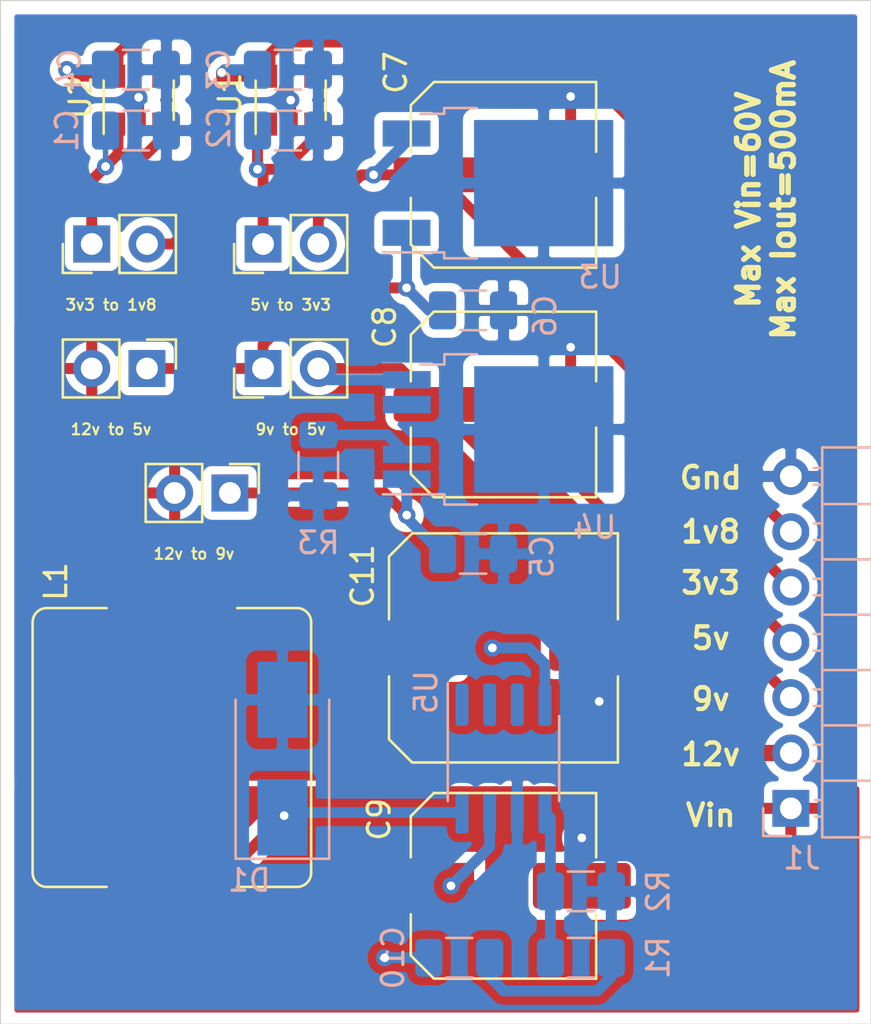
<source format=kicad_pcb>
(kicad_pcb (version 20171130) (host pcbnew 5.1.5-1.fc30)

  (general
    (thickness 1.6)
    (drawings 19)
    (tracks 138)
    (zones 0)
    (modules 27)
    (nets 22)
  )

  (page A4)
  (layers
    (0 F.Cu signal)
    (31 B.Cu signal hide)
    (32 B.Adhes user hide)
    (33 F.Adhes user hide)
    (34 B.Paste user hide)
    (35 F.Paste user)
    (36 B.SilkS user hide)
    (37 F.SilkS user)
    (38 B.Mask user hide)
    (39 F.Mask user)
    (40 Dwgs.User user hide)
    (41 Cmts.User user hide)
    (42 Eco1.User user hide)
    (43 Eco2.User user hide)
    (44 Edge.Cuts user)
    (45 Margin user hide)
    (46 B.CrtYd user hide)
    (47 F.CrtYd user hide)
    (48 B.Fab user hide)
    (49 F.Fab user hide)
  )

  (setup
    (last_trace_width 0.5)
    (user_trace_width 0.5)
    (trace_clearance 0.2)
    (zone_clearance 0.381)
    (zone_45_only no)
    (trace_min 0.2)
    (via_size 0.8)
    (via_drill 0.4)
    (via_min_size 0.4)
    (via_min_drill 0.3)
    (uvia_size 0.3)
    (uvia_drill 0.1)
    (uvias_allowed no)
    (uvia_min_size 0.2)
    (uvia_min_drill 0.1)
    (edge_width 0.05)
    (segment_width 0.2)
    (pcb_text_width 0.3)
    (pcb_text_size 1.5 1.5)
    (mod_edge_width 0.12)
    (mod_text_size 1 1)
    (mod_text_width 0.15)
    (pad_size 1.524 1.524)
    (pad_drill 0.762)
    (pad_to_mask_clearance 0.051)
    (solder_mask_min_width 0.25)
    (aux_axis_origin 0 0)
    (visible_elements FFFFFF7F)
    (pcbplotparams
      (layerselection 0x010fc_ffffffff)
      (usegerberextensions false)
      (usegerberattributes false)
      (usegerberadvancedattributes false)
      (creategerberjobfile false)
      (excludeedgelayer true)
      (linewidth 0.100000)
      (plotframeref false)
      (viasonmask false)
      (mode 1)
      (useauxorigin false)
      (hpglpennumber 1)
      (hpglpenspeed 20)
      (hpglpendiameter 15.000000)
      (psnegative false)
      (psa4output false)
      (plotreference true)
      (plotvalue true)
      (plotinvisibletext false)
      (padsonsilk false)
      (subtractmaskfromsilk false)
      (outputformat 1)
      (mirror false)
      (drillshape 0)
      (scaleselection 1)
      (outputdirectory "plots/"))
  )

  (net 0 "")
  (net 1 GND)
  (net 2 /3V3_in)
  (net 3 /5V_in)
  (net 4 +3V3)
  (net 5 +1V8)
  (net 6 /12V_in)
  (net 7 /12_9)
  (net 8 +5V)
  (net 9 +9V)
  (net 10 VCC)
  (net 11 "Net-(C10-Pad2)")
  (net 12 +12V)
  (net 13 "Net-(D1-Pad1)")
  (net 14 "Net-(R1-Pad1)")
  (net 15 "Net-(U1-Pad4)")
  (net 16 "Net-(U2-Pad4)")
  (net 17 "Net-(U5-Pad3)")
  (net 18 "Net-(U5-Pad2)")
  (net 19 "Net-(U5-Pad1)")
  (net 20 "Net-(R3-Pad2)")
  (net 21 "Net-(U4-Pad4)")

  (net_class Default "This is the default net class."
    (clearance 0.2)
    (trace_width 0.5)
    (via_dia 0.8)
    (via_drill 0.4)
    (uvia_dia 0.3)
    (uvia_drill 0.1)
    (add_net +12V)
    (add_net +1V8)
    (add_net +3V3)
    (add_net +5V)
    (add_net +9V)
    (add_net /12V_in)
    (add_net /12_9)
    (add_net /3V3_in)
    (add_net /5V_in)
    (add_net GND)
    (add_net "Net-(C10-Pad2)")
    (add_net "Net-(D1-Pad1)")
    (add_net "Net-(R1-Pad1)")
    (add_net "Net-(R3-Pad2)")
    (add_net "Net-(U1-Pad4)")
    (add_net "Net-(U2-Pad4)")
    (add_net "Net-(U4-Pad4)")
    (add_net "Net-(U5-Pad1)")
    (add_net "Net-(U5-Pad2)")
    (add_net "Net-(U5-Pad3)")
    (add_net VCC)
  )

  (module Package_TO_SOT_SMD:TO-252-4 (layer B.Cu) (tedit 5A70FD02) (tstamp 5FD67684)
    (at 111.134 90.808)
    (descr "TO-252 / DPAK SMD package, http://www.infineon.com/cms/en/product/packages/PG-TO252/PG-TO252-5-11/")
    (tags "DPAK TO-252 DPAK-5 TO-252-5")
    (path /5FFAF756)
    (attr smd)
    (fp_text reference U4 (at 4.436 4.5) (layer B.SilkS)
      (effects (font (size 1 1) (thickness 0.15)) (justify mirror))
    )
    (fp_text value LF90_TO252 (at 0 -4.5) (layer B.Fab)
      (effects (font (size 1 1) (thickness 0.15)) (justify mirror))
    )
    (fp_text user %R (at 0 0) (layer B.Fab)
      (effects (font (size 1 1) (thickness 0.15)) (justify mirror))
    )
    (fp_line (start 5.55 3.5) (end -5.55 3.5) (layer B.CrtYd) (width 0.05))
    (fp_line (start 5.55 -3.5) (end 5.55 3.5) (layer B.CrtYd) (width 0.05))
    (fp_line (start -5.55 -3.5) (end 5.55 -3.5) (layer B.CrtYd) (width 0.05))
    (fp_line (start -5.55 3.5) (end -5.55 -3.5) (layer B.CrtYd) (width 0.05))
    (fp_line (start -2.47 -2.98) (end -3.57 -2.98) (layer B.SilkS) (width 0.12))
    (fp_line (start -2.47 -3.45) (end -2.47 -2.98) (layer B.SilkS) (width 0.12))
    (fp_line (start -0.97 -3.45) (end -2.47 -3.45) (layer B.SilkS) (width 0.12))
    (fp_line (start -2.47 2.98) (end -5.3 2.98) (layer B.SilkS) (width 0.12))
    (fp_line (start -2.47 3.45) (end -2.47 2.98) (layer B.SilkS) (width 0.12))
    (fp_line (start -0.97 3.45) (end -2.47 3.45) (layer B.SilkS) (width 0.12))
    (fp_line (start -4.97 -2.58) (end -2.27 -2.58) (layer B.Fab) (width 0.1))
    (fp_line (start -4.97 -1.98) (end -4.97 -2.58) (layer B.Fab) (width 0.1))
    (fp_line (start -2.27 -1.98) (end -4.97 -1.98) (layer B.Fab) (width 0.1))
    (fp_line (start -4.97 -1.44) (end -2.27 -1.44) (layer B.Fab) (width 0.1))
    (fp_line (start -4.97 -0.84) (end -4.97 -1.44) (layer B.Fab) (width 0.1))
    (fp_line (start -2.27 -0.84) (end -4.97 -0.84) (layer B.Fab) (width 0.1))
    (fp_line (start -4.97 0.84) (end -2.27 0.84) (layer B.Fab) (width 0.1))
    (fp_line (start -4.97 1.44) (end -4.97 0.84) (layer B.Fab) (width 0.1))
    (fp_line (start -2.27 1.44) (end -4.97 1.44) (layer B.Fab) (width 0.1))
    (fp_line (start -4.97 1.98) (end -2.27 1.98) (layer B.Fab) (width 0.1))
    (fp_line (start -4.97 2.58) (end -4.97 1.98) (layer B.Fab) (width 0.1))
    (fp_line (start -1.94 2.58) (end -4.97 2.58) (layer B.Fab) (width 0.1))
    (fp_line (start -1.27 3.25) (end 3.95 3.25) (layer B.Fab) (width 0.1))
    (fp_line (start -2.27 2.25) (end -1.27 3.25) (layer B.Fab) (width 0.1))
    (fp_line (start -2.27 -3.25) (end -2.27 2.25) (layer B.Fab) (width 0.1))
    (fp_line (start 3.95 -3.25) (end -2.27 -3.25) (layer B.Fab) (width 0.1))
    (fp_line (start 3.95 3.25) (end 3.95 -3.25) (layer B.Fab) (width 0.1))
    (fp_line (start 4.95 -2.7) (end 3.95 -2.7) (layer B.Fab) (width 0.1))
    (fp_line (start 4.95 2.7) (end 4.95 -2.7) (layer B.Fab) (width 0.1))
    (fp_line (start 3.95 2.7) (end 4.95 2.7) (layer B.Fab) (width 0.1))
    (pad "" smd rect (at 0.425 -1.525) (size 3.05 2.75) (layers B.Paste))
    (pad "" smd rect (at 3.775 1.525) (size 3.05 2.75) (layers B.Paste))
    (pad "" smd rect (at 0.425 1.525) (size 3.05 2.75) (layers B.Paste))
    (pad "" smd rect (at 3.775 -1.525) (size 3.05 2.75) (layers B.Paste))
    (pad 3 smd rect (at 2.1 0) (size 6.4 5.8) (layers B.Cu B.Mask)
      (net 1 GND))
    (pad 5 smd rect (at -4.2 -2.28) (size 2.2 0.8) (layers B.Cu B.Paste B.Mask)
      (net 9 +9V))
    (pad 4 smd rect (at -4.2 -1.14) (size 2.2 0.8) (layers B.Cu B.Paste B.Mask)
      (net 21 "Net-(U4-Pad4)"))
    (pad 2 smd rect (at -4.2 1.14) (size 2.2 0.8) (layers B.Cu B.Paste B.Mask)
      (net 20 "Net-(R3-Pad2)"))
    (pad 1 smd rect (at -4.2 2.28) (size 2.2 0.8) (layers B.Cu B.Paste B.Mask)
      (net 6 /12V_in))
    (model ${KISYS3DMOD}/Package_TO_SOT_SMD.3dshapes/TO-252-4.wrl
      (at (xyz 0 0 0))
      (scale (xyz 1 1 1))
      (rotate (xyz 0 0 0))
    )
  )

  (module Resistor_SMD:R_1206_3216Metric (layer B.Cu) (tedit 5B301BBD) (tstamp 5FD675C2)
    (at 102.87 92.456 90)
    (descr "Resistor SMD 1206 (3216 Metric), square (rectangular) end terminal, IPC_7351 nominal, (Body size source: http://www.tortai-tech.com/upload/download/2011102023233369053.pdf), generated with kicad-footprint-generator")
    (tags resistor)
    (path /5FFBE781)
    (attr smd)
    (fp_text reference R3 (at -3.556 0 180) (layer B.SilkS)
      (effects (font (size 1 1) (thickness 0.15)) (justify mirror))
    )
    (fp_text value 0 (at 0 -1.82 90) (layer B.Fab)
      (effects (font (size 1 1) (thickness 0.15)) (justify mirror))
    )
    (fp_text user %R (at 0 0 90) (layer B.Fab)
      (effects (font (size 0.8 0.8) (thickness 0.12)) (justify mirror))
    )
    (fp_line (start 2.28 -1.12) (end -2.28 -1.12) (layer B.CrtYd) (width 0.05))
    (fp_line (start 2.28 1.12) (end 2.28 -1.12) (layer B.CrtYd) (width 0.05))
    (fp_line (start -2.28 1.12) (end 2.28 1.12) (layer B.CrtYd) (width 0.05))
    (fp_line (start -2.28 -1.12) (end -2.28 1.12) (layer B.CrtYd) (width 0.05))
    (fp_line (start -0.602064 -0.91) (end 0.602064 -0.91) (layer B.SilkS) (width 0.12))
    (fp_line (start -0.602064 0.91) (end 0.602064 0.91) (layer B.SilkS) (width 0.12))
    (fp_line (start 1.6 -0.8) (end -1.6 -0.8) (layer B.Fab) (width 0.1))
    (fp_line (start 1.6 0.8) (end 1.6 -0.8) (layer B.Fab) (width 0.1))
    (fp_line (start -1.6 0.8) (end 1.6 0.8) (layer B.Fab) (width 0.1))
    (fp_line (start -1.6 -0.8) (end -1.6 0.8) (layer B.Fab) (width 0.1))
    (pad 2 smd roundrect (at 1.4 0 90) (size 1.25 1.75) (layers B.Cu B.Paste B.Mask) (roundrect_rratio 0.2)
      (net 20 "Net-(R3-Pad2)"))
    (pad 1 smd roundrect (at -1.4 0 90) (size 1.25 1.75) (layers B.Cu B.Paste B.Mask) (roundrect_rratio 0.2)
      (net 1 GND))
    (model ${KISYS3DMOD}/Resistor_SMD.3dshapes/R_1206_3216Metric.wrl
      (at (xyz 0 0 0))
      (scale (xyz 1 1 1))
      (rotate (xyz 0 0 0))
    )
  )

  (module Package_SO:SOIC-8_3.9x4.9mm_P1.27mm (layer B.Cu) (tedit 5D9F72B1) (tstamp 5FD544EF)
    (at 111.379 105.918 270)
    (descr "SOIC, 8 Pin (JEDEC MS-012AA, https://www.analog.com/media/en/package-pcb-resources/package/pkg_pdf/soic_narrow-r/r_8.pdf), generated with kicad-footprint-generator ipc_gullwing_generator.py")
    (tags "SOIC SO")
    (path /5FDD1CD2)
    (attr smd)
    (fp_text reference U5 (at -3.048 3.556 270) (layer B.SilkS)
      (effects (font (size 1 1) (thickness 0.15)) (justify mirror))
    )
    (fp_text value LM2594HVM-12 (at 0 -3.4 270) (layer B.Fab)
      (effects (font (size 1 1) (thickness 0.15)) (justify mirror))
    )
    (fp_text user %R (at 0 0 270) (layer B.Fab)
      (effects (font (size 0.98 0.98) (thickness 0.15)) (justify mirror))
    )
    (fp_line (start 3.7 2.7) (end -3.7 2.7) (layer B.CrtYd) (width 0.05))
    (fp_line (start 3.7 -2.7) (end 3.7 2.7) (layer B.CrtYd) (width 0.05))
    (fp_line (start -3.7 -2.7) (end 3.7 -2.7) (layer B.CrtYd) (width 0.05))
    (fp_line (start -3.7 2.7) (end -3.7 -2.7) (layer B.CrtYd) (width 0.05))
    (fp_line (start -1.95 1.475) (end -0.975 2.45) (layer B.Fab) (width 0.1))
    (fp_line (start -1.95 -2.45) (end -1.95 1.475) (layer B.Fab) (width 0.1))
    (fp_line (start 1.95 -2.45) (end -1.95 -2.45) (layer B.Fab) (width 0.1))
    (fp_line (start 1.95 2.45) (end 1.95 -2.45) (layer B.Fab) (width 0.1))
    (fp_line (start -0.975 2.45) (end 1.95 2.45) (layer B.Fab) (width 0.1))
    (fp_line (start 0 2.56) (end -3.45 2.56) (layer B.SilkS) (width 0.12))
    (fp_line (start 0 2.56) (end 1.95 2.56) (layer B.SilkS) (width 0.12))
    (fp_line (start 0 -2.56) (end -1.95 -2.56) (layer B.SilkS) (width 0.12))
    (fp_line (start 0 -2.56) (end 1.95 -2.56) (layer B.SilkS) (width 0.12))
    (pad 8 smd roundrect (at 2.475 1.905 270) (size 1.95 0.6) (layers B.Cu B.Paste B.Mask) (roundrect_rratio 0.25)
      (net 13 "Net-(D1-Pad1)"))
    (pad 7 smd roundrect (at 2.475 0.635 270) (size 1.95 0.6) (layers B.Cu B.Paste B.Mask) (roundrect_rratio 0.25)
      (net 10 VCC))
    (pad 6 smd roundrect (at 2.475 -0.635 270) (size 1.95 0.6) (layers B.Cu B.Paste B.Mask) (roundrect_rratio 0.25)
      (net 1 GND))
    (pad 5 smd roundrect (at 2.475 -1.905 270) (size 1.95 0.6) (layers B.Cu B.Paste B.Mask) (roundrect_rratio 0.25)
      (net 14 "Net-(R1-Pad1)"))
    (pad 4 smd roundrect (at -2.475 -1.905 270) (size 1.95 0.6) (layers B.Cu B.Paste B.Mask) (roundrect_rratio 0.25)
      (net 12 +12V))
    (pad 3 smd roundrect (at -2.475 -0.635 270) (size 1.95 0.6) (layers B.Cu B.Paste B.Mask) (roundrect_rratio 0.25)
      (net 17 "Net-(U5-Pad3)"))
    (pad 2 smd roundrect (at -2.475 0.635 270) (size 1.95 0.6) (layers B.Cu B.Paste B.Mask) (roundrect_rratio 0.25)
      (net 18 "Net-(U5-Pad2)"))
    (pad 1 smd roundrect (at -2.475 1.905 270) (size 1.95 0.6) (layers B.Cu B.Paste B.Mask) (roundrect_rratio 0.25)
      (net 19 "Net-(U5-Pad1)"))
    (model ${KISYS3DMOD}/Package_SO.3dshapes/SOIC-8_3.9x4.9mm_P1.27mm.wrl
      (at (xyz 0 0 0))
      (scale (xyz 1 1 1))
      (rotate (xyz 0 0 0))
    )
  )

  (module Package_TO_SOT_SMD:TO-252-2 (layer B.Cu) (tedit 5A70A390) (tstamp 5FD544B1)
    (at 111.125 79.502)
    (descr "TO-252 / DPAK SMD package, http://www.infineon.com/cms/en/product/packages/PG-TO252/PG-TO252-3-1/")
    (tags "DPAK TO-252 DPAK-3 TO-252-3 SOT-428")
    (path /5FD73BCA)
    (attr smd)
    (fp_text reference U3 (at 4.699 4.318 180) (layer B.SilkS)
      (effects (font (size 1 1) (thickness 0.15)) (justify mirror))
    )
    (fp_text value LF50_TO252 (at 0 -4.5) (layer B.Fab)
      (effects (font (size 1 1) (thickness 0.15)) (justify mirror))
    )
    (fp_text user %R (at 0 0) (layer B.Fab)
      (effects (font (size 1 1) (thickness 0.15)) (justify mirror))
    )
    (fp_line (start 5.55 3.5) (end -5.55 3.5) (layer B.CrtYd) (width 0.05))
    (fp_line (start 5.55 -3.5) (end 5.55 3.5) (layer B.CrtYd) (width 0.05))
    (fp_line (start -5.55 -3.5) (end 5.55 -3.5) (layer B.CrtYd) (width 0.05))
    (fp_line (start -5.55 3.5) (end -5.55 -3.5) (layer B.CrtYd) (width 0.05))
    (fp_line (start -2.47 -3.18) (end -3.57 -3.18) (layer B.SilkS) (width 0.12))
    (fp_line (start -2.47 -3.45) (end -2.47 -3.18) (layer B.SilkS) (width 0.12))
    (fp_line (start -0.97 -3.45) (end -2.47 -3.45) (layer B.SilkS) (width 0.12))
    (fp_line (start -2.47 3.18) (end -5.3 3.18) (layer B.SilkS) (width 0.12))
    (fp_line (start -2.47 3.45) (end -2.47 3.18) (layer B.SilkS) (width 0.12))
    (fp_line (start -0.97 3.45) (end -2.47 3.45) (layer B.SilkS) (width 0.12))
    (fp_line (start -4.97 -2.655) (end -2.27 -2.655) (layer B.Fab) (width 0.1))
    (fp_line (start -4.97 -1.905) (end -4.97 -2.655) (layer B.Fab) (width 0.1))
    (fp_line (start -2.27 -1.905) (end -4.97 -1.905) (layer B.Fab) (width 0.1))
    (fp_line (start -4.97 1.905) (end -2.27 1.905) (layer B.Fab) (width 0.1))
    (fp_line (start -4.97 2.655) (end -4.97 1.905) (layer B.Fab) (width 0.1))
    (fp_line (start -1.865 2.655) (end -4.97 2.655) (layer B.Fab) (width 0.1))
    (fp_line (start -1.27 3.25) (end 3.95 3.25) (layer B.Fab) (width 0.1))
    (fp_line (start -2.27 2.25) (end -1.27 3.25) (layer B.Fab) (width 0.1))
    (fp_line (start -2.27 -3.25) (end -2.27 2.25) (layer B.Fab) (width 0.1))
    (fp_line (start 3.95 -3.25) (end -2.27 -3.25) (layer B.Fab) (width 0.1))
    (fp_line (start 3.95 3.25) (end 3.95 -3.25) (layer B.Fab) (width 0.1))
    (fp_line (start 4.95 -2.7) (end 3.95 -2.7) (layer B.Fab) (width 0.1))
    (fp_line (start 4.95 2.7) (end 4.95 -2.7) (layer B.Fab) (width 0.1))
    (fp_line (start 3.95 2.7) (end 4.95 2.7) (layer B.Fab) (width 0.1))
    (pad "" smd rect (at 0.425 -1.525) (size 3.05 2.75) (layers B.Paste))
    (pad "" smd rect (at 3.775 1.525) (size 3.05 2.75) (layers B.Paste))
    (pad "" smd rect (at 0.425 1.525) (size 3.05 2.75) (layers B.Paste))
    (pad "" smd rect (at 3.775 -1.525) (size 3.05 2.75) (layers B.Paste))
    (pad 2 smd rect (at 2.1 0) (size 6.4 5.8) (layers B.Cu B.Mask)
      (net 1 GND))
    (pad 3 smd rect (at -4.2 -2.28) (size 2.2 1.2) (layers B.Cu B.Paste B.Mask)
      (net 8 +5V))
    (pad 1 smd rect (at -4.2 2.28) (size 2.2 1.2) (layers B.Cu B.Paste B.Mask)
      (net 7 /12_9))
    (model ${KISYS3DMOD}/Package_TO_SOT_SMD.3dshapes/TO-252-2.wrl
      (at (xyz 0 0 0))
      (scale (xyz 1 1 1))
      (rotate (xyz 0 0 0))
    )
  )

  (module Package_TO_SOT_SMD:SOT-23-5 (layer F.Cu) (tedit 5A02FF57) (tstamp 5FD5448D)
    (at 94.615 75.692 90)
    (descr "5-pin SOT23 package")
    (tags SOT-23-5)
    (path /5FD82AEA)
    (attr smd)
    (fp_text reference U2 (at 0.127 -2.667 90) (layer F.SilkS)
      (effects (font (size 1 1) (thickness 0.15)))
    )
    (fp_text value TLV75518PDBV (at 0 2.9 90) (layer F.Fab)
      (effects (font (size 1 1) (thickness 0.15)))
    )
    (fp_line (start 0.9 -1.55) (end 0.9 1.55) (layer F.Fab) (width 0.1))
    (fp_line (start 0.9 1.55) (end -0.9 1.55) (layer F.Fab) (width 0.1))
    (fp_line (start -0.9 -0.9) (end -0.9 1.55) (layer F.Fab) (width 0.1))
    (fp_line (start 0.9 -1.55) (end -0.25 -1.55) (layer F.Fab) (width 0.1))
    (fp_line (start -0.9 -0.9) (end -0.25 -1.55) (layer F.Fab) (width 0.1))
    (fp_line (start -1.9 1.8) (end -1.9 -1.8) (layer F.CrtYd) (width 0.05))
    (fp_line (start 1.9 1.8) (end -1.9 1.8) (layer F.CrtYd) (width 0.05))
    (fp_line (start 1.9 -1.8) (end 1.9 1.8) (layer F.CrtYd) (width 0.05))
    (fp_line (start -1.9 -1.8) (end 1.9 -1.8) (layer F.CrtYd) (width 0.05))
    (fp_line (start 0.9 -1.61) (end -1.55 -1.61) (layer F.SilkS) (width 0.12))
    (fp_line (start -0.9 1.61) (end 0.9 1.61) (layer F.SilkS) (width 0.12))
    (fp_text user %R (at 0 0) (layer F.Fab)
      (effects (font (size 0.5 0.5) (thickness 0.075)))
    )
    (pad 5 smd rect (at 1.1 -0.95 90) (size 1.06 0.65) (layers F.Cu F.Paste F.Mask)
      (net 5 +1V8))
    (pad 4 smd rect (at 1.1 0.95 90) (size 1.06 0.65) (layers F.Cu F.Paste F.Mask)
      (net 16 "Net-(U2-Pad4)"))
    (pad 3 smd rect (at -1.1 0.95 90) (size 1.06 0.65) (layers F.Cu F.Paste F.Mask)
      (net 2 /3V3_in))
    (pad 2 smd rect (at -1.1 0 90) (size 1.06 0.65) (layers F.Cu F.Paste F.Mask)
      (net 1 GND))
    (pad 1 smd rect (at -1.1 -0.95 90) (size 1.06 0.65) (layers F.Cu F.Paste F.Mask)
      (net 2 /3V3_in))
    (model ${KISYS3DMOD}/Package_TO_SOT_SMD.3dshapes/SOT-23-5.wrl
      (at (xyz 0 0 0))
      (scale (xyz 1 1 1))
      (rotate (xyz 0 0 0))
    )
  )

  (module Package_TO_SOT_SMD:SOT-23-5 (layer F.Cu) (tedit 5A02FF57) (tstamp 5FD54478)
    (at 101.6 75.692 90)
    (descr "5-pin SOT23 package")
    (tags SOT-23-5)
    (path /5FD67F75)
    (attr smd)
    (fp_text reference U1 (at 0.254 -2.794 90) (layer F.SilkS)
      (effects (font (size 1 1) (thickness 0.15)))
    )
    (fp_text value TLV75533PDBV (at 0 2.9 90) (layer F.Fab)
      (effects (font (size 1 1) (thickness 0.15)))
    )
    (fp_line (start 0.9 -1.55) (end 0.9 1.55) (layer F.Fab) (width 0.1))
    (fp_line (start 0.9 1.55) (end -0.9 1.55) (layer F.Fab) (width 0.1))
    (fp_line (start -0.9 -0.9) (end -0.9 1.55) (layer F.Fab) (width 0.1))
    (fp_line (start 0.9 -1.55) (end -0.25 -1.55) (layer F.Fab) (width 0.1))
    (fp_line (start -0.9 -0.9) (end -0.25 -1.55) (layer F.Fab) (width 0.1))
    (fp_line (start -1.9 1.8) (end -1.9 -1.8) (layer F.CrtYd) (width 0.05))
    (fp_line (start 1.9 1.8) (end -1.9 1.8) (layer F.CrtYd) (width 0.05))
    (fp_line (start 1.9 -1.8) (end 1.9 1.8) (layer F.CrtYd) (width 0.05))
    (fp_line (start -1.9 -1.8) (end 1.9 -1.8) (layer F.CrtYd) (width 0.05))
    (fp_line (start 0.9 -1.61) (end -1.55 -1.61) (layer F.SilkS) (width 0.12))
    (fp_line (start -0.9 1.61) (end 0.9 1.61) (layer F.SilkS) (width 0.12))
    (fp_text user %R (at 0 0) (layer F.Fab)
      (effects (font (size 0.5 0.5) (thickness 0.075)))
    )
    (pad 5 smd rect (at 1.1 -0.95 90) (size 1.06 0.65) (layers F.Cu F.Paste F.Mask)
      (net 4 +3V3))
    (pad 4 smd rect (at 1.1 0.95 90) (size 1.06 0.65) (layers F.Cu F.Paste F.Mask)
      (net 15 "Net-(U1-Pad4)"))
    (pad 3 smd rect (at -1.1 0.95 90) (size 1.06 0.65) (layers F.Cu F.Paste F.Mask)
      (net 3 /5V_in))
    (pad 2 smd rect (at -1.1 0 90) (size 1.06 0.65) (layers F.Cu F.Paste F.Mask)
      (net 1 GND))
    (pad 1 smd rect (at -1.1 -0.95 90) (size 1.06 0.65) (layers F.Cu F.Paste F.Mask)
      (net 3 /5V_in))
    (model ${KISYS3DMOD}/Package_TO_SOT_SMD.3dshapes/SOT-23-5.wrl
      (at (xyz 0 0 0))
      (scale (xyz 1 1 1))
      (rotate (xyz 0 0 0))
    )
  )

  (module Resistor_SMD:R_1206_3216Metric (layer B.Cu) (tedit 5B301BBD) (tstamp 5FD54463)
    (at 114.935 112.014 180)
    (descr "Resistor SMD 1206 (3216 Metric), square (rectangular) end terminal, IPC_7351 nominal, (Body size source: http://www.tortai-tech.com/upload/download/2011102023233369053.pdf), generated with kicad-footprint-generator")
    (tags resistor)
    (path /5FDED9FC)
    (attr smd)
    (fp_text reference R2 (at -3.556 0 90) (layer B.SilkS)
      (effects (font (size 1 1) (thickness 0.15)) (justify mirror))
    )
    (fp_text value 47k (at 0 -1.82) (layer B.Fab)
      (effects (font (size 1 1) (thickness 0.15)) (justify mirror))
    )
    (fp_text user %R (at 0 0) (layer B.Fab)
      (effects (font (size 0.8 0.8) (thickness 0.12)) (justify mirror))
    )
    (fp_line (start 2.28 -1.12) (end -2.28 -1.12) (layer B.CrtYd) (width 0.05))
    (fp_line (start 2.28 1.12) (end 2.28 -1.12) (layer B.CrtYd) (width 0.05))
    (fp_line (start -2.28 1.12) (end 2.28 1.12) (layer B.CrtYd) (width 0.05))
    (fp_line (start -2.28 -1.12) (end -2.28 1.12) (layer B.CrtYd) (width 0.05))
    (fp_line (start -0.602064 -0.91) (end 0.602064 -0.91) (layer B.SilkS) (width 0.12))
    (fp_line (start -0.602064 0.91) (end 0.602064 0.91) (layer B.SilkS) (width 0.12))
    (fp_line (start 1.6 -0.8) (end -1.6 -0.8) (layer B.Fab) (width 0.1))
    (fp_line (start 1.6 0.8) (end 1.6 -0.8) (layer B.Fab) (width 0.1))
    (fp_line (start -1.6 0.8) (end 1.6 0.8) (layer B.Fab) (width 0.1))
    (fp_line (start -1.6 -0.8) (end -1.6 0.8) (layer B.Fab) (width 0.1))
    (pad 2 smd roundrect (at 1.4 0 180) (size 1.25 1.75) (layers B.Cu B.Paste B.Mask) (roundrect_rratio 0.2)
      (net 14 "Net-(R1-Pad1)"))
    (pad 1 smd roundrect (at -1.4 0 180) (size 1.25 1.75) (layers B.Cu B.Paste B.Mask) (roundrect_rratio 0.2)
      (net 1 GND))
    (model ${KISYS3DMOD}/Resistor_SMD.3dshapes/R_1206_3216Metric.wrl
      (at (xyz 0 0 0))
      (scale (xyz 1 1 1))
      (rotate (xyz 0 0 0))
    )
  )

  (module Resistor_SMD:R_1206_3216Metric (layer B.Cu) (tedit 5B301BBD) (tstamp 5FD54452)
    (at 114.935 115.062)
    (descr "Resistor SMD 1206 (3216 Metric), square (rectangular) end terminal, IPC_7351 nominal, (Body size source: http://www.tortai-tech.com/upload/download/2011102023233369053.pdf), generated with kicad-footprint-generator")
    (tags resistor)
    (path /5FDEC7A9)
    (attr smd)
    (fp_text reference R1 (at 3.556 0 270) (layer B.SilkS)
      (effects (font (size 1 1) (thickness 0.15)) (justify mirror))
    )
    (fp_text value 47k (at 0 -1.82) (layer B.Fab)
      (effects (font (size 1 1) (thickness 0.15)) (justify mirror))
    )
    (fp_text user %R (at 0 0) (layer B.Fab)
      (effects (font (size 0.8 0.8) (thickness 0.12)) (justify mirror))
    )
    (fp_line (start 2.28 -1.12) (end -2.28 -1.12) (layer B.CrtYd) (width 0.05))
    (fp_line (start 2.28 1.12) (end 2.28 -1.12) (layer B.CrtYd) (width 0.05))
    (fp_line (start -2.28 1.12) (end 2.28 1.12) (layer B.CrtYd) (width 0.05))
    (fp_line (start -2.28 -1.12) (end -2.28 1.12) (layer B.CrtYd) (width 0.05))
    (fp_line (start -0.602064 -0.91) (end 0.602064 -0.91) (layer B.SilkS) (width 0.12))
    (fp_line (start -0.602064 0.91) (end 0.602064 0.91) (layer B.SilkS) (width 0.12))
    (fp_line (start 1.6 -0.8) (end -1.6 -0.8) (layer B.Fab) (width 0.1))
    (fp_line (start 1.6 0.8) (end 1.6 -0.8) (layer B.Fab) (width 0.1))
    (fp_line (start -1.6 0.8) (end 1.6 0.8) (layer B.Fab) (width 0.1))
    (fp_line (start -1.6 -0.8) (end -1.6 0.8) (layer B.Fab) (width 0.1))
    (pad 2 smd roundrect (at 1.4 0) (size 1.25 1.75) (layers B.Cu B.Paste B.Mask) (roundrect_rratio 0.2)
      (net 11 "Net-(C10-Pad2)"))
    (pad 1 smd roundrect (at -1.4 0) (size 1.25 1.75) (layers B.Cu B.Paste B.Mask) (roundrect_rratio 0.2)
      (net 14 "Net-(R1-Pad1)"))
    (model ${KISYS3DMOD}/Resistor_SMD.3dshapes/R_1206_3216Metric.wrl
      (at (xyz 0 0 0))
      (scale (xyz 1 1 1))
      (rotate (xyz 0 0 0))
    )
  )

  (module Inductor_SMD:L_Bourns_SRR1260 (layer F.Cu) (tedit 5A71B056) (tstamp 5FD54441)
    (at 96.139 105.41 90)
    (descr "Bourns SRR1260 series SMD inductor http://www.bourns.com/docs/Product-Datasheets/SRR1260.pdf")
    (tags "Bourns SRR1260 SMD inductor")
    (path /5FDD45FF)
    (attr smd)
    (fp_text reference L1 (at 7.62 -5.334 90) (layer F.SilkS)
      (effects (font (size 1 1) (thickness 0.15)))
    )
    (fp_text value "330 uH" (at 0 7.4 90) (layer F.Fab)
      (effects (font (size 1 1) (thickness 0.15)))
    )
    (fp_arc (start 5.75 -5.75) (end 6.5 -5.75) (angle -90) (layer F.CrtYd) (width 0.05))
    (fp_arc (start 5.75 5.75) (end 5.75 6.5) (angle -90) (layer F.CrtYd) (width 0.05))
    (fp_arc (start -5.75 5.75) (end -6.5 5.75) (angle -90) (layer F.CrtYd) (width 0.05))
    (fp_arc (start -5.75 -5.75) (end -5.75 -6.5) (angle -90) (layer F.CrtYd) (width 0.05))
    (fp_arc (start 5.75 -5.75) (end 6.4 -5.75) (angle -90) (layer F.SilkS) (width 0.12))
    (fp_arc (start 5.75 5.75) (end 5.75 6.4) (angle -90) (layer F.SilkS) (width 0.12))
    (fp_arc (start -5.75 5.75) (end -6.4 5.75) (angle -90) (layer F.SilkS) (width 0.12))
    (fp_arc (start -5.75 -5.75) (end -5.75 -6.4) (angle -90) (layer F.SilkS) (width 0.12))
    (fp_line (start 6.4 3) (end 6.4 5.75) (layer F.SilkS) (width 0.12))
    (fp_line (start -6.4 3) (end -6.4 5.75) (layer F.SilkS) (width 0.12))
    (fp_arc (start -5.75 5.75) (end -6.25 5.75) (angle -90) (layer F.Fab) (width 0.1))
    (fp_arc (start 5.75 5.75) (end 5.75 6.25) (angle -90) (layer F.Fab) (width 0.1))
    (fp_arc (start 5.75 -5.75) (end 6.25 -5.75) (angle -90) (layer F.Fab) (width 0.1))
    (fp_arc (start -5.75 -5.75) (end -5.75 -6.25) (angle -90) (layer F.Fab) (width 0.1))
    (fp_text user %R (at 0 0 90) (layer F.Fab)
      (effects (font (size 1 1) (thickness 0.15)))
    )
    (fp_line (start 6.5 -5.75) (end 6.5 5.75) (layer F.CrtYd) (width 0.05))
    (fp_line (start 5.75 6.5) (end -5.75 6.5) (layer F.CrtYd) (width 0.05))
    (fp_line (start -6.5 5.75) (end -6.5 -5.75) (layer F.CrtYd) (width 0.05))
    (fp_line (start -5.75 -6.5) (end 5.75 -6.5) (layer F.CrtYd) (width 0.05))
    (fp_line (start 6.4 -5.75) (end 6.4 -3) (layer F.SilkS) (width 0.12))
    (fp_line (start 5.75 6.4) (end -5.75 6.4) (layer F.SilkS) (width 0.12))
    (fp_line (start -6.4 -5.75) (end -6.4 -3) (layer F.SilkS) (width 0.12))
    (fp_line (start -5.75 -6.4) (end 5.75 -6.4) (layer F.SilkS) (width 0.12))
    (fp_line (start 4 -2) (end 4 2) (layer F.Fab) (width 0.1))
    (fp_line (start 6.25 -5.75) (end 6.25 5.75) (layer F.Fab) (width 0.1))
    (fp_line (start 5.75 6.25) (end -5.75 6.25) (layer F.Fab) (width 0.1))
    (fp_line (start -6.25 -5.75) (end -6.25 5.75) (layer F.Fab) (width 0.1))
    (fp_line (start -4 2) (end -4 -2) (layer F.Fab) (width 0.1))
    (fp_line (start -5.75 -6.25) (end 5.75 -6.25) (layer F.Fab) (width 0.1))
    (fp_circle (center 0 0) (end 0 -5.6) (layer F.Fab) (width 0.1))
    (pad 1 smd rect (at -4.85 0 90) (size 2.9 5.4) (layers F.Cu F.Paste F.Mask)
      (net 13 "Net-(D1-Pad1)"))
    (pad 2 smd rect (at 4.85 0 90) (size 2.9 5.4) (layers F.Cu F.Paste F.Mask)
      (net 12 +12V))
    (model ${KISYS3DMOD}/Inductor_SMD.3dshapes/L_Bourns_SRR1260.wrl
      (at (xyz 0 0 0))
      (scale (xyz 1 1 1))
      (rotate (xyz 0 0 0))
    )
  )

  (module Connector_PinHeader_2.54mm:PinHeader_1x02_P2.54mm_Vertical (layer F.Cu) (tedit 59FED5CC) (tstamp 5FD5441D)
    (at 100.33 88.011 90)
    (descr "Through hole straight pin header, 1x02, 2.54mm pitch, single row")
    (tags "Through hole pin header THT 1x02 2.54mm single row")
    (path /5FE75AE1)
    (fp_text reference J6 (at 0 -2.33 90) (layer F.SilkS) hide
      (effects (font (size 1 1) (thickness 0.15)))
    )
    (fp_text value Conn_01x02 (at 0 4.87 90) (layer F.Fab)
      (effects (font (size 1 1) (thickness 0.15)))
    )
    (fp_text user %R (at 0 1.27) (layer F.Fab)
      (effects (font (size 1 1) (thickness 0.15)))
    )
    (fp_line (start 1.8 -1.8) (end -1.8 -1.8) (layer F.CrtYd) (width 0.05))
    (fp_line (start 1.8 4.35) (end 1.8 -1.8) (layer F.CrtYd) (width 0.05))
    (fp_line (start -1.8 4.35) (end 1.8 4.35) (layer F.CrtYd) (width 0.05))
    (fp_line (start -1.8 -1.8) (end -1.8 4.35) (layer F.CrtYd) (width 0.05))
    (fp_line (start -1.33 -1.33) (end 0 -1.33) (layer F.SilkS) (width 0.12))
    (fp_line (start -1.33 0) (end -1.33 -1.33) (layer F.SilkS) (width 0.12))
    (fp_line (start -1.33 1.27) (end 1.33 1.27) (layer F.SilkS) (width 0.12))
    (fp_line (start 1.33 1.27) (end 1.33 3.87) (layer F.SilkS) (width 0.12))
    (fp_line (start -1.33 1.27) (end -1.33 3.87) (layer F.SilkS) (width 0.12))
    (fp_line (start -1.33 3.87) (end 1.33 3.87) (layer F.SilkS) (width 0.12))
    (fp_line (start -1.27 -0.635) (end -0.635 -1.27) (layer F.Fab) (width 0.1))
    (fp_line (start -1.27 3.81) (end -1.27 -0.635) (layer F.Fab) (width 0.1))
    (fp_line (start 1.27 3.81) (end -1.27 3.81) (layer F.Fab) (width 0.1))
    (fp_line (start 1.27 -1.27) (end 1.27 3.81) (layer F.Fab) (width 0.1))
    (fp_line (start -0.635 -1.27) (end 1.27 -1.27) (layer F.Fab) (width 0.1))
    (pad 2 thru_hole oval (at 0 2.54 90) (size 1.7 1.7) (drill 1) (layers *.Cu *.Mask)
      (net 9 +9V))
    (pad 1 thru_hole rect (at 0 0 90) (size 1.7 1.7) (drill 1) (layers *.Cu *.Mask)
      (net 7 /12_9))
    (model ${KISYS3DMOD}/Connector_PinHeader_2.54mm.3dshapes/PinHeader_1x02_P2.54mm_Vertical.wrl
      (at (xyz 0 0 0))
      (scale (xyz 1 1 1))
      (rotate (xyz 0 0 0))
    )
  )

  (module Connector_PinHeader_2.54mm:PinHeader_1x02_P2.54mm_Vertical (layer F.Cu) (tedit 59FED5CC) (tstamp 5FD54407)
    (at 92.456 82.296 90)
    (descr "Through hole straight pin header, 1x02, 2.54mm pitch, single row")
    (tags "Through hole pin header THT 1x02 2.54mm single row")
    (path /5FE8845D)
    (fp_text reference J5 (at 0 -2.33 90) (layer F.SilkS) hide
      (effects (font (size 1 1) (thickness 0.15)))
    )
    (fp_text value Conn_01x02 (at 0 4.87 90) (layer F.Fab)
      (effects (font (size 1 1) (thickness 0.15)))
    )
    (fp_text user %R (at 0 1.27) (layer F.Fab)
      (effects (font (size 1 1) (thickness 0.15)))
    )
    (fp_line (start 1.8 -1.8) (end -1.8 -1.8) (layer F.CrtYd) (width 0.05))
    (fp_line (start 1.8 4.35) (end 1.8 -1.8) (layer F.CrtYd) (width 0.05))
    (fp_line (start -1.8 4.35) (end 1.8 4.35) (layer F.CrtYd) (width 0.05))
    (fp_line (start -1.8 -1.8) (end -1.8 4.35) (layer F.CrtYd) (width 0.05))
    (fp_line (start -1.33 -1.33) (end 0 -1.33) (layer F.SilkS) (width 0.12))
    (fp_line (start -1.33 0) (end -1.33 -1.33) (layer F.SilkS) (width 0.12))
    (fp_line (start -1.33 1.27) (end 1.33 1.27) (layer F.SilkS) (width 0.12))
    (fp_line (start 1.33 1.27) (end 1.33 3.87) (layer F.SilkS) (width 0.12))
    (fp_line (start -1.33 1.27) (end -1.33 3.87) (layer F.SilkS) (width 0.12))
    (fp_line (start -1.33 3.87) (end 1.33 3.87) (layer F.SilkS) (width 0.12))
    (fp_line (start -1.27 -0.635) (end -0.635 -1.27) (layer F.Fab) (width 0.1))
    (fp_line (start -1.27 3.81) (end -1.27 -0.635) (layer F.Fab) (width 0.1))
    (fp_line (start 1.27 3.81) (end -1.27 3.81) (layer F.Fab) (width 0.1))
    (fp_line (start 1.27 -1.27) (end 1.27 3.81) (layer F.Fab) (width 0.1))
    (fp_line (start -0.635 -1.27) (end 1.27 -1.27) (layer F.Fab) (width 0.1))
    (pad 2 thru_hole oval (at 0 2.54 90) (size 1.7 1.7) (drill 1) (layers *.Cu *.Mask)
      (net 4 +3V3))
    (pad 1 thru_hole rect (at 0 0 90) (size 1.7 1.7) (drill 1) (layers *.Cu *.Mask)
      (net 2 /3V3_in))
    (model ${KISYS3DMOD}/Connector_PinHeader_2.54mm.3dshapes/PinHeader_1x02_P2.54mm_Vertical.wrl
      (at (xyz 0 0 0))
      (scale (xyz 1 1 1))
      (rotate (xyz 0 0 0))
    )
  )

  (module Connector_PinHeader_2.54mm:PinHeader_1x02_P2.54mm_Vertical (layer F.Cu) (tedit 59FED5CC) (tstamp 5FD543F1)
    (at 94.996 88.011 270)
    (descr "Through hole straight pin header, 1x02, 2.54mm pitch, single row")
    (tags "Through hole pin header THT 1x02 2.54mm single row")
    (path /5FE724BF)
    (fp_text reference J4 (at -0.127 5.207 90) (layer F.SilkS) hide
      (effects (font (size 1 1) (thickness 0.15)))
    )
    (fp_text value Conn_01x02 (at 0 4.87 90) (layer F.Fab)
      (effects (font (size 1 1) (thickness 0.15)))
    )
    (fp_text user %R (at 0 1.27) (layer F.Fab)
      (effects (font (size 1 1) (thickness 0.15)))
    )
    (fp_line (start 1.8 -1.8) (end -1.8 -1.8) (layer F.CrtYd) (width 0.05))
    (fp_line (start 1.8 4.35) (end 1.8 -1.8) (layer F.CrtYd) (width 0.05))
    (fp_line (start -1.8 4.35) (end 1.8 4.35) (layer F.CrtYd) (width 0.05))
    (fp_line (start -1.8 -1.8) (end -1.8 4.35) (layer F.CrtYd) (width 0.05))
    (fp_line (start -1.33 -1.33) (end 0 -1.33) (layer F.SilkS) (width 0.12))
    (fp_line (start -1.33 0) (end -1.33 -1.33) (layer F.SilkS) (width 0.12))
    (fp_line (start -1.33 1.27) (end 1.33 1.27) (layer F.SilkS) (width 0.12))
    (fp_line (start 1.33 1.27) (end 1.33 3.87) (layer F.SilkS) (width 0.12))
    (fp_line (start -1.33 1.27) (end -1.33 3.87) (layer F.SilkS) (width 0.12))
    (fp_line (start -1.33 3.87) (end 1.33 3.87) (layer F.SilkS) (width 0.12))
    (fp_line (start -1.27 -0.635) (end -0.635 -1.27) (layer F.Fab) (width 0.1))
    (fp_line (start -1.27 3.81) (end -1.27 -0.635) (layer F.Fab) (width 0.1))
    (fp_line (start 1.27 3.81) (end -1.27 3.81) (layer F.Fab) (width 0.1))
    (fp_line (start 1.27 -1.27) (end 1.27 3.81) (layer F.Fab) (width 0.1))
    (fp_line (start -0.635 -1.27) (end 1.27 -1.27) (layer F.Fab) (width 0.1))
    (pad 2 thru_hole oval (at 0 2.54 270) (size 1.7 1.7) (drill 1) (layers *.Cu *.Mask)
      (net 12 +12V))
    (pad 1 thru_hole rect (at 0 0 270) (size 1.7 1.7) (drill 1) (layers *.Cu *.Mask)
      (net 7 /12_9))
    (model ${KISYS3DMOD}/Connector_PinHeader_2.54mm.3dshapes/PinHeader_1x02_P2.54mm_Vertical.wrl
      (at (xyz 0 0 0))
      (scale (xyz 1 1 1))
      (rotate (xyz 0 0 0))
    )
  )

  (module Connector_PinHeader_2.54mm:PinHeader_1x02_P2.54mm_Vertical (layer F.Cu) (tedit 59FED5CC) (tstamp 5FD543DB)
    (at 100.33 82.296 90)
    (descr "Through hole straight pin header, 1x02, 2.54mm pitch, single row")
    (tags "Through hole pin header THT 1x02 2.54mm single row")
    (path /5FE7A76C)
    (fp_text reference J3 (at 0 -2.33 90) (layer F.SilkS) hide
      (effects (font (size 1 1) (thickness 0.15)))
    )
    (fp_text value Conn_01x02 (at 0 4.87 90) (layer F.Fab)
      (effects (font (size 1 1) (thickness 0.15)))
    )
    (fp_text user %R (at 0 1.27) (layer F.Fab)
      (effects (font (size 1 1) (thickness 0.15)))
    )
    (fp_line (start 1.8 -1.8) (end -1.8 -1.8) (layer F.CrtYd) (width 0.05))
    (fp_line (start 1.8 4.35) (end 1.8 -1.8) (layer F.CrtYd) (width 0.05))
    (fp_line (start -1.8 4.35) (end 1.8 4.35) (layer F.CrtYd) (width 0.05))
    (fp_line (start -1.8 -1.8) (end -1.8 4.35) (layer F.CrtYd) (width 0.05))
    (fp_line (start -1.33 -1.33) (end 0 -1.33) (layer F.SilkS) (width 0.12))
    (fp_line (start -1.33 0) (end -1.33 -1.33) (layer F.SilkS) (width 0.12))
    (fp_line (start -1.33 1.27) (end 1.33 1.27) (layer F.SilkS) (width 0.12))
    (fp_line (start 1.33 1.27) (end 1.33 3.87) (layer F.SilkS) (width 0.12))
    (fp_line (start -1.33 1.27) (end -1.33 3.87) (layer F.SilkS) (width 0.12))
    (fp_line (start -1.33 3.87) (end 1.33 3.87) (layer F.SilkS) (width 0.12))
    (fp_line (start -1.27 -0.635) (end -0.635 -1.27) (layer F.Fab) (width 0.1))
    (fp_line (start -1.27 3.81) (end -1.27 -0.635) (layer F.Fab) (width 0.1))
    (fp_line (start 1.27 3.81) (end -1.27 3.81) (layer F.Fab) (width 0.1))
    (fp_line (start 1.27 -1.27) (end 1.27 3.81) (layer F.Fab) (width 0.1))
    (fp_line (start -0.635 -1.27) (end 1.27 -1.27) (layer F.Fab) (width 0.1))
    (pad 2 thru_hole oval (at 0 2.54 90) (size 1.7 1.7) (drill 1) (layers *.Cu *.Mask)
      (net 8 +5V))
    (pad 1 thru_hole rect (at 0 0 90) (size 1.7 1.7) (drill 1) (layers *.Cu *.Mask)
      (net 3 /5V_in))
    (model ${KISYS3DMOD}/Connector_PinHeader_2.54mm.3dshapes/PinHeader_1x02_P2.54mm_Vertical.wrl
      (at (xyz 0 0 0))
      (scale (xyz 1 1 1))
      (rotate (xyz 0 0 0))
    )
  )

  (module Connector_PinHeader_2.54mm:PinHeader_1x02_P2.54mm_Vertical (layer F.Cu) (tedit 59FED5CC) (tstamp 5FD543C5)
    (at 98.806 93.726 270)
    (descr "Through hole straight pin header, 1x02, 2.54mm pitch, single row")
    (tags "Through hole pin header THT 1x02 2.54mm single row")
    (path /5FE55DE7)
    (fp_text reference J2 (at 0 5.334 90) (layer F.SilkS) hide
      (effects (font (size 1 1) (thickness 0.15)))
    )
    (fp_text value Conn_01x02 (at 0 4.87 90) (layer F.Fab)
      (effects (font (size 1 1) (thickness 0.15)))
    )
    (fp_text user %R (at 0 1.27) (layer F.Fab)
      (effects (font (size 1 1) (thickness 0.15)))
    )
    (fp_line (start 1.8 -1.8) (end -1.8 -1.8) (layer F.CrtYd) (width 0.05))
    (fp_line (start 1.8 4.35) (end 1.8 -1.8) (layer F.CrtYd) (width 0.05))
    (fp_line (start -1.8 4.35) (end 1.8 4.35) (layer F.CrtYd) (width 0.05))
    (fp_line (start -1.8 -1.8) (end -1.8 4.35) (layer F.CrtYd) (width 0.05))
    (fp_line (start -1.33 -1.33) (end 0 -1.33) (layer F.SilkS) (width 0.12))
    (fp_line (start -1.33 0) (end -1.33 -1.33) (layer F.SilkS) (width 0.12))
    (fp_line (start -1.33 1.27) (end 1.33 1.27) (layer F.SilkS) (width 0.12))
    (fp_line (start 1.33 1.27) (end 1.33 3.87) (layer F.SilkS) (width 0.12))
    (fp_line (start -1.33 1.27) (end -1.33 3.87) (layer F.SilkS) (width 0.12))
    (fp_line (start -1.33 3.87) (end 1.33 3.87) (layer F.SilkS) (width 0.12))
    (fp_line (start -1.27 -0.635) (end -0.635 -1.27) (layer F.Fab) (width 0.1))
    (fp_line (start -1.27 3.81) (end -1.27 -0.635) (layer F.Fab) (width 0.1))
    (fp_line (start 1.27 3.81) (end -1.27 3.81) (layer F.Fab) (width 0.1))
    (fp_line (start 1.27 -1.27) (end 1.27 3.81) (layer F.Fab) (width 0.1))
    (fp_line (start -0.635 -1.27) (end 1.27 -1.27) (layer F.Fab) (width 0.1))
    (pad 2 thru_hole oval (at 0 2.54 270) (size 1.7 1.7) (drill 1) (layers *.Cu *.Mask)
      (net 12 +12V))
    (pad 1 thru_hole rect (at 0 0 270) (size 1.7 1.7) (drill 1) (layers *.Cu *.Mask)
      (net 6 /12V_in))
    (model ${KISYS3DMOD}/Connector_PinHeader_2.54mm.3dshapes/PinHeader_1x02_P2.54mm_Vertical.wrl
      (at (xyz 0 0 0))
      (scale (xyz 1 1 1))
      (rotate (xyz 0 0 0))
    )
  )

  (module Connector_PinHeader_2.54mm:PinHeader_1x07_P2.54mm_Horizontal (layer B.Cu) (tedit 59FED5CB) (tstamp 5FD543AF)
    (at 124.587 108.204)
    (descr "Through hole angled pin header, 1x07, 2.54mm pitch, 6mm pin length, single row")
    (tags "Through hole angled pin header THT 1x07 2.54mm single row")
    (path /5FEA3B68)
    (fp_text reference J1 (at 0.508 2.286) (layer B.SilkS)
      (effects (font (size 1 1) (thickness 0.15)) (justify mirror))
    )
    (fp_text value Conn_01x07 (at 4.385 -17.51) (layer B.Fab)
      (effects (font (size 1 1) (thickness 0.15)) (justify mirror))
    )
    (fp_text user %R (at 2.77 -7.62 -90) (layer B.Fab)
      (effects (font (size 1 1) (thickness 0.15)) (justify mirror))
    )
    (fp_line (start 10.55 1.8) (end -1.8 1.8) (layer B.CrtYd) (width 0.05))
    (fp_line (start 10.55 -17.05) (end 10.55 1.8) (layer B.CrtYd) (width 0.05))
    (fp_line (start -1.8 -17.05) (end 10.55 -17.05) (layer B.CrtYd) (width 0.05))
    (fp_line (start -1.8 1.8) (end -1.8 -17.05) (layer B.CrtYd) (width 0.05))
    (fp_line (start -1.27 1.27) (end 0 1.27) (layer B.SilkS) (width 0.12))
    (fp_line (start -1.27 0) (end -1.27 1.27) (layer B.SilkS) (width 0.12))
    (fp_line (start 1.042929 -15.62) (end 1.44 -15.62) (layer B.SilkS) (width 0.12))
    (fp_line (start 1.042929 -14.86) (end 1.44 -14.86) (layer B.SilkS) (width 0.12))
    (fp_line (start 10.1 -15.62) (end 4.1 -15.62) (layer B.SilkS) (width 0.12))
    (fp_line (start 10.1 -14.86) (end 10.1 -15.62) (layer B.SilkS) (width 0.12))
    (fp_line (start 4.1 -14.86) (end 10.1 -14.86) (layer B.SilkS) (width 0.12))
    (fp_line (start 1.44 -13.97) (end 4.1 -13.97) (layer B.SilkS) (width 0.12))
    (fp_line (start 1.042929 -13.08) (end 1.44 -13.08) (layer B.SilkS) (width 0.12))
    (fp_line (start 1.042929 -12.32) (end 1.44 -12.32) (layer B.SilkS) (width 0.12))
    (fp_line (start 10.1 -13.08) (end 4.1 -13.08) (layer B.SilkS) (width 0.12))
    (fp_line (start 10.1 -12.32) (end 10.1 -13.08) (layer B.SilkS) (width 0.12))
    (fp_line (start 4.1 -12.32) (end 10.1 -12.32) (layer B.SilkS) (width 0.12))
    (fp_line (start 1.44 -11.43) (end 4.1 -11.43) (layer B.SilkS) (width 0.12))
    (fp_line (start 1.042929 -10.54) (end 1.44 -10.54) (layer B.SilkS) (width 0.12))
    (fp_line (start 1.042929 -9.78) (end 1.44 -9.78) (layer B.SilkS) (width 0.12))
    (fp_line (start 10.1 -10.54) (end 4.1 -10.54) (layer B.SilkS) (width 0.12))
    (fp_line (start 10.1 -9.78) (end 10.1 -10.54) (layer B.SilkS) (width 0.12))
    (fp_line (start 4.1 -9.78) (end 10.1 -9.78) (layer B.SilkS) (width 0.12))
    (fp_line (start 1.44 -8.89) (end 4.1 -8.89) (layer B.SilkS) (width 0.12))
    (fp_line (start 1.042929 -8) (end 1.44 -8) (layer B.SilkS) (width 0.12))
    (fp_line (start 1.042929 -7.24) (end 1.44 -7.24) (layer B.SilkS) (width 0.12))
    (fp_line (start 10.1 -8) (end 4.1 -8) (layer B.SilkS) (width 0.12))
    (fp_line (start 10.1 -7.24) (end 10.1 -8) (layer B.SilkS) (width 0.12))
    (fp_line (start 4.1 -7.24) (end 10.1 -7.24) (layer B.SilkS) (width 0.12))
    (fp_line (start 1.44 -6.35) (end 4.1 -6.35) (layer B.SilkS) (width 0.12))
    (fp_line (start 1.042929 -5.46) (end 1.44 -5.46) (layer B.SilkS) (width 0.12))
    (fp_line (start 1.042929 -4.7) (end 1.44 -4.7) (layer B.SilkS) (width 0.12))
    (fp_line (start 10.1 -5.46) (end 4.1 -5.46) (layer B.SilkS) (width 0.12))
    (fp_line (start 10.1 -4.7) (end 10.1 -5.46) (layer B.SilkS) (width 0.12))
    (fp_line (start 4.1 -4.7) (end 10.1 -4.7) (layer B.SilkS) (width 0.12))
    (fp_line (start 1.44 -3.81) (end 4.1 -3.81) (layer B.SilkS) (width 0.12))
    (fp_line (start 1.042929 -2.92) (end 1.44 -2.92) (layer B.SilkS) (width 0.12))
    (fp_line (start 1.042929 -2.16) (end 1.44 -2.16) (layer B.SilkS) (width 0.12))
    (fp_line (start 10.1 -2.92) (end 4.1 -2.92) (layer B.SilkS) (width 0.12))
    (fp_line (start 10.1 -2.16) (end 10.1 -2.92) (layer B.SilkS) (width 0.12))
    (fp_line (start 4.1 -2.16) (end 10.1 -2.16) (layer B.SilkS) (width 0.12))
    (fp_line (start 1.44 -1.27) (end 4.1 -1.27) (layer B.SilkS) (width 0.12))
    (fp_line (start 1.11 -0.38) (end 1.44 -0.38) (layer B.SilkS) (width 0.12))
    (fp_line (start 1.11 0.38) (end 1.44 0.38) (layer B.SilkS) (width 0.12))
    (fp_line (start 4.1 -0.28) (end 10.1 -0.28) (layer B.SilkS) (width 0.12))
    (fp_line (start 4.1 -0.16) (end 10.1 -0.16) (layer B.SilkS) (width 0.12))
    (fp_line (start 4.1 -0.04) (end 10.1 -0.04) (layer B.SilkS) (width 0.12))
    (fp_line (start 4.1 0.08) (end 10.1 0.08) (layer B.SilkS) (width 0.12))
    (fp_line (start 4.1 0.2) (end 10.1 0.2) (layer B.SilkS) (width 0.12))
    (fp_line (start 4.1 0.32) (end 10.1 0.32) (layer B.SilkS) (width 0.12))
    (fp_line (start 10.1 -0.38) (end 4.1 -0.38) (layer B.SilkS) (width 0.12))
    (fp_line (start 10.1 0.38) (end 10.1 -0.38) (layer B.SilkS) (width 0.12))
    (fp_line (start 4.1 0.38) (end 10.1 0.38) (layer B.SilkS) (width 0.12))
    (fp_line (start 4.1 1.33) (end 1.44 1.33) (layer B.SilkS) (width 0.12))
    (fp_line (start 4.1 -16.57) (end 4.1 1.33) (layer B.SilkS) (width 0.12))
    (fp_line (start 1.44 -16.57) (end 4.1 -16.57) (layer B.SilkS) (width 0.12))
    (fp_line (start 1.44 1.33) (end 1.44 -16.57) (layer B.SilkS) (width 0.12))
    (fp_line (start 4.04 -15.56) (end 10.04 -15.56) (layer B.Fab) (width 0.1))
    (fp_line (start 10.04 -14.92) (end 10.04 -15.56) (layer B.Fab) (width 0.1))
    (fp_line (start 4.04 -14.92) (end 10.04 -14.92) (layer B.Fab) (width 0.1))
    (fp_line (start -0.32 -15.56) (end 1.5 -15.56) (layer B.Fab) (width 0.1))
    (fp_line (start -0.32 -14.92) (end -0.32 -15.56) (layer B.Fab) (width 0.1))
    (fp_line (start -0.32 -14.92) (end 1.5 -14.92) (layer B.Fab) (width 0.1))
    (fp_line (start 4.04 -13.02) (end 10.04 -13.02) (layer B.Fab) (width 0.1))
    (fp_line (start 10.04 -12.38) (end 10.04 -13.02) (layer B.Fab) (width 0.1))
    (fp_line (start 4.04 -12.38) (end 10.04 -12.38) (layer B.Fab) (width 0.1))
    (fp_line (start -0.32 -13.02) (end 1.5 -13.02) (layer B.Fab) (width 0.1))
    (fp_line (start -0.32 -12.38) (end -0.32 -13.02) (layer B.Fab) (width 0.1))
    (fp_line (start -0.32 -12.38) (end 1.5 -12.38) (layer B.Fab) (width 0.1))
    (fp_line (start 4.04 -10.48) (end 10.04 -10.48) (layer B.Fab) (width 0.1))
    (fp_line (start 10.04 -9.84) (end 10.04 -10.48) (layer B.Fab) (width 0.1))
    (fp_line (start 4.04 -9.84) (end 10.04 -9.84) (layer B.Fab) (width 0.1))
    (fp_line (start -0.32 -10.48) (end 1.5 -10.48) (layer B.Fab) (width 0.1))
    (fp_line (start -0.32 -9.84) (end -0.32 -10.48) (layer B.Fab) (width 0.1))
    (fp_line (start -0.32 -9.84) (end 1.5 -9.84) (layer B.Fab) (width 0.1))
    (fp_line (start 4.04 -7.94) (end 10.04 -7.94) (layer B.Fab) (width 0.1))
    (fp_line (start 10.04 -7.3) (end 10.04 -7.94) (layer B.Fab) (width 0.1))
    (fp_line (start 4.04 -7.3) (end 10.04 -7.3) (layer B.Fab) (width 0.1))
    (fp_line (start -0.32 -7.94) (end 1.5 -7.94) (layer B.Fab) (width 0.1))
    (fp_line (start -0.32 -7.3) (end -0.32 -7.94) (layer B.Fab) (width 0.1))
    (fp_line (start -0.32 -7.3) (end 1.5 -7.3) (layer B.Fab) (width 0.1))
    (fp_line (start 4.04 -5.4) (end 10.04 -5.4) (layer B.Fab) (width 0.1))
    (fp_line (start 10.04 -4.76) (end 10.04 -5.4) (layer B.Fab) (width 0.1))
    (fp_line (start 4.04 -4.76) (end 10.04 -4.76) (layer B.Fab) (width 0.1))
    (fp_line (start -0.32 -5.4) (end 1.5 -5.4) (layer B.Fab) (width 0.1))
    (fp_line (start -0.32 -4.76) (end -0.32 -5.4) (layer B.Fab) (width 0.1))
    (fp_line (start -0.32 -4.76) (end 1.5 -4.76) (layer B.Fab) (width 0.1))
    (fp_line (start 4.04 -2.86) (end 10.04 -2.86) (layer B.Fab) (width 0.1))
    (fp_line (start 10.04 -2.22) (end 10.04 -2.86) (layer B.Fab) (width 0.1))
    (fp_line (start 4.04 -2.22) (end 10.04 -2.22) (layer B.Fab) (width 0.1))
    (fp_line (start -0.32 -2.86) (end 1.5 -2.86) (layer B.Fab) (width 0.1))
    (fp_line (start -0.32 -2.22) (end -0.32 -2.86) (layer B.Fab) (width 0.1))
    (fp_line (start -0.32 -2.22) (end 1.5 -2.22) (layer B.Fab) (width 0.1))
    (fp_line (start 4.04 -0.32) (end 10.04 -0.32) (layer B.Fab) (width 0.1))
    (fp_line (start 10.04 0.32) (end 10.04 -0.32) (layer B.Fab) (width 0.1))
    (fp_line (start 4.04 0.32) (end 10.04 0.32) (layer B.Fab) (width 0.1))
    (fp_line (start -0.32 -0.32) (end 1.5 -0.32) (layer B.Fab) (width 0.1))
    (fp_line (start -0.32 0.32) (end -0.32 -0.32) (layer B.Fab) (width 0.1))
    (fp_line (start -0.32 0.32) (end 1.5 0.32) (layer B.Fab) (width 0.1))
    (fp_line (start 1.5 0.635) (end 2.135 1.27) (layer B.Fab) (width 0.1))
    (fp_line (start 1.5 -16.51) (end 1.5 0.635) (layer B.Fab) (width 0.1))
    (fp_line (start 4.04 -16.51) (end 1.5 -16.51) (layer B.Fab) (width 0.1))
    (fp_line (start 4.04 1.27) (end 4.04 -16.51) (layer B.Fab) (width 0.1))
    (fp_line (start 2.135 1.27) (end 4.04 1.27) (layer B.Fab) (width 0.1))
    (pad 7 thru_hole oval (at 0 -15.24) (size 1.7 1.7) (drill 1) (layers *.Cu *.Mask)
      (net 1 GND))
    (pad 6 thru_hole oval (at 0 -12.7) (size 1.7 1.7) (drill 1) (layers *.Cu *.Mask)
      (net 5 +1V8))
    (pad 5 thru_hole oval (at 0 -10.16) (size 1.7 1.7) (drill 1) (layers *.Cu *.Mask)
      (net 4 +3V3))
    (pad 4 thru_hole oval (at 0 -7.62) (size 1.7 1.7) (drill 1) (layers *.Cu *.Mask)
      (net 8 +5V))
    (pad 3 thru_hole oval (at 0 -5.08) (size 1.7 1.7) (drill 1) (layers *.Cu *.Mask)
      (net 9 +9V))
    (pad 2 thru_hole oval (at 0 -2.54) (size 1.7 1.7) (drill 1) (layers *.Cu *.Mask)
      (net 12 +12V))
    (pad 1 thru_hole rect (at 0 0) (size 1.7 1.7) (drill 1) (layers *.Cu *.Mask)
      (net 10 VCC))
    (model ${KISYS3DMOD}/Connector_PinHeader_2.54mm.3dshapes/PinHeader_1x07_P2.54mm_Horizontal.wrl
      (at (xyz 0 0 0))
      (scale (xyz 1 1 1))
      (rotate (xyz 0 0 0))
    )
  )

  (module Diode_SMD:D_SMB_Handsoldering (layer B.Cu) (tedit 590B3D55) (tstamp 5FD5433B)
    (at 101.219 105.918 90)
    (descr "Diode SMB (DO-214AA) Handsoldering")
    (tags "Diode SMB (DO-214AA) Handsoldering")
    (path /5FE2FD78)
    (attr smd)
    (fp_text reference D1 (at -5.588 -1.524 180) (layer B.SilkS)
      (effects (font (size 1 1) (thickness 0.15)) (justify mirror))
    )
    (fp_text value MBRS140T3G (at 0 -3 270) (layer B.Fab)
      (effects (font (size 1 1) (thickness 0.15)) (justify mirror))
    )
    (fp_line (start -4.6 2.15) (end 2.7 2.15) (layer B.SilkS) (width 0.12))
    (fp_line (start -4.6 -2.15) (end 2.7 -2.15) (layer B.SilkS) (width 0.12))
    (fp_line (start -0.64944 -0.00102) (end 0.50118 0.79908) (layer B.Fab) (width 0.1))
    (fp_line (start -0.64944 -0.00102) (end 0.50118 -0.75032) (layer B.Fab) (width 0.1))
    (fp_line (start 0.50118 -0.75032) (end 0.50118 0.79908) (layer B.Fab) (width 0.1))
    (fp_line (start -0.64944 0.79908) (end -0.64944 -0.80112) (layer B.Fab) (width 0.1))
    (fp_line (start 0.50118 -0.00102) (end 1.4994 -0.00102) (layer B.Fab) (width 0.1))
    (fp_line (start -0.64944 -0.00102) (end -1.55114 -0.00102) (layer B.Fab) (width 0.1))
    (fp_line (start -4.7 -2.25) (end -4.7 2.25) (layer B.CrtYd) (width 0.05))
    (fp_line (start 4.7 -2.25) (end -4.7 -2.25) (layer B.CrtYd) (width 0.05))
    (fp_line (start 4.7 2.25) (end 4.7 -2.25) (layer B.CrtYd) (width 0.05))
    (fp_line (start -4.7 2.25) (end 4.7 2.25) (layer B.CrtYd) (width 0.05))
    (fp_line (start 2.3 2) (end -2.3 2) (layer B.Fab) (width 0.1))
    (fp_line (start 2.3 2) (end 2.3 -2) (layer B.Fab) (width 0.1))
    (fp_line (start -2.3 -2) (end -2.3 2) (layer B.Fab) (width 0.1))
    (fp_line (start 2.3 -2) (end -2.3 -2) (layer B.Fab) (width 0.1))
    (fp_line (start -4.6 2.15) (end -4.6 -2.15) (layer B.SilkS) (width 0.12))
    (fp_text user %R (at 0 3 270) (layer B.Fab)
      (effects (font (size 1 1) (thickness 0.15)) (justify mirror))
    )
    (pad 2 smd rect (at 2.7 0 90) (size 3.5 2.3) (layers B.Cu B.Paste B.Mask)
      (net 1 GND))
    (pad 1 smd rect (at -2.7 0 90) (size 3.5 2.3) (layers B.Cu B.Paste B.Mask)
      (net 13 "Net-(D1-Pad1)"))
    (model ${KISYS3DMOD}/Diode_SMD.3dshapes/D_SMB.wrl
      (at (xyz 0 0 0))
      (scale (xyz 1 1 1))
      (rotate (xyz 0 0 0))
    )
  )

  (module Capacitor_SMD:C_Elec_10x10.2 (layer F.Cu) (tedit 5BC8D926) (tstamp 5FD54323)
    (at 111.379 100.838)
    (descr "SMD capacitor, aluminum electrolytic nonpolar, 10.0x10.2mm")
    (tags "capacitor electrolyic nonpolar")
    (path /5FE09562)
    (attr smd)
    (fp_text reference C11 (at -6.477 -3.302 90) (layer F.SilkS)
      (effects (font (size 1 1) (thickness 0.15)))
    )
    (fp_text value 120u (at 0 6.2) (layer F.Fab)
      (effects (font (size 1 1) (thickness 0.15)))
    )
    (fp_text user %R (at 0 0) (layer F.Fab)
      (effects (font (size 1 1) (thickness 0.15)))
    )
    (fp_line (start -6.95 1.3) (end -5.4 1.3) (layer F.CrtYd) (width 0.05))
    (fp_line (start -6.95 -1.3) (end -6.95 1.3) (layer F.CrtYd) (width 0.05))
    (fp_line (start -5.4 -1.3) (end -6.95 -1.3) (layer F.CrtYd) (width 0.05))
    (fp_line (start -5.4 1.3) (end -5.4 4.25) (layer F.CrtYd) (width 0.05))
    (fp_line (start -5.4 -4.25) (end -5.4 -1.3) (layer F.CrtYd) (width 0.05))
    (fp_line (start -5.4 -4.25) (end -4.25 -5.4) (layer F.CrtYd) (width 0.05))
    (fp_line (start -5.4 4.25) (end -4.25 5.4) (layer F.CrtYd) (width 0.05))
    (fp_line (start -4.25 -5.4) (end 5.4 -5.4) (layer F.CrtYd) (width 0.05))
    (fp_line (start -4.25 5.4) (end 5.4 5.4) (layer F.CrtYd) (width 0.05))
    (fp_line (start 5.4 1.3) (end 5.4 5.4) (layer F.CrtYd) (width 0.05))
    (fp_line (start 6.95 1.3) (end 5.4 1.3) (layer F.CrtYd) (width 0.05))
    (fp_line (start 6.95 -1.3) (end 6.95 1.3) (layer F.CrtYd) (width 0.05))
    (fp_line (start 5.4 -1.3) (end 6.95 -1.3) (layer F.CrtYd) (width 0.05))
    (fp_line (start 5.4 -5.4) (end 5.4 -1.3) (layer F.CrtYd) (width 0.05))
    (fp_line (start -5.26 4.195563) (end -4.195563 5.26) (layer F.SilkS) (width 0.12))
    (fp_line (start -5.26 -4.195563) (end -4.195563 -5.26) (layer F.SilkS) (width 0.12))
    (fp_line (start -5.26 -4.195563) (end -5.26 -1.31) (layer F.SilkS) (width 0.12))
    (fp_line (start -5.26 4.195563) (end -5.26 1.31) (layer F.SilkS) (width 0.12))
    (fp_line (start -4.195563 5.26) (end 5.26 5.26) (layer F.SilkS) (width 0.12))
    (fp_line (start -4.195563 -5.26) (end 5.26 -5.26) (layer F.SilkS) (width 0.12))
    (fp_line (start 5.26 -5.26) (end 5.26 -1.31) (layer F.SilkS) (width 0.12))
    (fp_line (start 5.26 5.26) (end 5.26 1.31) (layer F.SilkS) (width 0.12))
    (fp_line (start -5.15 4.15) (end -4.15 5.15) (layer F.Fab) (width 0.1))
    (fp_line (start -5.15 -4.15) (end -4.15 -5.15) (layer F.Fab) (width 0.1))
    (fp_line (start -5.15 -4.15) (end -5.15 4.15) (layer F.Fab) (width 0.1))
    (fp_line (start -4.15 5.15) (end 5.15 5.15) (layer F.Fab) (width 0.1))
    (fp_line (start -4.15 -5.15) (end 5.15 -5.15) (layer F.Fab) (width 0.1))
    (fp_line (start 5.15 -5.15) (end 5.15 5.15) (layer F.Fab) (width 0.1))
    (fp_circle (center 0 0) (end 5 0) (layer F.Fab) (width 0.1))
    (pad 2 smd roundrect (at 4.4 0) (size 4.6 2.1) (layers F.Cu F.Paste F.Mask) (roundrect_rratio 0.119048)
      (net 1 GND))
    (pad 1 smd roundrect (at -4.4 0) (size 4.6 2.1) (layers F.Cu F.Paste F.Mask) (roundrect_rratio 0.119048)
      (net 12 +12V))
    (model ${KISYS3DMOD}/Capacitor_SMD.3dshapes/C_Elec_10x10.2.wrl
      (at (xyz 0 0 0))
      (scale (xyz 1 1 1))
      (rotate (xyz 0 0 0))
    )
  )

  (module Capacitor_SMD:C_1206_3216Metric (layer B.Cu) (tedit 5B301BBE) (tstamp 5FD542FF)
    (at 109.347 115.062)
    (descr "Capacitor SMD 1206 (3216 Metric), square (rectangular) end terminal, IPC_7351 nominal, (Body size source: http://www.tortai-tech.com/upload/download/2011102023233369053.pdf), generated with kicad-footprint-generator")
    (tags capacitor)
    (path /5FE071DC)
    (attr smd)
    (fp_text reference C10 (at -3.048 0 90) (layer B.SilkS)
      (effects (font (size 1 1) (thickness 0.15)) (justify mirror))
    )
    (fp_text value 0.1u (at 0 -1.82) (layer B.Fab)
      (effects (font (size 1 1) (thickness 0.15)) (justify mirror))
    )
    (fp_text user %R (at 0 0) (layer B.Fab)
      (effects (font (size 0.8 0.8) (thickness 0.12)) (justify mirror))
    )
    (fp_line (start 2.28 -1.12) (end -2.28 -1.12) (layer B.CrtYd) (width 0.05))
    (fp_line (start 2.28 1.12) (end 2.28 -1.12) (layer B.CrtYd) (width 0.05))
    (fp_line (start -2.28 1.12) (end 2.28 1.12) (layer B.CrtYd) (width 0.05))
    (fp_line (start -2.28 -1.12) (end -2.28 1.12) (layer B.CrtYd) (width 0.05))
    (fp_line (start -0.602064 -0.91) (end 0.602064 -0.91) (layer B.SilkS) (width 0.12))
    (fp_line (start -0.602064 0.91) (end 0.602064 0.91) (layer B.SilkS) (width 0.12))
    (fp_line (start 1.6 -0.8) (end -1.6 -0.8) (layer B.Fab) (width 0.1))
    (fp_line (start 1.6 0.8) (end 1.6 -0.8) (layer B.Fab) (width 0.1))
    (fp_line (start -1.6 0.8) (end 1.6 0.8) (layer B.Fab) (width 0.1))
    (fp_line (start -1.6 -0.8) (end -1.6 0.8) (layer B.Fab) (width 0.1))
    (pad 2 smd roundrect (at 1.4 0) (size 1.25 1.75) (layers B.Cu B.Paste B.Mask) (roundrect_rratio 0.2)
      (net 11 "Net-(C10-Pad2)"))
    (pad 1 smd roundrect (at -1.4 0) (size 1.25 1.75) (layers B.Cu B.Paste B.Mask) (roundrect_rratio 0.2)
      (net 10 VCC))
    (model ${KISYS3DMOD}/Capacitor_SMD.3dshapes/C_1206_3216Metric.wrl
      (at (xyz 0 0 0))
      (scale (xyz 1 1 1))
      (rotate (xyz 0 0 0))
    )
  )

  (module Capacitor_SMD:C_Elec_8x10.2 (layer F.Cu) (tedit 5BC8D926) (tstamp 5FD542EE)
    (at 111.379 111.76)
    (descr "SMD capacitor, aluminum electrolytic nonpolar, 8.0x10.2mm")
    (tags "capacitor electrolyic nonpolar")
    (path /5FE0856A)
    (attr smd)
    (fp_text reference C9 (at -5.715 -3.048 90) (layer F.SilkS)
      (effects (font (size 1 1) (thickness 0.15)))
    )
    (fp_text value 68u (at 0 5.2) (layer F.Fab)
      (effects (font (size 1 1) (thickness 0.15)))
    )
    (fp_text user %R (at 0 0) (layer F.Fab)
      (effects (font (size 1 1) (thickness 0.15)))
    )
    (fp_line (start -6.1 1.3) (end -4.4 1.3) (layer F.CrtYd) (width 0.05))
    (fp_line (start -6.1 -1.3) (end -6.1 1.3) (layer F.CrtYd) (width 0.05))
    (fp_line (start -4.4 -1.3) (end -6.1 -1.3) (layer F.CrtYd) (width 0.05))
    (fp_line (start -4.4 1.3) (end -4.4 3.25) (layer F.CrtYd) (width 0.05))
    (fp_line (start -4.4 -3.25) (end -4.4 -1.3) (layer F.CrtYd) (width 0.05))
    (fp_line (start -4.4 -3.25) (end -3.25 -4.4) (layer F.CrtYd) (width 0.05))
    (fp_line (start -4.4 3.25) (end -3.25 4.4) (layer F.CrtYd) (width 0.05))
    (fp_line (start -3.25 -4.4) (end 4.4 -4.4) (layer F.CrtYd) (width 0.05))
    (fp_line (start -3.25 4.4) (end 4.4 4.4) (layer F.CrtYd) (width 0.05))
    (fp_line (start 4.4 1.3) (end 4.4 4.4) (layer F.CrtYd) (width 0.05))
    (fp_line (start 6.1 1.3) (end 4.4 1.3) (layer F.CrtYd) (width 0.05))
    (fp_line (start 6.1 -1.3) (end 6.1 1.3) (layer F.CrtYd) (width 0.05))
    (fp_line (start 4.4 -1.3) (end 6.1 -1.3) (layer F.CrtYd) (width 0.05))
    (fp_line (start 4.4 -4.4) (end 4.4 -1.3) (layer F.CrtYd) (width 0.05))
    (fp_line (start -4.26 3.195563) (end -3.195563 4.26) (layer F.SilkS) (width 0.12))
    (fp_line (start -4.26 -3.195563) (end -3.195563 -4.26) (layer F.SilkS) (width 0.12))
    (fp_line (start -4.26 -3.195563) (end -4.26 -1.31) (layer F.SilkS) (width 0.12))
    (fp_line (start -4.26 3.195563) (end -4.26 1.31) (layer F.SilkS) (width 0.12))
    (fp_line (start -3.195563 4.26) (end 4.26 4.26) (layer F.SilkS) (width 0.12))
    (fp_line (start -3.195563 -4.26) (end 4.26 -4.26) (layer F.SilkS) (width 0.12))
    (fp_line (start 4.26 -4.26) (end 4.26 -1.31) (layer F.SilkS) (width 0.12))
    (fp_line (start 4.26 4.26) (end 4.26 1.31) (layer F.SilkS) (width 0.12))
    (fp_line (start -4.15 3.15) (end -3.15 4.15) (layer F.Fab) (width 0.1))
    (fp_line (start -4.15 -3.15) (end -3.15 -4.15) (layer F.Fab) (width 0.1))
    (fp_line (start -4.15 -3.15) (end -4.15 3.15) (layer F.Fab) (width 0.1))
    (fp_line (start -3.15 4.15) (end 4.15 4.15) (layer F.Fab) (width 0.1))
    (fp_line (start -3.15 -4.15) (end 4.15 -4.15) (layer F.Fab) (width 0.1))
    (fp_line (start 4.15 -4.15) (end 4.15 4.15) (layer F.Fab) (width 0.1))
    (fp_circle (center 0 0) (end 4 0) (layer F.Fab) (width 0.1))
    (pad 2 smd roundrect (at 3.6 0) (size 4.5 2.1) (layers F.Cu F.Paste F.Mask) (roundrect_rratio 0.119048)
      (net 1 GND))
    (pad 1 smd roundrect (at -3.6 0) (size 4.5 2.1) (layers F.Cu F.Paste F.Mask) (roundrect_rratio 0.119048)
      (net 10 VCC))
    (model ${KISYS3DMOD}/Capacitor_SMD.3dshapes/C_Elec_8x10.2.wrl
      (at (xyz 0 0 0))
      (scale (xyz 1 1 1))
      (rotate (xyz 0 0 0))
    )
  )

  (module Capacitor_SMD:C_Elec_8x6.2 (layer F.Cu) (tedit 5BC8D926) (tstamp 5FD542CA)
    (at 111.379 89.662)
    (descr "SMD capacitor, aluminum electrolytic nonpolar, 8.0x6.2mm")
    (tags "capacitor electrolyic nonpolar")
    (path /5FD99101)
    (attr smd)
    (fp_text reference C8 (at -5.461 -3.556 90) (layer F.SilkS)
      (effects (font (size 1 1) (thickness 0.15)))
    )
    (fp_text value 10u (at 0 5.2) (layer F.Fab)
      (effects (font (size 1 1) (thickness 0.15)))
    )
    (fp_text user %R (at 0 0) (layer F.Fab)
      (effects (font (size 1 1) (thickness 0.15)))
    )
    (fp_line (start -5.3 1.05) (end -4.4 1.05) (layer F.CrtYd) (width 0.05))
    (fp_line (start -5.3 -1.05) (end -5.3 1.05) (layer F.CrtYd) (width 0.05))
    (fp_line (start -4.4 -1.05) (end -5.3 -1.05) (layer F.CrtYd) (width 0.05))
    (fp_line (start -4.4 1.05) (end -4.4 3.25) (layer F.CrtYd) (width 0.05))
    (fp_line (start -4.4 -3.25) (end -4.4 -1.05) (layer F.CrtYd) (width 0.05))
    (fp_line (start -4.4 -3.25) (end -3.25 -4.4) (layer F.CrtYd) (width 0.05))
    (fp_line (start -4.4 3.25) (end -3.25 4.4) (layer F.CrtYd) (width 0.05))
    (fp_line (start -3.25 -4.4) (end 4.4 -4.4) (layer F.CrtYd) (width 0.05))
    (fp_line (start -3.25 4.4) (end 4.4 4.4) (layer F.CrtYd) (width 0.05))
    (fp_line (start 4.4 1.05) (end 4.4 4.4) (layer F.CrtYd) (width 0.05))
    (fp_line (start 5.3 1.05) (end 4.4 1.05) (layer F.CrtYd) (width 0.05))
    (fp_line (start 5.3 -1.05) (end 5.3 1.05) (layer F.CrtYd) (width 0.05))
    (fp_line (start 4.4 -1.05) (end 5.3 -1.05) (layer F.CrtYd) (width 0.05))
    (fp_line (start 4.4 -4.4) (end 4.4 -1.05) (layer F.CrtYd) (width 0.05))
    (fp_line (start -4.26 3.195563) (end -3.195563 4.26) (layer F.SilkS) (width 0.12))
    (fp_line (start -4.26 -3.195563) (end -3.195563 -4.26) (layer F.SilkS) (width 0.12))
    (fp_line (start -4.26 -3.195563) (end -4.26 -1.06) (layer F.SilkS) (width 0.12))
    (fp_line (start -4.26 3.195563) (end -4.26 1.06) (layer F.SilkS) (width 0.12))
    (fp_line (start -3.195563 4.26) (end 4.26 4.26) (layer F.SilkS) (width 0.12))
    (fp_line (start -3.195563 -4.26) (end 4.26 -4.26) (layer F.SilkS) (width 0.12))
    (fp_line (start 4.26 -4.26) (end 4.26 -1.06) (layer F.SilkS) (width 0.12))
    (fp_line (start 4.26 4.26) (end 4.26 1.06) (layer F.SilkS) (width 0.12))
    (fp_line (start -4.15 3.15) (end -3.15 4.15) (layer F.Fab) (width 0.1))
    (fp_line (start -4.15 -3.15) (end -3.15 -4.15) (layer F.Fab) (width 0.1))
    (fp_line (start -4.15 -3.15) (end -4.15 3.15) (layer F.Fab) (width 0.1))
    (fp_line (start -3.15 4.15) (end 4.15 4.15) (layer F.Fab) (width 0.1))
    (fp_line (start -3.15 -4.15) (end 4.15 -4.15) (layer F.Fab) (width 0.1))
    (fp_line (start 4.15 -4.15) (end 4.15 4.15) (layer F.Fab) (width 0.1))
    (fp_circle (center 0 0) (end 4 0) (layer F.Fab) (width 0.1))
    (pad 2 smd roundrect (at 3.0875 0) (size 3.925 1.6) (layers F.Cu F.Paste F.Mask) (roundrect_rratio 0.15625)
      (net 1 GND))
    (pad 1 smd roundrect (at -3.0875 0) (size 3.925 1.6) (layers F.Cu F.Paste F.Mask) (roundrect_rratio 0.15625)
      (net 9 +9V))
    (model ${KISYS3DMOD}/Capacitor_SMD.3dshapes/C_Elec_8x6.2.wrl
      (at (xyz 0 0 0))
      (scale (xyz 1 1 1))
      (rotate (xyz 0 0 0))
    )
  )

  (module Capacitor_SMD:C_Elec_8x6.2 (layer F.Cu) (tedit 5BC8D926) (tstamp 5FD542A6)
    (at 111.379 79.121)
    (descr "SMD capacitor, aluminum electrolytic nonpolar, 8.0x6.2mm")
    (tags "capacitor electrolyic nonpolar")
    (path /5FD76E2F)
    (attr smd)
    (fp_text reference C7 (at -4.953 -4.699 90) (layer F.SilkS)
      (effects (font (size 1 1) (thickness 0.15)))
    )
    (fp_text value 10u (at 0 5.2) (layer F.Fab)
      (effects (font (size 1 1) (thickness 0.15)))
    )
    (fp_text user %R (at 0 0) (layer F.Fab)
      (effects (font (size 1 1) (thickness 0.15)))
    )
    (fp_line (start -5.3 1.05) (end -4.4 1.05) (layer F.CrtYd) (width 0.05))
    (fp_line (start -5.3 -1.05) (end -5.3 1.05) (layer F.CrtYd) (width 0.05))
    (fp_line (start -4.4 -1.05) (end -5.3 -1.05) (layer F.CrtYd) (width 0.05))
    (fp_line (start -4.4 1.05) (end -4.4 3.25) (layer F.CrtYd) (width 0.05))
    (fp_line (start -4.4 -3.25) (end -4.4 -1.05) (layer F.CrtYd) (width 0.05))
    (fp_line (start -4.4 -3.25) (end -3.25 -4.4) (layer F.CrtYd) (width 0.05))
    (fp_line (start -4.4 3.25) (end -3.25 4.4) (layer F.CrtYd) (width 0.05))
    (fp_line (start -3.25 -4.4) (end 4.4 -4.4) (layer F.CrtYd) (width 0.05))
    (fp_line (start -3.25 4.4) (end 4.4 4.4) (layer F.CrtYd) (width 0.05))
    (fp_line (start 4.4 1.05) (end 4.4 4.4) (layer F.CrtYd) (width 0.05))
    (fp_line (start 5.3 1.05) (end 4.4 1.05) (layer F.CrtYd) (width 0.05))
    (fp_line (start 5.3 -1.05) (end 5.3 1.05) (layer F.CrtYd) (width 0.05))
    (fp_line (start 4.4 -1.05) (end 5.3 -1.05) (layer F.CrtYd) (width 0.05))
    (fp_line (start 4.4 -4.4) (end 4.4 -1.05) (layer F.CrtYd) (width 0.05))
    (fp_line (start -4.26 3.195563) (end -3.195563 4.26) (layer F.SilkS) (width 0.12))
    (fp_line (start -4.26 -3.195563) (end -3.195563 -4.26) (layer F.SilkS) (width 0.12))
    (fp_line (start -4.26 -3.195563) (end -4.26 -1.06) (layer F.SilkS) (width 0.12))
    (fp_line (start -4.26 3.195563) (end -4.26 1.06) (layer F.SilkS) (width 0.12))
    (fp_line (start -3.195563 4.26) (end 4.26 4.26) (layer F.SilkS) (width 0.12))
    (fp_line (start -3.195563 -4.26) (end 4.26 -4.26) (layer F.SilkS) (width 0.12))
    (fp_line (start 4.26 -4.26) (end 4.26 -1.06) (layer F.SilkS) (width 0.12))
    (fp_line (start 4.26 4.26) (end 4.26 1.06) (layer F.SilkS) (width 0.12))
    (fp_line (start -4.15 3.15) (end -3.15 4.15) (layer F.Fab) (width 0.1))
    (fp_line (start -4.15 -3.15) (end -3.15 -4.15) (layer F.Fab) (width 0.1))
    (fp_line (start -4.15 -3.15) (end -4.15 3.15) (layer F.Fab) (width 0.1))
    (fp_line (start -3.15 4.15) (end 4.15 4.15) (layer F.Fab) (width 0.1))
    (fp_line (start -3.15 -4.15) (end 4.15 -4.15) (layer F.Fab) (width 0.1))
    (fp_line (start 4.15 -4.15) (end 4.15 4.15) (layer F.Fab) (width 0.1))
    (fp_circle (center 0 0) (end 4 0) (layer F.Fab) (width 0.1))
    (pad 2 smd roundrect (at 3.0875 0) (size 3.925 1.6) (layers F.Cu F.Paste F.Mask) (roundrect_rratio 0.15625)
      (net 1 GND))
    (pad 1 smd roundrect (at -3.0875 0) (size 3.925 1.6) (layers F.Cu F.Paste F.Mask) (roundrect_rratio 0.15625)
      (net 8 +5V))
    (model ${KISYS3DMOD}/Capacitor_SMD.3dshapes/C_Elec_8x6.2.wrl
      (at (xyz 0 0 0))
      (scale (xyz 1 1 1))
      (rotate (xyz 0 0 0))
    )
  )

  (module Capacitor_SMD:C_1206_3216Metric (layer B.Cu) (tedit 5B301BBE) (tstamp 5FD54282)
    (at 109.982 85.344)
    (descr "Capacitor SMD 1206 (3216 Metric), square (rectangular) end terminal, IPC_7351 nominal, (Body size source: http://www.tortai-tech.com/upload/download/2011102023233369053.pdf), generated with kicad-footprint-generator")
    (tags capacitor)
    (path /5FD75CA9)
    (attr smd)
    (fp_text reference C6 (at 3.305 0.254 90) (layer B.SilkS)
      (effects (font (size 1 1) (thickness 0.15)) (justify mirror))
    )
    (fp_text value 0.1u (at 0 -1.82) (layer B.Fab)
      (effects (font (size 1 1) (thickness 0.15)) (justify mirror))
    )
    (fp_text user %R (at 0 0) (layer B.Fab)
      (effects (font (size 0.8 0.8) (thickness 0.12)) (justify mirror))
    )
    (fp_line (start 2.28 -1.12) (end -2.28 -1.12) (layer B.CrtYd) (width 0.05))
    (fp_line (start 2.28 1.12) (end 2.28 -1.12) (layer B.CrtYd) (width 0.05))
    (fp_line (start -2.28 1.12) (end 2.28 1.12) (layer B.CrtYd) (width 0.05))
    (fp_line (start -2.28 -1.12) (end -2.28 1.12) (layer B.CrtYd) (width 0.05))
    (fp_line (start -0.602064 -0.91) (end 0.602064 -0.91) (layer B.SilkS) (width 0.12))
    (fp_line (start -0.602064 0.91) (end 0.602064 0.91) (layer B.SilkS) (width 0.12))
    (fp_line (start 1.6 -0.8) (end -1.6 -0.8) (layer B.Fab) (width 0.1))
    (fp_line (start 1.6 0.8) (end 1.6 -0.8) (layer B.Fab) (width 0.1))
    (fp_line (start -1.6 0.8) (end 1.6 0.8) (layer B.Fab) (width 0.1))
    (fp_line (start -1.6 -0.8) (end -1.6 0.8) (layer B.Fab) (width 0.1))
    (pad 2 smd roundrect (at 1.4 0) (size 1.25 1.75) (layers B.Cu B.Paste B.Mask) (roundrect_rratio 0.2)
      (net 1 GND))
    (pad 1 smd roundrect (at -1.4 0) (size 1.25 1.75) (layers B.Cu B.Paste B.Mask) (roundrect_rratio 0.2)
      (net 7 /12_9))
    (model ${KISYS3DMOD}/Capacitor_SMD.3dshapes/C_1206_3216Metric.wrl
      (at (xyz 0 0 0))
      (scale (xyz 1 1 1))
      (rotate (xyz 0 0 0))
    )
  )

  (module Capacitor_SMD:C_1206_3216Metric (layer B.Cu) (tedit 5B301BBE) (tstamp 5FD54271)
    (at 109.982 96.52)
    (descr "Capacitor SMD 1206 (3216 Metric), square (rectangular) end terminal, IPC_7351 nominal, (Body size source: http://www.tortai-tech.com/upload/download/2011102023233369053.pdf), generated with kicad-footprint-generator")
    (tags capacitor)
    (path /5FD997C6)
    (attr smd)
    (fp_text reference C5 (at 3.175 0.127 90) (layer B.SilkS)
      (effects (font (size 1 1) (thickness 0.15)) (justify mirror))
    )
    (fp_text value 0.1u (at 0 -1.82) (layer B.Fab)
      (effects (font (size 1 1) (thickness 0.15)) (justify mirror))
    )
    (fp_text user %R (at 0 0) (layer B.Fab)
      (effects (font (size 0.8 0.8) (thickness 0.12)) (justify mirror))
    )
    (fp_line (start 2.28 -1.12) (end -2.28 -1.12) (layer B.CrtYd) (width 0.05))
    (fp_line (start 2.28 1.12) (end 2.28 -1.12) (layer B.CrtYd) (width 0.05))
    (fp_line (start -2.28 1.12) (end 2.28 1.12) (layer B.CrtYd) (width 0.05))
    (fp_line (start -2.28 -1.12) (end -2.28 1.12) (layer B.CrtYd) (width 0.05))
    (fp_line (start -0.602064 -0.91) (end 0.602064 -0.91) (layer B.SilkS) (width 0.12))
    (fp_line (start -0.602064 0.91) (end 0.602064 0.91) (layer B.SilkS) (width 0.12))
    (fp_line (start 1.6 -0.8) (end -1.6 -0.8) (layer B.Fab) (width 0.1))
    (fp_line (start 1.6 0.8) (end 1.6 -0.8) (layer B.Fab) (width 0.1))
    (fp_line (start -1.6 0.8) (end 1.6 0.8) (layer B.Fab) (width 0.1))
    (fp_line (start -1.6 -0.8) (end -1.6 0.8) (layer B.Fab) (width 0.1))
    (pad 2 smd roundrect (at 1.4 0) (size 1.25 1.75) (layers B.Cu B.Paste B.Mask) (roundrect_rratio 0.2)
      (net 1 GND))
    (pad 1 smd roundrect (at -1.4 0) (size 1.25 1.75) (layers B.Cu B.Paste B.Mask) (roundrect_rratio 0.2)
      (net 6 /12V_in))
    (model ${KISYS3DMOD}/Capacitor_SMD.3dshapes/C_1206_3216Metric.wrl
      (at (xyz 0 0 0))
      (scale (xyz 1 1 1))
      (rotate (xyz 0 0 0))
    )
  )

  (module Capacitor_SMD:C_1206_3216Metric (layer B.Cu) (tedit 5B301BBE) (tstamp 5FD54260)
    (at 94.488 74.295)
    (descr "Capacitor SMD 1206 (3216 Metric), square (rectangular) end terminal, IPC_7351 nominal, (Body size source: http://www.tortai-tech.com/upload/download/2011102023233369053.pdf), generated with kicad-footprint-generator")
    (tags capacitor)
    (path /5FD87AE9)
    (attr smd)
    (fp_text reference C4 (at -3.048 0 270) (layer B.SilkS)
      (effects (font (size 1 1) (thickness 0.15)) (justify mirror))
    )
    (fp_text value 1u (at 0 -1.82) (layer B.Fab)
      (effects (font (size 1 1) (thickness 0.15)) (justify mirror))
    )
    (fp_text user %R (at 0 0) (layer B.Fab)
      (effects (font (size 0.8 0.8) (thickness 0.12)) (justify mirror))
    )
    (fp_line (start 2.28 -1.12) (end -2.28 -1.12) (layer B.CrtYd) (width 0.05))
    (fp_line (start 2.28 1.12) (end 2.28 -1.12) (layer B.CrtYd) (width 0.05))
    (fp_line (start -2.28 1.12) (end 2.28 1.12) (layer B.CrtYd) (width 0.05))
    (fp_line (start -2.28 -1.12) (end -2.28 1.12) (layer B.CrtYd) (width 0.05))
    (fp_line (start -0.602064 -0.91) (end 0.602064 -0.91) (layer B.SilkS) (width 0.12))
    (fp_line (start -0.602064 0.91) (end 0.602064 0.91) (layer B.SilkS) (width 0.12))
    (fp_line (start 1.6 -0.8) (end -1.6 -0.8) (layer B.Fab) (width 0.1))
    (fp_line (start 1.6 0.8) (end 1.6 -0.8) (layer B.Fab) (width 0.1))
    (fp_line (start -1.6 0.8) (end 1.6 0.8) (layer B.Fab) (width 0.1))
    (fp_line (start -1.6 -0.8) (end -1.6 0.8) (layer B.Fab) (width 0.1))
    (pad 2 smd roundrect (at 1.4 0) (size 1.25 1.75) (layers B.Cu B.Paste B.Mask) (roundrect_rratio 0.2)
      (net 1 GND))
    (pad 1 smd roundrect (at -1.4 0) (size 1.25 1.75) (layers B.Cu B.Paste B.Mask) (roundrect_rratio 0.2)
      (net 5 +1V8))
    (model ${KISYS3DMOD}/Capacitor_SMD.3dshapes/C_1206_3216Metric.wrl
      (at (xyz 0 0 0))
      (scale (xyz 1 1 1))
      (rotate (xyz 0 0 0))
    )
  )

  (module Capacitor_SMD:C_1206_3216Metric (layer B.Cu) (tedit 5B301BBE) (tstamp 5FD5424F)
    (at 101.473 74.295)
    (descr "Capacitor SMD 1206 (3216 Metric), square (rectangular) end terminal, IPC_7351 nominal, (Body size source: http://www.tortai-tech.com/upload/download/2011102023233369053.pdf), generated with kicad-footprint-generator")
    (tags capacitor)
    (path /5FD6E919)
    (attr smd)
    (fp_text reference C3 (at -3.175 0 270) (layer B.SilkS)
      (effects (font (size 1 1) (thickness 0.15)) (justify mirror))
    )
    (fp_text value 1u (at 0 -1.82) (layer B.Fab)
      (effects (font (size 1 1) (thickness 0.15)) (justify mirror))
    )
    (fp_text user %R (at 0 0) (layer B.Fab)
      (effects (font (size 0.8 0.8) (thickness 0.12)) (justify mirror))
    )
    (fp_line (start 2.28 -1.12) (end -2.28 -1.12) (layer B.CrtYd) (width 0.05))
    (fp_line (start 2.28 1.12) (end 2.28 -1.12) (layer B.CrtYd) (width 0.05))
    (fp_line (start -2.28 1.12) (end 2.28 1.12) (layer B.CrtYd) (width 0.05))
    (fp_line (start -2.28 -1.12) (end -2.28 1.12) (layer B.CrtYd) (width 0.05))
    (fp_line (start -0.602064 -0.91) (end 0.602064 -0.91) (layer B.SilkS) (width 0.12))
    (fp_line (start -0.602064 0.91) (end 0.602064 0.91) (layer B.SilkS) (width 0.12))
    (fp_line (start 1.6 -0.8) (end -1.6 -0.8) (layer B.Fab) (width 0.1))
    (fp_line (start 1.6 0.8) (end 1.6 -0.8) (layer B.Fab) (width 0.1))
    (fp_line (start -1.6 0.8) (end 1.6 0.8) (layer B.Fab) (width 0.1))
    (fp_line (start -1.6 -0.8) (end -1.6 0.8) (layer B.Fab) (width 0.1))
    (pad 2 smd roundrect (at 1.4 0) (size 1.25 1.75) (layers B.Cu B.Paste B.Mask) (roundrect_rratio 0.2)
      (net 1 GND))
    (pad 1 smd roundrect (at -1.4 0) (size 1.25 1.75) (layers B.Cu B.Paste B.Mask) (roundrect_rratio 0.2)
      (net 4 +3V3))
    (model ${KISYS3DMOD}/Capacitor_SMD.3dshapes/C_1206_3216Metric.wrl
      (at (xyz 0 0 0))
      (scale (xyz 1 1 1))
      (rotate (xyz 0 0 0))
    )
  )

  (module Capacitor_SMD:C_1206_3216Metric (layer B.Cu) (tedit 5B301BBE) (tstamp 5FD5423E)
    (at 101.473 77.089)
    (descr "Capacitor SMD 1206 (3216 Metric), square (rectangular) end terminal, IPC_7351 nominal, (Body size source: http://www.tortai-tech.com/upload/download/2011102023233369053.pdf), generated with kicad-footprint-generator")
    (tags capacitor)
    (path /5FD6EEBC)
    (attr smd)
    (fp_text reference C2 (at -3.175 -0.127 270) (layer B.SilkS)
      (effects (font (size 1 1) (thickness 0.15)) (justify mirror))
    )
    (fp_text value 1u (at 0 -1.82) (layer B.Fab)
      (effects (font (size 1 1) (thickness 0.15)) (justify mirror))
    )
    (fp_text user %R (at 0 0) (layer B.Fab)
      (effects (font (size 0.8 0.8) (thickness 0.12)) (justify mirror))
    )
    (fp_line (start 2.28 -1.12) (end -2.28 -1.12) (layer B.CrtYd) (width 0.05))
    (fp_line (start 2.28 1.12) (end 2.28 -1.12) (layer B.CrtYd) (width 0.05))
    (fp_line (start -2.28 1.12) (end 2.28 1.12) (layer B.CrtYd) (width 0.05))
    (fp_line (start -2.28 -1.12) (end -2.28 1.12) (layer B.CrtYd) (width 0.05))
    (fp_line (start -0.602064 -0.91) (end 0.602064 -0.91) (layer B.SilkS) (width 0.12))
    (fp_line (start -0.602064 0.91) (end 0.602064 0.91) (layer B.SilkS) (width 0.12))
    (fp_line (start 1.6 -0.8) (end -1.6 -0.8) (layer B.Fab) (width 0.1))
    (fp_line (start 1.6 0.8) (end 1.6 -0.8) (layer B.Fab) (width 0.1))
    (fp_line (start -1.6 0.8) (end 1.6 0.8) (layer B.Fab) (width 0.1))
    (fp_line (start -1.6 -0.8) (end -1.6 0.8) (layer B.Fab) (width 0.1))
    (pad 2 smd roundrect (at 1.4 0) (size 1.25 1.75) (layers B.Cu B.Paste B.Mask) (roundrect_rratio 0.2)
      (net 1 GND))
    (pad 1 smd roundrect (at -1.4 0) (size 1.25 1.75) (layers B.Cu B.Paste B.Mask) (roundrect_rratio 0.2)
      (net 3 /5V_in))
    (model ${KISYS3DMOD}/Capacitor_SMD.3dshapes/C_1206_3216Metric.wrl
      (at (xyz 0 0 0))
      (scale (xyz 1 1 1))
      (rotate (xyz 0 0 0))
    )
  )

  (module Capacitor_SMD:C_1206_3216Metric (layer B.Cu) (tedit 5B301BBE) (tstamp 5FD5422D)
    (at 94.488 77.089)
    (descr "Capacitor SMD 1206 (3216 Metric), square (rectangular) end terminal, IPC_7351 nominal, (Body size source: http://www.tortai-tech.com/upload/download/2011102023233369053.pdf), generated with kicad-footprint-generator")
    (tags capacitor)
    (path /5FD88136)
    (attr smd)
    (fp_text reference C1 (at -3.175 0 270) (layer B.SilkS)
      (effects (font (size 1 1) (thickness 0.15)) (justify mirror))
    )
    (fp_text value 1u (at 0 -1.82) (layer B.Fab)
      (effects (font (size 1 1) (thickness 0.15)) (justify mirror))
    )
    (fp_text user %R (at 0 0) (layer B.Fab)
      (effects (font (size 0.8 0.8) (thickness 0.12)) (justify mirror))
    )
    (fp_line (start 2.28 -1.12) (end -2.28 -1.12) (layer B.CrtYd) (width 0.05))
    (fp_line (start 2.28 1.12) (end 2.28 -1.12) (layer B.CrtYd) (width 0.05))
    (fp_line (start -2.28 1.12) (end 2.28 1.12) (layer B.CrtYd) (width 0.05))
    (fp_line (start -2.28 -1.12) (end -2.28 1.12) (layer B.CrtYd) (width 0.05))
    (fp_line (start -0.602064 -0.91) (end 0.602064 -0.91) (layer B.SilkS) (width 0.12))
    (fp_line (start -0.602064 0.91) (end 0.602064 0.91) (layer B.SilkS) (width 0.12))
    (fp_line (start 1.6 -0.8) (end -1.6 -0.8) (layer B.Fab) (width 0.1))
    (fp_line (start 1.6 0.8) (end 1.6 -0.8) (layer B.Fab) (width 0.1))
    (fp_line (start -1.6 0.8) (end 1.6 0.8) (layer B.Fab) (width 0.1))
    (fp_line (start -1.6 -0.8) (end -1.6 0.8) (layer B.Fab) (width 0.1))
    (pad 2 smd roundrect (at 1.4 0) (size 1.25 1.75) (layers B.Cu B.Paste B.Mask) (roundrect_rratio 0.2)
      (net 1 GND))
    (pad 1 smd roundrect (at -1.4 0) (size 1.25 1.75) (layers B.Cu B.Paste B.Mask) (roundrect_rratio 0.2)
      (net 2 /3V3_in))
    (model ${KISYS3DMOD}/Capacitor_SMD.3dshapes/C_1206_3216Metric.wrl
      (at (xyz 0 0 0))
      (scale (xyz 1 1 1))
      (rotate (xyz 0 0 0))
    )
  )

  (gr_text "Max Vin=60V\nMax Iout=500mA\n" (at 123.444 80.264 90) (layer F.SilkS)
    (effects (font (size 1 1) (thickness 0.25)))
  )
  (gr_text Vin (at 120.904 108.5215) (layer F.SilkS) (tstamp 5FD58B18)
    (effects (font (size 1 1) (thickness 0.2)))
  )
  (gr_text 12v (at 120.904 105.7275) (layer F.SilkS) (tstamp 5FD58B18)
    (effects (font (size 1 1) (thickness 0.2)))
  )
  (gr_text 9v (at 120.904 103.1875) (layer F.SilkS) (tstamp 5FD58B18)
    (effects (font (size 1 1) (thickness 0.2)))
  )
  (gr_text 5v (at 120.904 100.3935) (layer F.SilkS) (tstamp 5FD58B18)
    (effects (font (size 1 1) (thickness 0.2)))
  )
  (gr_text 3v3 (at 120.904 97.8535) (layer F.SilkS) (tstamp 5FD58B18)
    (effects (font (size 1 1) (thickness 0.2)))
  )
  (gr_text 1v8 (at 120.904 95.504) (layer F.SilkS) (tstamp 5FD58B18)
    (effects (font (size 1 1) (thickness 0.2)))
  )
  (gr_text Gnd (at 120.904 93.0275) (layer F.SilkS)
    (effects (font (size 1 1) (thickness 0.2)))
  )
  (gr_text "12v to 9v" (at 97.155 96.52) (layer F.SilkS) (tstamp 5FD58881)
    (effects (font (size 0.5 0.5) (thickness 0.1)))
  )
  (gr_text "9v to 5v" (at 101.6 90.805) (layer F.SilkS) (tstamp 5FD58881)
    (effects (font (size 0.5 0.5) (thickness 0.1)))
  )
  (gr_text "12v to 5v" (at 93.345 90.805) (layer F.SilkS) (tstamp 5FD58881)
    (effects (font (size 0.5 0.5) (thickness 0.1)))
  )
  (gr_text "5v to 3v3" (at 101.6 85.09) (layer F.SilkS) (tstamp 5FD58881)
    (effects (font (size 0.5 0.5) (thickness 0.1)))
  )
  (gr_text "3v3 to 1v8" (at 93.345 85.09) (layer F.SilkS)
    (effects (font (size 0.5 0.5) (thickness 0.1)))
  )
  (gr_line (start 88.265 71.12) (end 95.25 71.12) (layer Edge.Cuts) (width 0.05) (tstamp 5FD5887D))
  (gr_line (start 88.265 118.11) (end 88.265 71.12) (layer Edge.Cuts) (width 0.05))
  (gr_line (start 128.27 118.11) (end 88.265 118.11) (layer Edge.Cuts) (width 0.05))
  (gr_line (start 128.27 98.425) (end 128.27 118.11) (layer Edge.Cuts) (width 0.05))
  (gr_line (start 128.27 71.12) (end 128.27 98.425) (layer Edge.Cuts) (width 0.05))
  (gr_line (start 95.25 71.12) (end 128.27 71.12) (layer Edge.Cuts) (width 0.05))

  (segment (start 115.779 100.838) (end 115.779 103.296) (width 0.5) (layer F.Cu) (net 1))
  (segment (start 115.779 103.296) (end 115.779 103.296) (width 0.25) (layer F.Cu) (net 1) (tstamp 5FD5608A))
  (via (at 115.779 103.296) (size 0.8) (drill 0.4) (layers F.Cu B.Cu) (net 1))
  (segment (start 114.979 111.76) (end 114.979 109.557) (width 0.5) (layer F.Cu) (net 1))
  (segment (start 114.979 109.557) (end 114.979 109.557) (width 0.25) (layer F.Cu) (net 1) (tstamp 5FD560AE))
  (via (at 114.979 109.557) (size 0.8) (drill 0.4) (layers F.Cu B.Cu) (net 1))
  (segment (start 114.4665 79.121) (end 114.4665 75.5255) (width 0.5) (layer F.Cu) (net 1))
  (segment (start 114.4665 75.5255) (end 114.4665 75.5255) (width 0.25) (layer F.Cu) (net 1) (tstamp 5FD56EF9))
  (via (at 114.4665 75.5255) (size 0.8) (drill 0.4) (layers F.Cu B.Cu) (net 1))
  (segment (start 114.4665 89.662) (end 114.4665 87.0345) (width 0.5) (layer F.Cu) (net 1))
  (segment (start 114.4665 87.0345) (end 114.4665 87.0345) (width 0.25) (layer F.Cu) (net 1) (tstamp 5FD56F1D))
  (via (at 114.4665 87.0345) (size 0.8) (drill 0.4) (layers F.Cu B.Cu) (net 1))
  (segment (start 101.6 76.792) (end 101.6 75.692) (width 0.5) (layer F.Cu) (net 1))
  (segment (start 101.6 75.692) (end 101.6 75.692) (width 0.25) (layer F.Cu) (net 1) (tstamp 5FD578B1))
  (via (at 101.6 75.692) (size 0.8) (drill 0.4) (layers F.Cu B.Cu) (net 1))
  (segment (start 94.615 76.792) (end 94.615 76.012) (width 0.5) (layer F.Cu) (net 1))
  (segment (start 94.615 76.012) (end 94.615 75.565) (width 0.5) (layer F.Cu) (net 1))
  (segment (start 94.615 75.565) (end 94.615 75.565) (width 0.25) (layer F.Cu) (net 1) (tstamp 5FD578F7))
  (via (at 94.615 75.565) (size 0.8) (drill 0.4) (layers F.Cu B.Cu) (net 1))
  (segment (start 93.088 77.964) (end 93.091 77.967) (width 0.25) (layer B.Cu) (net 2))
  (segment (start 93.088 77.089) (end 93.088 77.964) (width 0.25) (layer B.Cu) (net 2))
  (segment (start 93.091 77.967) (end 93.091 78.74) (width 0.25) (layer B.Cu) (net 2))
  (segment (start 93.091 78.74) (end 93.091 78.74) (width 0.25) (layer B.Cu) (net 2) (tstamp 5FD577E3))
  (via (at 93.091 78.74) (size 0.8) (drill 0.4) (layers F.Cu B.Cu) (net 2))
  (segment (start 92.456 79.375) (end 93.091 78.74) (width 0.5) (layer F.Cu) (net 2))
  (segment (start 92.456 82.296) (end 92.456 79.375) (width 0.5) (layer F.Cu) (net 2))
  (segment (start 93.665 78.166) (end 93.091 78.74) (width 0.5) (layer F.Cu) (net 2))
  (segment (start 93.665 76.792) (end 93.665 78.166) (width 0.5) (layer F.Cu) (net 2))
  (segment (start 94.971 78.166) (end 93.665 78.166) (width 0.5) (layer F.Cu) (net 2))
  (segment (start 95.565 77.572) (end 94.971 78.166) (width 0.5) (layer F.Cu) (net 2))
  (segment (start 95.565 76.792) (end 95.565 77.572) (width 0.5) (layer F.Cu) (net 2))
  (segment (start 100.073 77.964) (end 100.076 77.967) (width 0.25) (layer B.Cu) (net 3))
  (segment (start 100.073 77.089) (end 100.073 77.964) (width 0.25) (layer B.Cu) (net 3))
  (segment (start 100.076 77.967) (end 100.076 78.867) (width 0.25) (layer B.Cu) (net 3))
  (segment (start 100.076 78.867) (end 100.076 78.867) (width 0.25) (layer B.Cu) (net 3) (tstamp 5FD57645))
  (via (at 100.076 78.867) (size 0.8) (drill 0.4) (layers F.Cu B.Cu) (net 3))
  (segment (start 100.33 79.121) (end 100.076 78.867) (width 0.5) (layer F.Cu) (net 3))
  (segment (start 100.33 82.296) (end 100.33 79.121) (width 0.5) (layer F.Cu) (net 3))
  (segment (start 100.076 77.366) (end 100.65 76.792) (width 0.5) (layer F.Cu) (net 3))
  (segment (start 100.076 78.867) (end 100.076 77.366) (width 0.5) (layer F.Cu) (net 3))
  (segment (start 100.641685 78.867) (end 100.076 78.867) (width 0.5) (layer F.Cu) (net 3))
  (segment (start 101.255 78.867) (end 100.641685 78.867) (width 0.5) (layer F.Cu) (net 3))
  (segment (start 102.55 77.572) (end 101.255 78.867) (width 0.5) (layer F.Cu) (net 3))
  (segment (start 102.55 76.792) (end 102.55 77.572) (width 0.5) (layer F.Cu) (net 3))
  (segment (start 100.65 74.592) (end 98.595 74.592) (width 0.5) (layer F.Cu) (net 4))
  (segment (start 98.595 74.592) (end 98.425 74.422) (width 0.5) (layer F.Cu) (net 4))
  (segment (start 98.425 74.422) (end 98.425 74.422) (width 0.25) (layer F.Cu) (net 4) (tstamp 5FD576F1))
  (via (at 98.425 74.422) (size 0.5) (drill 0.4) (layers F.Cu B.Cu) (net 4))
  (segment (start 98.552 74.295) (end 98.425 74.422) (width 0.25) (layer B.Cu) (net 4))
  (segment (start 100.073 74.295) (end 98.552 74.295) (width 0.5) (layer B.Cu) (net 4))
  (segment (start 98.425 74.987685) (end 98.425 74.422) (width 0.5) (layer F.Cu) (net 4))
  (segment (start 98.425 80.069081) (end 98.425 74.987685) (width 0.5) (layer F.Cu) (net 4))
  (segment (start 96.198081 82.296) (end 98.425 80.069081) (width 0.5) (layer F.Cu) (net 4))
  (segment (start 94.996 82.296) (end 96.198081 82.296) (width 0.5) (layer F.Cu) (net 4))
  (segment (start 123.737001 97.194001) (end 124.587 98.044) (width 0.5) (layer F.Cu) (net 4))
  (segment (start 100.65 74.592) (end 100.65 73.562) (width 0.5) (layer F.Cu) (net 4))
  (segment (start 100.65 73.562) (end 101.187 73.025) (width 0.5) (layer F.Cu) (net 4))
  (segment (start 120.07699 93.53399) (end 123.737001 97.194001) (width 0.5) (layer F.Cu) (net 4))
  (segment (start 101.187 73.025) (end 113.691038 73.025) (width 0.5) (layer F.Cu) (net 4))
  (segment (start 120.07699 79.410952) (end 120.07699 93.53399) (width 0.5) (layer F.Cu) (net 4))
  (segment (start 113.691038 73.025) (end 120.07699 79.410952) (width 0.5) (layer F.Cu) (net 4))
  (segment (start 93.665 74.592) (end 91.61 74.592) (width 0.5) (layer F.Cu) (net 5))
  (segment (start 91.61 74.592) (end 91.313 74.295) (width 0.5) (layer F.Cu) (net 5))
  (segment (start 91.313 74.295) (end 91.313 74.295) (width 0.25) (layer F.Cu) (net 5) (tstamp 5FD5777B))
  (via (at 91.313 74.295) (size 0.8) (drill 0.4) (layers F.Cu B.Cu) (net 5))
  (segment (start 93.088 74.295) (end 91.313 74.295) (width 0.5) (layer B.Cu) (net 5))
  (segment (start 93.665 73.562) (end 95.091 72.136) (width 0.5) (layer F.Cu) (net 5))
  (segment (start 93.665 74.592) (end 93.665 73.562) (width 0.5) (layer F.Cu) (net 5))
  (segment (start 95.091 72.136) (end 113.792 72.136) (width 0.5) (layer F.Cu) (net 5))
  (segment (start 113.792 72.136) (end 120.777 79.121) (width 0.5) (layer F.Cu) (net 5))
  (segment (start 120.777 91.694) (end 124.587 95.504) (width 0.5) (layer F.Cu) (net 5))
  (segment (start 120.777 79.121) (end 120.777 91.694) (width 0.5) (layer F.Cu) (net 5))
  (via (at 106.934 94.742) (size 0.8) (drill 0.4) (layers F.Cu B.Cu) (net 6))
  (segment (start 106.934 94.872) (end 108.582 96.52) (width 0.5) (layer B.Cu) (net 6))
  (segment (start 106.934 93.088) (end 106.934 94.872) (width 0.5) (layer B.Cu) (net 6))
  (segment (start 105.918 93.726) (end 106.934 94.742) (width 0.5) (layer F.Cu) (net 6))
  (segment (start 98.806 93.726) (end 105.918 93.726) (width 0.5) (layer F.Cu) (net 6))
  (segment (start 107.957 85.344) (end 108.582 85.344) (width 0.5) (layer B.Cu) (net 7))
  (segment (start 106.925 84.312) (end 107.957 85.344) (width 0.5) (layer B.Cu) (net 7))
  (segment (start 106.925 81.782) (end 106.925 84.312) (width 0.5) (layer B.Cu) (net 7))
  (segment (start 106.925 84.312) (end 106.925 84.312) (width 0.25) (layer B.Cu) (net 7) (tstamp 5FD57A2F))
  (via (at 106.925 84.312) (size 0.8) (drill 0.4) (layers F.Cu B.Cu) (net 7))
  (segment (start 94.996 88.011) (end 100.33 88.011) (width 0.5) (layer F.Cu) (net 7))
  (segment (start 106.359315 84.312) (end 106.925 84.312) (width 0.5) (layer F.Cu) (net 7))
  (segment (start 102.929 84.312) (end 106.359315 84.312) (width 0.5) (layer F.Cu) (net 7))
  (segment (start 100.33 86.911) (end 102.929 84.312) (width 0.5) (layer F.Cu) (net 7))
  (segment (start 100.33 88.011) (end 100.33 86.911) (width 0.5) (layer F.Cu) (net 7))
  (segment (start 106.329 79.121) (end 108.2915 79.121) (width 0.25) (layer F.Cu) (net 8))
  (segment (start 104.842919 79.121) (end 105.41 79.121) (width 0.5) (layer F.Cu) (net 8))
  (segment (start 102.87 81.093919) (end 104.842919 79.121) (width 0.5) (layer F.Cu) (net 8))
  (segment (start 102.87 82.296) (end 102.87 81.093919) (width 0.5) (layer F.Cu) (net 8))
  (segment (start 105.41 79.121) (end 106.329 79.121) (width 0.5) (layer F.Cu) (net 8) (tstamp 5FD57981))
  (via (at 105.41 79.121) (size 0.8) (drill 0.4) (layers F.Cu B.Cu) (net 8))
  (segment (start 106.925 77.606) (end 106.925 77.222) (width 0.5) (layer B.Cu) (net 8))
  (segment (start 105.41 79.121) (end 106.925 77.606) (width 0.5) (layer B.Cu) (net 8))
  (segment (start 119.37698 95.37398) (end 123.737001 99.734001) (width 0.5) (layer F.Cu) (net 8))
  (segment (start 123.737001 99.734001) (end 124.587 100.584) (width 0.5) (layer F.Cu) (net 8))
  (segment (start 119.37698 90.20648) (end 119.37698 95.37398) (width 0.5) (layer F.Cu) (net 8))
  (segment (start 108.2915 79.121) (end 119.37698 90.20648) (width 0.5) (layer F.Cu) (net 8))
  (segment (start 106.6405 88.011) (end 108.2915 89.662) (width 0.5) (layer F.Cu) (net 9))
  (segment (start 102.87 88.011) (end 105.283 88.011) (width 0.5) (layer F.Cu) (net 9))
  (segment (start 105.283 88.011) (end 106.6405 88.011) (width 0.5) (layer F.Cu) (net 9) (tstamp 5FD579E9))
  (segment (start 110.9585 92.329) (end 108.2915 89.662) (width 0.5) (layer F.Cu) (net 9))
  (segment (start 124.587 103.124) (end 113.792 92.329) (width 0.5) (layer F.Cu) (net 9))
  (segment (start 113.792 92.329) (end 110.9585 92.329) (width 0.5) (layer F.Cu) (net 9))
  (segment (start 103.387 88.528) (end 102.87 88.011) (width 0.5) (layer B.Cu) (net 9))
  (segment (start 106.934 88.528) (end 103.387 88.528) (width 0.5) (layer B.Cu) (net 9))
  (segment (start 107.947 115.062) (end 105.918 115.062) (width 0.5) (layer B.Cu) (net 10))
  (segment (start 110.744 108.393) (end 110.744 109.982) (width 0.5) (layer B.Cu) (net 10))
  (segment (start 110.744 109.982) (end 108.966 111.76) (width 0.5) (layer B.Cu) (net 10))
  (segment (start 108.966 111.76) (end 108.966 111.76) (width 0.5) (layer B.Cu) (net 10) (tstamp 5FD7A723))
  (via (at 108.966 111.76) (size 0.8) (drill 0.4) (layers F.Cu B.Cu) (net 10))
  (segment (start 105.918 115.062) (end 105.918 115.062) (width 0.5) (layer B.Cu) (net 10) (tstamp 5FD7A728))
  (via (at 105.918 115.062) (size 0.8) (drill 0.4) (layers F.Cu B.Cu) (net 10))
  (segment (start 116.335 115.937) (end 115.686 116.586) (width 0.5) (layer B.Cu) (net 11))
  (segment (start 116.335 115.062) (end 116.335 115.937) (width 0.5) (layer B.Cu) (net 11))
  (segment (start 110.747 115.937) (end 110.747 115.062) (width 0.5) (layer B.Cu) (net 11))
  (segment (start 111.396 116.586) (end 110.747 115.937) (width 0.5) (layer B.Cu) (net 11))
  (segment (start 115.686 116.586) (end 111.396 116.586) (width 0.5) (layer B.Cu) (net 11))
  (segment (start 96.417 100.838) (end 96.139 100.56) (width 0.25) (layer F.Cu) (net 12))
  (segment (start 110.871 100.838) (end 110.871 100.838) (width 0.25) (layer F.Cu) (net 12) (tstamp 5FD55FDE))
  (via (at 110.871 100.838) (size 0.8) (drill 0.4) (layers F.Cu B.Cu) (net 12))
  (segment (start 110.871 100.838) (end 112.5474 100.838) (width 0.5) (layer B.Cu) (net 12))
  (segment (start 113.284 101.5746) (end 113.284 103.443) (width 0.5) (layer B.Cu) (net 12))
  (segment (start 112.5474 100.838) (end 113.284 101.5746) (width 0.5) (layer B.Cu) (net 12))
  (segment (start 96.266 100.433) (end 96.139 100.56) (width 0.25) (layer F.Cu) (net 12))
  (segment (start 124.587 105.664) (end 121.412 105.664) (width 0.75) (layer F.Cu) (net 12))
  (segment (start 101.444 108.393) (end 101.299 108.538) (width 0.25) (layer B.Cu) (net 13))
  (segment (start 109.474 108.393) (end 101.444 108.393) (width 0.5) (layer B.Cu) (net 13))
  (segment (start 101.299 108.538) (end 101.219 108.618) (width 0.25) (layer B.Cu) (net 13) (tstamp 5FD55DF8))
  (via (at 101.299 108.538) (size 0.8) (drill 0.4) (layers F.Cu B.Cu) (net 13))
  (segment (start 99.577 110.26) (end 101.299 108.538) (width 0.5) (layer F.Cu) (net 13))
  (segment (start 96.139 110.26) (end 99.577 110.26) (width 0.5) (layer F.Cu) (net 13))
  (segment (start 113.535 108.644) (end 113.284 108.393) (width 0.5) (layer B.Cu) (net 14))
  (segment (start 113.535 112.014) (end 113.535 108.644) (width 0.5) (layer B.Cu) (net 14))
  (segment (start 113.535 112.014) (end 113.535 115.062) (width 0.5) (layer B.Cu) (net 14))
  (segment (start 106.042 91.056) (end 106.934 91.948) (width 0.5) (layer B.Cu) (net 20))
  (segment (start 102.87 91.056) (end 106.042 91.056) (width 0.5) (layer B.Cu) (net 20))

  (zone (net 1) (net_name GND) (layer B.Cu) (tstamp 5FD7CB08) (hatch edge 0.508)
    (connect_pads (clearance 0.381))
    (min_thickness 0.254)
    (fill yes (arc_segments 32) (thermal_gap 0.508) (thermal_bridge_width 0.508))
    (polygon
      (pts
        (xy 127.635 117.475) (xy 88.9 117.475) (xy 88.9 71.755) (xy 127.635 71.755)
      )
    )
    (filled_polygon
      (pts
        (xy 127.508 117.348) (xy 89.027 117.348) (xy 89.027 114.97257) (xy 105.01 114.97257) (xy 105.01 115.15143)
        (xy 105.044894 115.326854) (xy 105.113341 115.492099) (xy 105.212711 115.640816) (xy 105.339184 115.767289) (xy 105.487901 115.866659)
        (xy 105.653146 115.935106) (xy 105.82857 115.97) (xy 106.00743 115.97) (xy 106.182854 115.935106) (xy 106.348099 115.866659)
        (xy 106.417929 115.82) (xy 106.824642 115.82) (xy 106.826155 115.835358) (xy 106.869429 115.978014) (xy 106.939703 116.109487)
        (xy 107.034276 116.224724) (xy 107.149513 116.319297) (xy 107.280986 116.389571) (xy 107.423642 116.432845) (xy 107.572 116.447457)
        (xy 108.322 116.447457) (xy 108.470358 116.432845) (xy 108.613014 116.389571) (xy 108.744487 116.319297) (xy 108.859724 116.224724)
        (xy 108.954297 116.109487) (xy 109.024571 115.978014) (xy 109.067845 115.835358) (xy 109.082457 115.687) (xy 109.082457 114.437)
        (xy 109.611543 114.437) (xy 109.611543 115.687) (xy 109.626155 115.835358) (xy 109.669429 115.978014) (xy 109.739703 116.109487)
        (xy 109.834276 116.224724) (xy 109.949513 116.319297) (xy 110.080986 116.389571) (xy 110.156678 116.412532) (xy 110.20842 116.47558)
        (xy 110.237351 116.499323) (xy 110.833685 117.095659) (xy 110.85742 117.12458) (xy 110.97284 117.219303) (xy 111.104523 117.289689)
        (xy 111.247406 117.333032) (xy 111.396 117.347667) (xy 111.433232 117.344) (xy 115.648768 117.344) (xy 115.686 117.347667)
        (xy 115.723232 117.344) (xy 115.834594 117.333032) (xy 115.977477 117.289689) (xy 116.10916 117.219303) (xy 116.22458 117.12458)
        (xy 116.248323 117.095649) (xy 116.844659 116.499315) (xy 116.87358 116.47558) (xy 116.925323 116.412532) (xy 117.001014 116.389571)
        (xy 117.132487 116.319297) (xy 117.247724 116.224724) (xy 117.342297 116.109487) (xy 117.412571 115.978014) (xy 117.455845 115.835358)
        (xy 117.470457 115.687) (xy 117.470457 114.437) (xy 117.455845 114.288642) (xy 117.412571 114.145986) (xy 117.342297 114.014513)
        (xy 117.247724 113.899276) (xy 117.132487 113.804703) (xy 117.001014 113.734429) (xy 116.858358 113.691155) (xy 116.71 113.676543)
        (xy 115.96 113.676543) (xy 115.811642 113.691155) (xy 115.668986 113.734429) (xy 115.537513 113.804703) (xy 115.422276 113.899276)
        (xy 115.327703 114.014513) (xy 115.257429 114.145986) (xy 115.214155 114.288642) (xy 115.199543 114.437) (xy 115.199543 115.687)
        (xy 115.21343 115.828) (xy 114.65657 115.828) (xy 114.670457 115.687) (xy 114.670457 114.437) (xy 114.655845 114.288642)
        (xy 114.612571 114.145986) (xy 114.542297 114.014513) (xy 114.447724 113.899276) (xy 114.332487 113.804703) (xy 114.293 113.783597)
        (xy 114.293 113.292403) (xy 114.332487 113.271297) (xy 114.447724 113.176724) (xy 114.542297 113.061487) (xy 114.612571 112.930014)
        (xy 114.625012 112.889) (xy 115.071928 112.889) (xy 115.084188 113.013482) (xy 115.120498 113.13318) (xy 115.179463 113.243494)
        (xy 115.258815 113.340185) (xy 115.355506 113.419537) (xy 115.46582 113.478502) (xy 115.585518 113.514812) (xy 115.71 113.527072)
        (xy 116.04925 113.524) (xy 116.208 113.36525) (xy 116.208 112.141) (xy 116.462 112.141) (xy 116.462 113.36525)
        (xy 116.62075 113.524) (xy 116.96 113.527072) (xy 117.084482 113.514812) (xy 117.20418 113.478502) (xy 117.314494 113.419537)
        (xy 117.411185 113.340185) (xy 117.490537 113.243494) (xy 117.549502 113.13318) (xy 117.585812 113.013482) (xy 117.598072 112.889)
        (xy 117.595 112.29975) (xy 117.43625 112.141) (xy 116.462 112.141) (xy 116.208 112.141) (xy 115.23375 112.141)
        (xy 115.075 112.29975) (xy 115.071928 112.889) (xy 114.625012 112.889) (xy 114.655845 112.787358) (xy 114.670457 112.639)
        (xy 114.670457 111.389) (xy 114.655845 111.240642) (xy 114.625013 111.139) (xy 115.071928 111.139) (xy 115.075 111.72825)
        (xy 115.23375 111.887) (xy 116.208 111.887) (xy 116.208 110.66275) (xy 116.462 110.66275) (xy 116.462 111.887)
        (xy 117.43625 111.887) (xy 117.595 111.72825) (xy 117.598072 111.139) (xy 117.585812 111.014518) (xy 117.549502 110.89482)
        (xy 117.490537 110.784506) (xy 117.411185 110.687815) (xy 117.314494 110.608463) (xy 117.20418 110.549498) (xy 117.084482 110.513188)
        (xy 116.96 110.500928) (xy 116.62075 110.504) (xy 116.462 110.66275) (xy 116.208 110.66275) (xy 116.04925 110.504)
        (xy 115.71 110.500928) (xy 115.585518 110.513188) (xy 115.46582 110.549498) (xy 115.355506 110.608463) (xy 115.258815 110.687815)
        (xy 115.179463 110.784506) (xy 115.120498 110.89482) (xy 115.084188 111.014518) (xy 115.071928 111.139) (xy 114.625013 111.139)
        (xy 114.612571 111.097986) (xy 114.542297 110.966513) (xy 114.447724 110.851276) (xy 114.332487 110.756703) (xy 114.293 110.735597)
        (xy 114.293 108.681232) (xy 114.296667 108.644) (xy 114.282032 108.495406) (xy 114.267824 108.44857) (xy 114.238689 108.352523)
        (xy 114.168303 108.22084) (xy 114.094457 108.130859) (xy 114.094457 107.568) (xy 114.081767 107.439151) (xy 114.044183 107.315254)
        (xy 113.98315 107.20107) (xy 113.901014 107.100986) (xy 113.80093 107.01885) (xy 113.686746 106.957817) (xy 113.562849 106.920233)
        (xy 113.434 106.907543) (xy 113.134 106.907543) (xy 113.005151 106.920233) (xy 112.881254 106.957817) (xy 112.795443 107.003684)
        (xy 112.765185 106.966815) (xy 112.668494 106.887463) (xy 112.55818 106.828498) (xy 112.438482 106.792188) (xy 112.314 106.779928)
        (xy 112.29975 106.783) (xy 112.141 106.94175) (xy 112.141 108.266) (xy 112.161 108.266) (xy 112.161 108.52)
        (xy 112.141 108.52) (xy 112.141 109.84425) (xy 112.29975 110.003) (xy 112.314 110.006072) (xy 112.438482 109.993812)
        (xy 112.55818 109.957502) (xy 112.668494 109.898537) (xy 112.765185 109.819185) (xy 112.777001 109.804788) (xy 112.777 110.735596)
        (xy 112.737513 110.756703) (xy 112.622276 110.851276) (xy 112.527703 110.966513) (xy 112.457429 111.097986) (xy 112.414155 111.240642)
        (xy 112.399543 111.389) (xy 112.399543 112.639) (xy 112.414155 112.787358) (xy 112.457429 112.930014) (xy 112.527703 113.061487)
        (xy 112.622276 113.176724) (xy 112.737513 113.271297) (xy 112.777 113.292404) (xy 112.777001 113.783596) (xy 112.737513 113.804703)
        (xy 112.622276 113.899276) (xy 112.527703 114.014513) (xy 112.457429 114.145986) (xy 112.414155 114.288642) (xy 112.399543 114.437)
        (xy 112.399543 115.687) (xy 112.41343 115.828) (xy 111.86857 115.828) (xy 111.882457 115.687) (xy 111.882457 114.437)
        (xy 111.867845 114.288642) (xy 111.824571 114.145986) (xy 111.754297 114.014513) (xy 111.659724 113.899276) (xy 111.544487 113.804703)
        (xy 111.413014 113.734429) (xy 111.270358 113.691155) (xy 111.122 113.676543) (xy 110.372 113.676543) (xy 110.223642 113.691155)
        (xy 110.080986 113.734429) (xy 109.949513 113.804703) (xy 109.834276 113.899276) (xy 109.739703 114.014513) (xy 109.669429 114.145986)
        (xy 109.626155 114.288642) (xy 109.611543 114.437) (xy 109.082457 114.437) (xy 109.067845 114.288642) (xy 109.024571 114.145986)
        (xy 108.954297 114.014513) (xy 108.859724 113.899276) (xy 108.744487 113.804703) (xy 108.613014 113.734429) (xy 108.470358 113.691155)
        (xy 108.322 113.676543) (xy 107.572 113.676543) (xy 107.423642 113.691155) (xy 107.280986 113.734429) (xy 107.149513 113.804703)
        (xy 107.034276 113.899276) (xy 106.939703 114.014513) (xy 106.869429 114.145986) (xy 106.826155 114.288642) (xy 106.824642 114.304)
        (xy 106.417929 114.304) (xy 106.348099 114.257341) (xy 106.182854 114.188894) (xy 106.00743 114.154) (xy 105.82857 114.154)
        (xy 105.653146 114.188894) (xy 105.487901 114.257341) (xy 105.339184 114.356711) (xy 105.212711 114.483184) (xy 105.113341 114.631901)
        (xy 105.044894 114.797146) (xy 105.01 114.97257) (xy 89.027 114.97257) (xy 89.027 106.868) (xy 99.558543 106.868)
        (xy 99.558543 110.368) (xy 99.568351 110.467585) (xy 99.597399 110.563343) (xy 99.644571 110.651595) (xy 99.708052 110.728948)
        (xy 99.785405 110.792429) (xy 99.873657 110.839601) (xy 99.969415 110.868649) (xy 100.069 110.878457) (xy 102.369 110.878457)
        (xy 102.468585 110.868649) (xy 102.564343 110.839601) (xy 102.652595 110.792429) (xy 102.729948 110.728948) (xy 102.793429 110.651595)
        (xy 102.840601 110.563343) (xy 102.869649 110.467585) (xy 102.879457 110.368) (xy 102.879457 109.151) (xy 108.663543 109.151)
        (xy 108.663543 109.218) (xy 108.676233 109.346849) (xy 108.713817 109.470746) (xy 108.77485 109.58493) (xy 108.856986 109.685014)
        (xy 108.95707 109.76715) (xy 109.071254 109.828183) (xy 109.195151 109.865767) (xy 109.324 109.878457) (xy 109.624 109.878457)
        (xy 109.752849 109.865767) (xy 109.803679 109.850348) (xy 108.783518 110.870509) (xy 108.701146 110.886894) (xy 108.535901 110.955341)
        (xy 108.387184 111.054711) (xy 108.260711 111.181184) (xy 108.161341 111.329901) (xy 108.092894 111.495146) (xy 108.058 111.67057)
        (xy 108.058 111.84943) (xy 108.092894 112.024854) (xy 108.161341 112.190099) (xy 108.260711 112.338816) (xy 108.387184 112.465289)
        (xy 108.535901 112.564659) (xy 108.701146 112.633106) (xy 108.87657 112.668) (xy 109.05543 112.668) (xy 109.230854 112.633106)
        (xy 109.396099 112.564659) (xy 109.544816 112.465289) (xy 109.671289 112.338816) (xy 109.770659 112.190099) (xy 109.839106 112.024854)
        (xy 109.855491 111.942482) (xy 111.253659 110.544315) (xy 111.28258 110.52058) (xy 111.377303 110.40516) (xy 111.447689 110.273477)
        (xy 111.491032 110.130594) (xy 111.502 110.019232) (xy 111.505667 109.982) (xy 111.504284 109.967956) (xy 111.589518 109.993812)
        (xy 111.714 110.006072) (xy 111.72825 110.003) (xy 111.887 109.84425) (xy 111.887 108.52) (xy 111.867 108.52)
        (xy 111.867 108.266) (xy 111.887 108.266) (xy 111.887 106.94175) (xy 111.72825 106.783) (xy 111.714 106.779928)
        (xy 111.589518 106.792188) (xy 111.46982 106.828498) (xy 111.359506 106.887463) (xy 111.262815 106.966815) (xy 111.232557 107.003684)
        (xy 111.146746 106.957817) (xy 111.022849 106.920233) (xy 110.894 106.907543) (xy 110.594 106.907543) (xy 110.465151 106.920233)
        (xy 110.341254 106.957817) (xy 110.22707 107.01885) (xy 110.126986 107.100986) (xy 110.109 107.122902) (xy 110.091014 107.100986)
        (xy 109.99093 107.01885) (xy 109.876746 106.957817) (xy 109.752849 106.920233) (xy 109.624 106.907543) (xy 109.324 106.907543)
        (xy 109.195151 106.920233) (xy 109.071254 106.957817) (xy 108.95707 107.01885) (xy 108.856986 107.100986) (xy 108.77485 107.20107)
        (xy 108.713817 107.315254) (xy 108.676233 107.439151) (xy 108.663543 107.568) (xy 108.663543 107.635) (xy 102.879457 107.635)
        (xy 102.879457 106.868) (xy 102.869649 106.768415) (xy 102.840601 106.672657) (xy 102.793429 106.584405) (xy 102.729948 106.507052)
        (xy 102.652595 106.443571) (xy 102.564343 106.396399) (xy 102.468585 106.367351) (xy 102.369 106.357543) (xy 100.069 106.357543)
        (xy 99.969415 106.367351) (xy 99.873657 106.396399) (xy 99.785405 106.443571) (xy 99.708052 106.507052) (xy 99.644571 106.584405)
        (xy 99.597399 106.672657) (xy 99.568351 106.768415) (xy 99.558543 106.868) (xy 89.027 106.868) (xy 89.027 104.968)
        (xy 99.430928 104.968) (xy 99.443188 105.092482) (xy 99.479498 105.21218) (xy 99.538463 105.322494) (xy 99.617815 105.419185)
        (xy 99.714506 105.498537) (xy 99.82482 105.557502) (xy 99.944518 105.593812) (xy 100.069 105.606072) (xy 100.93325 105.603)
        (xy 101.092 105.44425) (xy 101.092 103.345) (xy 101.346 103.345) (xy 101.346 105.44425) (xy 101.50475 105.603)
        (xy 102.369 105.606072) (xy 102.493482 105.593812) (xy 102.61318 105.557502) (xy 102.723494 105.498537) (xy 102.820185 105.419185)
        (xy 102.899537 105.322494) (xy 102.958502 105.21218) (xy 102.994812 105.092482) (xy 103.007072 104.968) (xy 103.004 103.50375)
        (xy 102.84525 103.345) (xy 101.346 103.345) (xy 101.092 103.345) (xy 99.59275 103.345) (xy 99.434 103.50375)
        (xy 99.430928 104.968) (xy 89.027 104.968) (xy 89.027 101.468) (xy 99.430928 101.468) (xy 99.434 102.93225)
        (xy 99.59275 103.091) (xy 101.092 103.091) (xy 101.092 100.99175) (xy 101.346 100.99175) (xy 101.346 103.091)
        (xy 102.84525 103.091) (xy 103.004 102.93225) (xy 103.004659 102.618) (xy 108.663543 102.618) (xy 108.663543 104.268)
        (xy 108.676233 104.396849) (xy 108.713817 104.520746) (xy 108.77485 104.63493) (xy 108.856986 104.735014) (xy 108.95707 104.81715)
        (xy 109.071254 104.878183) (xy 109.195151 104.915767) (xy 109.324 104.928457) (xy 109.624 104.928457) (xy 109.752849 104.915767)
        (xy 109.876746 104.878183) (xy 109.99093 104.81715) (xy 110.091014 104.735014) (xy 110.109 104.713098) (xy 110.126986 104.735014)
        (xy 110.22707 104.81715) (xy 110.341254 104.878183) (xy 110.465151 104.915767) (xy 110.594 104.928457) (xy 110.894 104.928457)
        (xy 111.022849 104.915767) (xy 111.146746 104.878183) (xy 111.26093 104.81715) (xy 111.361014 104.735014) (xy 111.379 104.713098)
        (xy 111.396986 104.735014) (xy 111.49707 104.81715) (xy 111.611254 104.878183) (xy 111.735151 104.915767) (xy 111.864 104.928457)
        (xy 112.164 104.928457) (xy 112.292849 104.915767) (xy 112.416746 104.878183) (xy 112.53093 104.81715) (xy 112.631014 104.735014)
        (xy 112.649 104.713098) (xy 112.666986 104.735014) (xy 112.76707 104.81715) (xy 112.881254 104.878183) (xy 113.005151 104.915767)
        (xy 113.134 104.928457) (xy 113.434 104.928457) (xy 113.562849 104.915767) (xy 113.686746 104.878183) (xy 113.80093 104.81715)
        (xy 113.901014 104.735014) (xy 113.98315 104.63493) (xy 114.044183 104.520746) (xy 114.081767 104.396849) (xy 114.094457 104.268)
        (xy 114.094457 102.618) (xy 114.081767 102.489151) (xy 114.044183 102.365254) (xy 114.042 102.36117) (xy 114.042 101.611832)
        (xy 114.045667 101.5746) (xy 114.031032 101.426006) (xy 114.016039 101.37658) (xy 113.987689 101.283123) (xy 113.917303 101.15144)
        (xy 113.82258 101.03602) (xy 113.79366 101.012286) (xy 113.109723 100.328351) (xy 113.08598 100.29942) (xy 112.97056 100.204697)
        (xy 112.838877 100.134311) (xy 112.695994 100.090968) (xy 112.584632 100.08) (xy 112.5474 100.076333) (xy 112.510168 100.08)
        (xy 111.370929 100.08) (xy 111.301099 100.033341) (xy 111.135854 99.964894) (xy 110.96043 99.93) (xy 110.78157 99.93)
        (xy 110.606146 99.964894) (xy 110.440901 100.033341) (xy 110.292184 100.132711) (xy 110.165711 100.259184) (xy 110.066341 100.407901)
        (xy 109.997894 100.573146) (xy 109.963 100.74857) (xy 109.963 100.92743) (xy 109.997894 101.102854) (xy 110.066341 101.268099)
        (xy 110.165711 101.416816) (xy 110.292184 101.543289) (xy 110.440901 101.642659) (xy 110.606146 101.711106) (xy 110.78157 101.746)
        (xy 110.96043 101.746) (xy 111.135854 101.711106) (xy 111.301099 101.642659) (xy 111.370929 101.596) (xy 112.233427 101.596)
        (xy 112.526 101.888574) (xy 112.526 102.066215) (xy 112.416746 102.007817) (xy 112.292849 101.970233) (xy 112.164 101.957543)
        (xy 111.864 101.957543) (xy 111.735151 101.970233) (xy 111.611254 102.007817) (xy 111.49707 102.06885) (xy 111.396986 102.150986)
        (xy 111.379 102.172902) (xy 111.361014 102.150986) (xy 111.26093 102.06885) (xy 111.146746 102.007817) (xy 111.022849 101.970233)
        (xy 110.894 101.957543) (xy 110.594 101.957543) (xy 110.465151 101.970233) (xy 110.341254 102.007817) (xy 110.22707 102.06885)
        (xy 110.126986 102.150986) (xy 110.109 102.172902) (xy 110.091014 102.150986) (xy 109.99093 102.06885) (xy 109.876746 102.007817)
        (xy 109.752849 101.970233) (xy 109.624 101.957543) (xy 109.324 101.957543) (xy 109.195151 101.970233) (xy 109.071254 102.007817)
        (xy 108.95707 102.06885) (xy 108.856986 102.150986) (xy 108.77485 102.25107) (xy 108.713817 102.365254) (xy 108.676233 102.489151)
        (xy 108.663543 102.618) (xy 103.004659 102.618) (xy 103.007072 101.468) (xy 102.994812 101.343518) (xy 102.958502 101.22382)
        (xy 102.899537 101.113506) (xy 102.820185 101.016815) (xy 102.723494 100.937463) (xy 102.61318 100.878498) (xy 102.493482 100.842188)
        (xy 102.369 100.829928) (xy 101.50475 100.833) (xy 101.346 100.99175) (xy 101.092 100.99175) (xy 100.93325 100.833)
        (xy 100.069 100.829928) (xy 99.944518 100.842188) (xy 99.82482 100.878498) (xy 99.714506 100.937463) (xy 99.617815 101.016815)
        (xy 99.538463 101.113506) (xy 99.479498 101.22382) (xy 99.443188 101.343518) (xy 99.430928 101.468) (xy 89.027 101.468)
        (xy 89.027 93.592249) (xy 94.908 93.592249) (xy 94.908 93.859751) (xy 94.960187 94.122114) (xy 95.062556 94.369254)
        (xy 95.211172 94.591675) (xy 95.400325 94.780828) (xy 95.622746 94.929444) (xy 95.869886 95.031813) (xy 96.132249 95.084)
        (xy 96.399751 95.084) (xy 96.662114 95.031813) (xy 96.909254 94.929444) (xy 97.131675 94.780828) (xy 97.320828 94.591675)
        (xy 97.445543 94.405025) (xy 97.445543 94.576) (xy 97.455351 94.675585) (xy 97.484399 94.771343) (xy 97.531571 94.859595)
        (xy 97.595052 94.936948) (xy 97.672405 95.000429) (xy 97.760657 95.047601) (xy 97.856415 95.076649) (xy 97.956 95.086457)
        (xy 99.656 95.086457) (xy 99.755585 95.076649) (xy 99.851343 95.047601) (xy 99.939595 95.000429) (xy 100.016948 94.936948)
        (xy 100.080429 94.859595) (xy 100.127601 94.771343) (xy 100.156649 94.675585) (xy 100.166457 94.576) (xy 100.166457 94.481)
        (xy 101.356928 94.481) (xy 101.369188 94.605482) (xy 101.405498 94.72518) (xy 101.464463 94.835494) (xy 101.543815 94.932185)
        (xy 101.640506 95.011537) (xy 101.75082 95.070502) (xy 101.870518 95.106812) (xy 101.995 95.119072) (xy 102.58425 95.116)
        (xy 102.743 94.95725) (xy 102.743 93.983) (xy 102.997 93.983) (xy 102.997 94.95725) (xy 103.15575 95.116)
        (xy 103.745 95.119072) (xy 103.869482 95.106812) (xy 103.98918 95.070502) (xy 104.099494 95.011537) (xy 104.196185 94.932185)
        (xy 104.275537 94.835494) (xy 104.334502 94.72518) (xy 104.370812 94.605482) (xy 104.383072 94.481) (xy 104.38 94.14175)
        (xy 104.22125 93.983) (xy 102.997 93.983) (xy 102.743 93.983) (xy 101.51875 93.983) (xy 101.36 94.14175)
        (xy 101.356928 94.481) (xy 100.166457 94.481) (xy 100.166457 93.231) (xy 101.356928 93.231) (xy 101.36 93.57025)
        (xy 101.51875 93.729) (xy 102.743 93.729) (xy 102.743 92.75475) (xy 102.997 92.75475) (xy 102.997 93.729)
        (xy 104.22125 93.729) (xy 104.38 93.57025) (xy 104.383072 93.231) (xy 104.370812 93.106518) (xy 104.334502 92.98682)
        (xy 104.275537 92.876506) (xy 104.196185 92.779815) (xy 104.099494 92.700463) (xy 103.98918 92.641498) (xy 103.869482 92.605188)
        (xy 103.745 92.592928) (xy 103.15575 92.596) (xy 102.997 92.75475) (xy 102.743 92.75475) (xy 102.58425 92.596)
        (xy 101.995 92.592928) (xy 101.870518 92.605188) (xy 101.75082 92.641498) (xy 101.640506 92.700463) (xy 101.543815 92.779815)
        (xy 101.464463 92.876506) (xy 101.405498 92.98682) (xy 101.369188 93.106518) (xy 101.356928 93.231) (xy 100.166457 93.231)
        (xy 100.166457 92.876) (xy 100.156649 92.776415) (xy 100.127601 92.680657) (xy 100.080429 92.592405) (xy 100.016948 92.515052)
        (xy 99.939595 92.451571) (xy 99.851343 92.404399) (xy 99.755585 92.375351) (xy 99.656 92.365543) (xy 97.956 92.365543)
        (xy 97.856415 92.375351) (xy 97.760657 92.404399) (xy 97.672405 92.451571) (xy 97.595052 92.515052) (xy 97.531571 92.592405)
        (xy 97.484399 92.680657) (xy 97.455351 92.776415) (xy 97.445543 92.876) (xy 97.445543 93.046975) (xy 97.320828 92.860325)
        (xy 97.131675 92.671172) (xy 96.909254 92.522556) (xy 96.662114 92.420187) (xy 96.399751 92.368) (xy 96.132249 92.368)
        (xy 95.869886 92.420187) (xy 95.622746 92.522556) (xy 95.400325 92.671172) (xy 95.211172 92.860325) (xy 95.062556 93.082746)
        (xy 94.960187 93.329886) (xy 94.908 93.592249) (xy 89.027 93.592249) (xy 89.027 87.877249) (xy 91.098 87.877249)
        (xy 91.098 88.144751) (xy 91.150187 88.407114) (xy 91.252556 88.654254) (xy 91.401172 88.876675) (xy 91.590325 89.065828)
        (xy 91.812746 89.214444) (xy 92.059886 89.316813) (xy 92.322249 89.369) (xy 92.589751 89.369) (xy 92.852114 89.316813)
        (xy 93.099254 89.214444) (xy 93.321675 89.065828) (xy 93.510828 88.876675) (xy 93.635543 88.690025) (xy 93.635543 88.861)
        (xy 93.645351 88.960585) (xy 93.674399 89.056343) (xy 93.721571 89.144595) (xy 93.785052 89.221948) (xy 93.862405 89.285429)
        (xy 93.950657 89.332601) (xy 94.046415 89.361649) (xy 94.146 89.371457) (xy 95.846 89.371457) (xy 95.945585 89.361649)
        (xy 96.041343 89.332601) (xy 96.129595 89.285429) (xy 96.206948 89.221948) (xy 96.270429 89.144595) (xy 96.317601 89.056343)
        (xy 96.346649 88.960585) (xy 96.356457 88.861) (xy 96.356457 87.161) (xy 98.969543 87.161) (xy 98.969543 88.861)
        (xy 98.979351 88.960585) (xy 99.008399 89.056343) (xy 99.055571 89.144595) (xy 99.119052 89.221948) (xy 99.196405 89.285429)
        (xy 99.284657 89.332601) (xy 99.380415 89.361649) (xy 99.48 89.371457) (xy 101.18 89.371457) (xy 101.279585 89.361649)
        (xy 101.375343 89.332601) (xy 101.463595 89.285429) (xy 101.540948 89.221948) (xy 101.604429 89.144595) (xy 101.651601 89.056343)
        (xy 101.680649 88.960585) (xy 101.690457 88.861) (xy 101.690457 88.690025) (xy 101.815172 88.876675) (xy 102.004325 89.065828)
        (xy 102.226746 89.214444) (xy 102.473886 89.316813) (xy 102.736249 89.369) (xy 103.003751 89.369) (xy 103.266114 89.316813)
        (xy 103.342283 89.285263) (xy 103.349768 89.286) (xy 103.349777 89.286) (xy 103.386999 89.289666) (xy 103.424221 89.286)
        (xy 105.323543 89.286) (xy 105.323543 90.068) (xy 105.333351 90.167585) (xy 105.362399 90.263343) (xy 105.380924 90.298)
        (xy 104.148403 90.298) (xy 104.127297 90.258513) (xy 104.032724 90.143276) (xy 103.917487 90.048703) (xy 103.786014 89.978429)
        (xy 103.643358 89.935155) (xy 103.495 89.920543) (xy 102.245 89.920543) (xy 102.096642 89.935155) (xy 101.953986 89.978429)
        (xy 101.822513 90.048703) (xy 101.707276 90.143276) (xy 101.612703 90.258513) (xy 101.542429 90.389986) (xy 101.499155 90.532642)
        (xy 101.484543 90.681) (xy 101.484543 91.431) (xy 101.499155 91.579358) (xy 101.542429 91.722014) (xy 101.612703 91.853487)
        (xy 101.707276 91.968724) (xy 101.822513 92.063297) (xy 101.953986 92.133571) (xy 102.096642 92.176845) (xy 102.245 92.191457)
        (xy 103.495 92.191457) (xy 103.643358 92.176845) (xy 103.786014 92.133571) (xy 103.917487 92.063297) (xy 104.032724 91.968724)
        (xy 104.127297 91.853487) (xy 104.148403 91.814) (xy 105.323543 91.814) (xy 105.323543 92.348) (xy 105.333351 92.447585)
        (xy 105.354711 92.518) (xy 105.333351 92.588415) (xy 105.323543 92.688) (xy 105.323543 93.488) (xy 105.333351 93.587585)
        (xy 105.362399 93.683343) (xy 105.409571 93.771595) (xy 105.473052 93.848948) (xy 105.550405 93.912429) (xy 105.638657 93.959601)
        (xy 105.734415 93.988649) (xy 105.834 93.998457) (xy 106.176001 93.998457) (xy 106.176001 94.24207) (xy 106.129341 94.311901)
        (xy 106.060894 94.477146) (xy 106.026 94.65257) (xy 106.026 94.83143) (xy 106.060894 95.006854) (xy 106.129341 95.172099)
        (xy 106.228711 95.320816) (xy 106.355184 95.447289) (xy 106.503901 95.546659) (xy 106.55987 95.569842) (xy 107.446543 96.456516)
        (xy 107.446543 97.145) (xy 107.461155 97.293358) (xy 107.504429 97.436014) (xy 107.574703 97.567487) (xy 107.669276 97.682724)
        (xy 107.784513 97.777297) (xy 107.915986 97.847571) (xy 108.058642 97.890845) (xy 108.207 97.905457) (xy 108.957 97.905457)
        (xy 109.105358 97.890845) (xy 109.248014 97.847571) (xy 109.379487 97.777297) (xy 109.494724 97.682724) (xy 109.589297 97.567487)
        (xy 109.659571 97.436014) (xy 109.672012 97.395) (xy 110.118928 97.395) (xy 110.131188 97.519482) (xy 110.167498 97.63918)
        (xy 110.226463 97.749494) (xy 110.305815 97.846185) (xy 110.402506 97.925537) (xy 110.51282 97.984502) (xy 110.632518 98.020812)
        (xy 110.757 98.033072) (xy 111.09625 98.03) (xy 111.255 97.87125) (xy 111.255 96.647) (xy 111.509 96.647)
        (xy 111.509 97.87125) (xy 111.66775 98.03) (xy 112.007 98.033072) (xy 112.131482 98.020812) (xy 112.25118 97.984502)
        (xy 112.361494 97.925537) (xy 112.458185 97.846185) (xy 112.537537 97.749494) (xy 112.596502 97.63918) (xy 112.632812 97.519482)
        (xy 112.645072 97.395) (xy 112.642 96.80575) (xy 112.48325 96.647) (xy 111.509 96.647) (xy 111.255 96.647)
        (xy 110.28075 96.647) (xy 110.122 96.80575) (xy 110.118928 97.395) (xy 109.672012 97.395) (xy 109.702845 97.293358)
        (xy 109.717457 97.145) (xy 109.717457 95.895) (xy 109.702845 95.746642) (xy 109.672013 95.645) (xy 110.118928 95.645)
        (xy 110.122 96.23425) (xy 110.28075 96.393) (xy 111.255 96.393) (xy 111.255 95.16875) (xy 111.509 95.16875)
        (xy 111.509 96.393) (xy 112.48325 96.393) (xy 112.642 96.23425) (xy 112.645072 95.645) (xy 112.632812 95.520518)
        (xy 112.596502 95.40082) (xy 112.537537 95.290506) (xy 112.458185 95.193815) (xy 112.361494 95.114463) (xy 112.25118 95.055498)
        (xy 112.131482 95.019188) (xy 112.007 95.006928) (xy 111.66775 95.01) (xy 111.509 95.16875) (xy 111.255 95.16875)
        (xy 111.09625 95.01) (xy 110.757 95.006928) (xy 110.632518 95.019188) (xy 110.51282 95.055498) (xy 110.402506 95.114463)
        (xy 110.305815 95.193815) (xy 110.226463 95.290506) (xy 110.167498 95.40082) (xy 110.131188 95.520518) (xy 110.118928 95.645)
        (xy 109.672013 95.645) (xy 109.659571 95.603986) (xy 109.589297 95.472513) (xy 109.494724 95.357276) (xy 109.379487 95.262703)
        (xy 109.248014 95.192429) (xy 109.105358 95.149155) (xy 108.957 95.134543) (xy 108.268515 95.134543) (xy 107.842 94.708028)
        (xy 107.842 94.65257) (xy 107.807106 94.477146) (xy 107.738659 94.311901) (xy 107.692 94.242071) (xy 107.692 93.998457)
        (xy 108.034 93.998457) (xy 108.133585 93.988649) (xy 108.229343 93.959601) (xy 108.317595 93.912429) (xy 108.394948 93.848948)
        (xy 108.458429 93.771595) (xy 108.492421 93.708) (xy 109.395928 93.708) (xy 109.408188 93.832482) (xy 109.444498 93.95218)
        (xy 109.503463 94.062494) (xy 109.582815 94.159185) (xy 109.679506 94.238537) (xy 109.78982 94.297502) (xy 109.909518 94.333812)
        (xy 110.034 94.346072) (xy 112.94825 94.343) (xy 113.107 94.18425) (xy 113.107 90.935) (xy 113.361 90.935)
        (xy 113.361 94.18425) (xy 113.51975 94.343) (xy 116.434 94.346072) (xy 116.558482 94.333812) (xy 116.67818 94.297502)
        (xy 116.788494 94.238537) (xy 116.885185 94.159185) (xy 116.964537 94.062494) (xy 117.023502 93.95218) (xy 117.059812 93.832482)
        (xy 117.072072 93.708) (xy 117.071618 93.32089) (xy 123.145524 93.32089) (xy 123.190175 93.468099) (xy 123.315359 93.73092)
        (xy 123.489412 93.964269) (xy 123.705645 94.159178) (xy 123.943389 94.300795) (xy 123.721325 94.449172) (xy 123.532172 94.638325)
        (xy 123.383556 94.860746) (xy 123.281187 95.107886) (xy 123.229 95.370249) (xy 123.229 95.637751) (xy 123.281187 95.900114)
        (xy 123.383556 96.147254) (xy 123.532172 96.369675) (xy 123.721325 96.558828) (xy 123.943746 96.707444) (xy 124.104426 96.774)
        (xy 123.943746 96.840556) (xy 123.721325 96.989172) (xy 123.532172 97.178325) (xy 123.383556 97.400746) (xy 123.281187 97.647886)
        (xy 123.229 97.910249) (xy 123.229 98.177751) (xy 123.281187 98.440114) (xy 123.383556 98.687254) (xy 123.532172 98.909675)
        (xy 123.721325 99.098828) (xy 123.943746 99.247444) (xy 124.104426 99.314) (xy 123.943746 99.380556) (xy 123.721325 99.529172)
        (xy 123.532172 99.718325) (xy 123.383556 99.940746) (xy 123.281187 100.187886) (xy 123.229 100.450249) (xy 123.229 100.717751)
        (xy 123.281187 100.980114) (xy 123.383556 101.227254) (xy 123.532172 101.449675) (xy 123.721325 101.638828) (xy 123.943746 101.787444)
        (xy 124.104426 101.854) (xy 123.943746 101.920556) (xy 123.721325 102.069172) (xy 123.532172 102.258325) (xy 123.383556 102.480746)
        (xy 123.281187 102.727886) (xy 123.229 102.990249) (xy 123.229 103.257751) (xy 123.281187 103.520114) (xy 123.383556 103.767254)
        (xy 123.532172 103.989675) (xy 123.721325 104.178828) (xy 123.943746 104.327444) (xy 124.104426 104.394) (xy 123.943746 104.460556)
        (xy 123.721325 104.609172) (xy 123.532172 104.798325) (xy 123.383556 105.020746) (xy 123.281187 105.267886) (xy 123.229 105.530249)
        (xy 123.229 105.797751) (xy 123.281187 106.060114) (xy 123.383556 106.307254) (xy 123.532172 106.529675) (xy 123.721325 106.718828)
        (xy 123.907975 106.843543) (xy 123.737 106.843543) (xy 123.637415 106.853351) (xy 123.541657 106.882399) (xy 123.453405 106.929571)
        (xy 123.376052 106.993052) (xy 123.312571 107.070405) (xy 123.265399 107.158657) (xy 123.236351 107.254415) (xy 123.226543 107.354)
        (xy 123.226543 109.054) (xy 123.236351 109.153585) (xy 123.265399 109.249343) (xy 123.312571 109.337595) (xy 123.376052 109.414948)
        (xy 123.453405 109.478429) (xy 123.541657 109.525601) (xy 123.637415 109.554649) (xy 123.737 109.564457) (xy 125.437 109.564457)
        (xy 125.536585 109.554649) (xy 125.632343 109.525601) (xy 125.720595 109.478429) (xy 125.797948 109.414948) (xy 125.861429 109.337595)
        (xy 125.908601 109.249343) (xy 125.937649 109.153585) (xy 125.947457 109.054) (xy 125.947457 107.354) (xy 125.937649 107.254415)
        (xy 125.908601 107.158657) (xy 125.861429 107.070405) (xy 125.797948 106.993052) (xy 125.720595 106.929571) (xy 125.632343 106.882399)
        (xy 125.536585 106.853351) (xy 125.437 106.843543) (xy 125.266025 106.843543) (xy 125.452675 106.718828) (xy 125.641828 106.529675)
        (xy 125.790444 106.307254) (xy 125.892813 106.060114) (xy 125.945 105.797751) (xy 125.945 105.530249) (xy 125.892813 105.267886)
        (xy 125.790444 105.020746) (xy 125.641828 104.798325) (xy 125.452675 104.609172) (xy 125.230254 104.460556) (xy 125.069574 104.394)
        (xy 125.230254 104.327444) (xy 125.452675 104.178828) (xy 125.641828 103.989675) (xy 125.790444 103.767254) (xy 125.892813 103.520114)
        (xy 125.945 103.257751) (xy 125.945 102.990249) (xy 125.892813 102.727886) (xy 125.790444 102.480746) (xy 125.641828 102.258325)
        (xy 125.452675 102.069172) (xy 125.230254 101.920556) (xy 125.069574 101.854) (xy 125.230254 101.787444) (xy 125.452675 101.638828)
        (xy 125.641828 101.449675) (xy 125.790444 101.227254) (xy 125.892813 100.980114) (xy 125.945 100.717751) (xy 125.945 100.450249)
        (xy 125.892813 100.187886) (xy 125.790444 99.940746) (xy 125.641828 99.718325) (xy 125.452675 99.529172) (xy 125.230254 99.380556)
        (xy 125.069574 99.314) (xy 125.230254 99.247444) (xy 125.452675 99.098828) (xy 125.641828 98.909675) (xy 125.790444 98.687254)
        (xy 125.892813 98.440114) (xy 125.945 98.177751) (xy 125.945 97.910249) (xy 125.892813 97.647886) (xy 125.790444 97.400746)
        (xy 125.641828 97.178325) (xy 125.452675 96.989172) (xy 125.230254 96.840556) (xy 125.069574 96.774) (xy 125.230254 96.707444)
        (xy 125.452675 96.558828) (xy 125.641828 96.369675) (xy 125.790444 96.147254) (xy 125.892813 95.900114) (xy 125.945 95.637751)
        (xy 125.945 95.370249) (xy 125.892813 95.107886) (xy 125.790444 94.860746) (xy 125.641828 94.638325) (xy 125.452675 94.449172)
        (xy 125.230611 94.300795) (xy 125.468355 94.159178) (xy 125.684588 93.964269) (xy 125.858641 93.73092) (xy 125.983825 93.468099)
        (xy 126.028476 93.32089) (xy 125.907155 93.091) (xy 124.714 93.091) (xy 124.714 93.111) (xy 124.46 93.111)
        (xy 124.46 93.091) (xy 123.266845 93.091) (xy 123.145524 93.32089) (xy 117.071618 93.32089) (xy 117.070779 92.60711)
        (xy 123.145524 92.60711) (xy 123.266845 92.837) (xy 124.46 92.837) (xy 124.46 91.643186) (xy 124.714 91.643186)
        (xy 124.714 92.837) (xy 125.907155 92.837) (xy 126.028476 92.60711) (xy 125.983825 92.459901) (xy 125.858641 92.19708)
        (xy 125.684588 91.963731) (xy 125.468355 91.768822) (xy 125.218252 91.619843) (xy 124.943891 91.522519) (xy 124.714 91.643186)
        (xy 124.46 91.643186) (xy 124.230109 91.522519) (xy 123.955748 91.619843) (xy 123.705645 91.768822) (xy 123.489412 91.963731)
        (xy 123.315359 92.19708) (xy 123.190175 92.459901) (xy 123.145524 92.60711) (xy 117.070779 92.60711) (xy 117.069 91.09375)
        (xy 116.91025 90.935) (xy 113.361 90.935) (xy 113.107 90.935) (xy 109.55775 90.935) (xy 109.399 91.09375)
        (xy 109.395928 93.708) (xy 108.492421 93.708) (xy 108.505601 93.683343) (xy 108.534649 93.587585) (xy 108.544457 93.488)
        (xy 108.544457 92.688) (xy 108.534649 92.588415) (xy 108.513289 92.518) (xy 108.534649 92.447585) (xy 108.544457 92.348)
        (xy 108.544457 91.548) (xy 108.534649 91.448415) (xy 108.505601 91.352657) (xy 108.458429 91.264405) (xy 108.394948 91.187052)
        (xy 108.317595 91.123571) (xy 108.229343 91.076399) (xy 108.133585 91.047351) (xy 108.034 91.037543) (xy 107.095516 91.037543)
        (xy 106.636429 90.578457) (xy 108.034 90.578457) (xy 108.133585 90.568649) (xy 108.229343 90.539601) (xy 108.317595 90.492429)
        (xy 108.394948 90.428948) (xy 108.458429 90.351595) (xy 108.505601 90.263343) (xy 108.534649 90.167585) (xy 108.544457 90.068)
        (xy 108.544457 89.268) (xy 108.534649 89.168415) (xy 108.513289 89.098) (xy 108.534649 89.027585) (xy 108.544457 88.928)
        (xy 108.544457 88.128) (xy 108.534649 88.028415) (xy 108.505601 87.932657) (xy 108.492422 87.908) (xy 109.395928 87.908)
        (xy 109.399 90.52225) (xy 109.55775 90.681) (xy 113.107 90.681) (xy 113.107 87.43175) (xy 113.361 87.43175)
        (xy 113.361 90.681) (xy 116.91025 90.681) (xy 117.069 90.52225) (xy 117.072072 87.908) (xy 117.059812 87.783518)
        (xy 117.023502 87.66382) (xy 116.964537 87.553506) (xy 116.885185 87.456815) (xy 116.788494 87.377463) (xy 116.67818 87.318498)
        (xy 116.558482 87.282188) (xy 116.434 87.269928) (xy 113.51975 87.273) (xy 113.361 87.43175) (xy 113.107 87.43175)
        (xy 112.94825 87.273) (xy 110.034 87.269928) (xy 109.909518 87.282188) (xy 109.78982 87.318498) (xy 109.679506 87.377463)
        (xy 109.582815 87.456815) (xy 109.503463 87.553506) (xy 109.444498 87.66382) (xy 109.408188 87.783518) (xy 109.395928 87.908)
        (xy 108.492422 87.908) (xy 108.458429 87.844405) (xy 108.394948 87.767052) (xy 108.317595 87.703571) (xy 108.229343 87.656399)
        (xy 108.133585 87.627351) (xy 108.034 87.617543) (xy 105.834 87.617543) (xy 105.734415 87.627351) (xy 105.638657 87.656399)
        (xy 105.550405 87.703571) (xy 105.473052 87.767052) (xy 105.470633 87.77) (xy 104.206667 87.77) (xy 104.175813 87.614886)
        (xy 104.073444 87.367746) (xy 103.924828 87.145325) (xy 103.735675 86.956172) (xy 103.513254 86.807556) (xy 103.266114 86.705187)
        (xy 103.003751 86.653) (xy 102.736249 86.653) (xy 102.473886 86.705187) (xy 102.226746 86.807556) (xy 102.004325 86.956172)
        (xy 101.815172 87.145325) (xy 101.690457 87.331975) (xy 101.690457 87.161) (xy 101.680649 87.061415) (xy 101.651601 86.965657)
        (xy 101.604429 86.877405) (xy 101.540948 86.800052) (xy 101.463595 86.736571) (xy 101.375343 86.689399) (xy 101.279585 86.660351)
        (xy 101.18 86.650543) (xy 99.48 86.650543) (xy 99.380415 86.660351) (xy 99.284657 86.689399) (xy 99.196405 86.736571)
        (xy 99.119052 86.800052) (xy 99.055571 86.877405) (xy 99.008399 86.965657) (xy 98.979351 87.061415) (xy 98.969543 87.161)
        (xy 96.356457 87.161) (xy 96.346649 87.061415) (xy 96.317601 86.965657) (xy 96.270429 86.877405) (xy 96.206948 86.800052)
        (xy 96.129595 86.736571) (xy 96.041343 86.689399) (xy 95.945585 86.660351) (xy 95.846 86.650543) (xy 94.146 86.650543)
        (xy 94.046415 86.660351) (xy 93.950657 86.689399) (xy 93.862405 86.736571) (xy 93.785052 86.800052) (xy 93.721571 86.877405)
        (xy 93.674399 86.965657) (xy 93.645351 87.061415) (xy 93.635543 87.161) (xy 93.635543 87.331975) (xy 93.510828 87.145325)
        (xy 93.321675 86.956172) (xy 93.099254 86.807556) (xy 92.852114 86.705187) (xy 92.589751 86.653) (xy 92.322249 86.653)
        (xy 92.059886 86.705187) (xy 91.812746 86.807556) (xy 91.590325 86.956172) (xy 91.401172 87.145325) (xy 91.252556 87.367746)
        (xy 91.150187 87.614886) (xy 91.098 87.877249) (xy 89.027 87.877249) (xy 89.027 81.446) (xy 91.095543 81.446)
        (xy 91.095543 83.146) (xy 91.105351 83.245585) (xy 91.134399 83.341343) (xy 91.181571 83.429595) (xy 91.245052 83.506948)
        (xy 91.322405 83.570429) (xy 91.410657 83.617601) (xy 91.506415 83.646649) (xy 91.606 83.656457) (xy 93.306 83.656457)
        (xy 93.405585 83.646649) (xy 93.501343 83.617601) (xy 93.589595 83.570429) (xy 93.666948 83.506948) (xy 93.730429 83.429595)
        (xy 93.777601 83.341343) (xy 93.806649 83.245585) (xy 93.816457 83.146) (xy 93.816457 82.975025) (xy 93.941172 83.161675)
        (xy 94.130325 83.350828) (xy 94.352746 83.499444) (xy 94.599886 83.601813) (xy 94.862249 83.654) (xy 95.129751 83.654)
        (xy 95.392114 83.601813) (xy 95.639254 83.499444) (xy 95.861675 83.350828) (xy 96.050828 83.161675) (xy 96.199444 82.939254)
        (xy 96.301813 82.692114) (xy 96.354 82.429751) (xy 96.354 82.162249) (xy 96.301813 81.899886) (xy 96.199444 81.652746)
        (xy 96.061302 81.446) (xy 98.969543 81.446) (xy 98.969543 83.146) (xy 98.979351 83.245585) (xy 99.008399 83.341343)
        (xy 99.055571 83.429595) (xy 99.119052 83.506948) (xy 99.196405 83.570429) (xy 99.284657 83.617601) (xy 99.380415 83.646649)
        (xy 99.48 83.656457) (xy 101.18 83.656457) (xy 101.279585 83.646649) (xy 101.375343 83.617601) (xy 101.463595 83.570429)
        (xy 101.540948 83.506948) (xy 101.604429 83.429595) (xy 101.651601 83.341343) (xy 101.680649 83.245585) (xy 101.690457 83.146)
        (xy 101.690457 82.975025) (xy 101.815172 83.161675) (xy 102.004325 83.350828) (xy 102.226746 83.499444) (xy 102.473886 83.601813)
        (xy 102.736249 83.654) (xy 103.003751 83.654) (xy 103.266114 83.601813) (xy 103.513254 83.499444) (xy 103.735675 83.350828)
        (xy 103.924828 83.161675) (xy 104.073444 82.939254) (xy 104.175813 82.692114) (xy 104.228 82.429751) (xy 104.228 82.162249)
        (xy 104.175813 81.899886) (xy 104.073444 81.652746) (xy 103.924828 81.430325) (xy 103.735675 81.241172) (xy 103.647118 81.182)
        (xy 105.314543 81.182) (xy 105.314543 82.382) (xy 105.324351 82.481585) (xy 105.353399 82.577343) (xy 105.400571 82.665595)
        (xy 105.464052 82.742948) (xy 105.541405 82.806429) (xy 105.629657 82.853601) (xy 105.725415 82.882649) (xy 105.825 82.892457)
        (xy 106.167 82.892457) (xy 106.167001 83.81207) (xy 106.120341 83.881901) (xy 106.051894 84.047146) (xy 106.017 84.22257)
        (xy 106.017 84.40143) (xy 106.051894 84.576854) (xy 106.120341 84.742099) (xy 106.219711 84.890816) (xy 106.346184 85.017289)
        (xy 106.494901 85.116659) (xy 106.660146 85.185106) (xy 106.742518 85.201491) (xy 107.394685 85.853659) (xy 107.41842 85.88258)
        (xy 107.446543 85.90566) (xy 107.446543 85.969) (xy 107.461155 86.117358) (xy 107.504429 86.260014) (xy 107.574703 86.391487)
        (xy 107.669276 86.506724) (xy 107.784513 86.601297) (xy 107.915986 86.671571) (xy 108.058642 86.714845) (xy 108.207 86.729457)
        (xy 108.957 86.729457) (xy 109.105358 86.714845) (xy 109.248014 86.671571) (xy 109.379487 86.601297) (xy 109.494724 86.506724)
        (xy 109.589297 86.391487) (xy 109.659571 86.260014) (xy 109.672012 86.219) (xy 110.118928 86.219) (xy 110.131188 86.343482)
        (xy 110.167498 86.46318) (xy 110.226463 86.573494) (xy 110.305815 86.670185) (xy 110.402506 86.749537) (xy 110.51282 86.808502)
        (xy 110.632518 86.844812) (xy 110.757 86.857072) (xy 111.09625 86.854) (xy 111.255 86.69525) (xy 111.255 85.471)
        (xy 111.509 85.471) (xy 111.509 86.69525) (xy 111.66775 86.854) (xy 112.007 86.857072) (xy 112.131482 86.844812)
        (xy 112.25118 86.808502) (xy 112.361494 86.749537) (xy 112.458185 86.670185) (xy 112.537537 86.573494) (xy 112.596502 86.46318)
        (xy 112.632812 86.343482) (xy 112.645072 86.219) (xy 112.642 85.62975) (xy 112.48325 85.471) (xy 111.509 85.471)
        (xy 111.255 85.471) (xy 110.28075 85.471) (xy 110.122 85.62975) (xy 110.118928 86.219) (xy 109.672012 86.219)
        (xy 109.702845 86.117358) (xy 109.717457 85.969) (xy 109.717457 84.719) (xy 109.702845 84.570642) (xy 109.672013 84.469)
        (xy 110.118928 84.469) (xy 110.122 85.05825) (xy 110.28075 85.217) (xy 111.255 85.217) (xy 111.255 83.99275)
        (xy 111.509 83.99275) (xy 111.509 85.217) (xy 112.48325 85.217) (xy 112.642 85.05825) (xy 112.645072 84.469)
        (xy 112.632812 84.344518) (xy 112.596502 84.22482) (xy 112.537537 84.114506) (xy 112.458185 84.017815) (xy 112.361494 83.938463)
        (xy 112.25118 83.879498) (xy 112.131482 83.843188) (xy 112.007 83.830928) (xy 111.66775 83.834) (xy 111.509 83.99275)
        (xy 111.255 83.99275) (xy 111.09625 83.834) (xy 110.757 83.830928) (xy 110.632518 83.843188) (xy 110.51282 83.879498)
        (xy 110.402506 83.938463) (xy 110.305815 84.017815) (xy 110.226463 84.114506) (xy 110.167498 84.22482) (xy 110.131188 84.344518)
        (xy 110.118928 84.469) (xy 109.672013 84.469) (xy 109.659571 84.427986) (xy 109.589297 84.296513) (xy 109.494724 84.181276)
        (xy 109.379487 84.086703) (xy 109.248014 84.016429) (xy 109.105358 83.973155) (xy 108.957 83.958543) (xy 108.207 83.958543)
        (xy 108.058642 83.973155) (xy 107.915986 84.016429) (xy 107.803912 84.076334) (xy 107.798106 84.047146) (xy 107.729659 83.881901)
        (xy 107.683 83.812071) (xy 107.683 82.892457) (xy 108.025 82.892457) (xy 108.124585 82.882649) (xy 108.220343 82.853601)
        (xy 108.308595 82.806429) (xy 108.385948 82.742948) (xy 108.449429 82.665595) (xy 108.496601 82.577343) (xy 108.525649 82.481585)
        (xy 108.533487 82.402) (xy 109.386928 82.402) (xy 109.399188 82.526482) (xy 109.435498 82.64618) (xy 109.494463 82.756494)
        (xy 109.573815 82.853185) (xy 109.670506 82.932537) (xy 109.78082 82.991502) (xy 109.900518 83.027812) (xy 110.025 83.040072)
        (xy 112.93925 83.037) (xy 113.098 82.87825) (xy 113.098 79.629) (xy 113.352 79.629) (xy 113.352 82.87825)
        (xy 113.51075 83.037) (xy 116.425 83.040072) (xy 116.549482 83.027812) (xy 116.66918 82.991502) (xy 116.779494 82.932537)
        (xy 116.876185 82.853185) (xy 116.955537 82.756494) (xy 117.014502 82.64618) (xy 117.050812 82.526482) (xy 117.063072 82.402)
        (xy 117.06 79.78775) (xy 116.90125 79.629) (xy 113.352 79.629) (xy 113.098 79.629) (xy 109.54875 79.629)
        (xy 109.39 79.78775) (xy 109.386928 82.402) (xy 108.533487 82.402) (xy 108.535457 82.382) (xy 108.535457 81.182)
        (xy 108.525649 81.082415) (xy 108.496601 80.986657) (xy 108.449429 80.898405) (xy 108.385948 80.821052) (xy 108.308595 80.757571)
        (xy 108.220343 80.710399) (xy 108.124585 80.681351) (xy 108.025 80.671543) (xy 105.825 80.671543) (xy 105.725415 80.681351)
        (xy 105.629657 80.710399) (xy 105.541405 80.757571) (xy 105.464052 80.821052) (xy 105.400571 80.898405) (xy 105.353399 80.986657)
        (xy 105.324351 81.082415) (xy 105.314543 81.182) (xy 103.647118 81.182) (xy 103.513254 81.092556) (xy 103.266114 80.990187)
        (xy 103.003751 80.938) (xy 102.736249 80.938) (xy 102.473886 80.990187) (xy 102.226746 81.092556) (xy 102.004325 81.241172)
        (xy 101.815172 81.430325) (xy 101.690457 81.616975) (xy 101.690457 81.446) (xy 101.680649 81.346415) (xy 101.651601 81.250657)
        (xy 101.604429 81.162405) (xy 101.540948 81.085052) (xy 101.463595 81.021571) (xy 101.375343 80.974399) (xy 101.279585 80.945351)
        (xy 101.18 80.935543) (xy 99.48 80.935543) (xy 99.380415 80.945351) (xy 99.284657 80.974399) (xy 99.196405 81.021571)
        (xy 99.119052 81.085052) (xy 99.055571 81.162405) (xy 99.008399 81.250657) (xy 98.979351 81.346415) (xy 98.969543 81.446)
        (xy 96.061302 81.446) (xy 96.050828 81.430325) (xy 95.861675 81.241172) (xy 95.639254 81.092556) (xy 95.392114 80.990187)
        (xy 95.129751 80.938) (xy 94.862249 80.938) (xy 94.599886 80.990187) (xy 94.352746 81.092556) (xy 94.130325 81.241172)
        (xy 93.941172 81.430325) (xy 93.816457 81.616975) (xy 93.816457 81.446) (xy 93.806649 81.346415) (xy 93.777601 81.250657)
        (xy 93.730429 81.162405) (xy 93.666948 81.085052) (xy 93.589595 81.021571) (xy 93.501343 80.974399) (xy 93.405585 80.945351)
        (xy 93.306 80.935543) (xy 91.606 80.935543) (xy 91.506415 80.945351) (xy 91.410657 80.974399) (xy 91.322405 81.021571)
        (xy 91.245052 81.085052) (xy 91.181571 81.162405) (xy 91.134399 81.250657) (xy 91.105351 81.346415) (xy 91.095543 81.446)
        (xy 89.027 81.446) (xy 89.027 76.464) (xy 91.952543 76.464) (xy 91.952543 77.714) (xy 91.967155 77.862358)
        (xy 92.010429 78.005014) (xy 92.080703 78.136487) (xy 92.175276 78.251724) (xy 92.276148 78.334508) (xy 92.217894 78.475146)
        (xy 92.183 78.65057) (xy 92.183 78.82943) (xy 92.217894 79.004854) (xy 92.286341 79.170099) (xy 92.385711 79.318816)
        (xy 92.512184 79.445289) (xy 92.660901 79.544659) (xy 92.826146 79.613106) (xy 93.00157 79.648) (xy 93.18043 79.648)
        (xy 93.355854 79.613106) (xy 93.521099 79.544659) (xy 93.669816 79.445289) (xy 93.796289 79.318816) (xy 93.895659 79.170099)
        (xy 93.964106 79.004854) (xy 93.999 78.82943) (xy 93.999 78.65057) (xy 93.964106 78.475146) (xy 93.904329 78.330833)
        (xy 94.000724 78.251724) (xy 94.095297 78.136487) (xy 94.165571 78.005014) (xy 94.178012 77.964) (xy 94.624928 77.964)
        (xy 94.637188 78.088482) (xy 94.673498 78.20818) (xy 94.732463 78.318494) (xy 94.811815 78.415185) (xy 94.908506 78.494537)
        (xy 95.01882 78.553502) (xy 95.138518 78.589812) (xy 95.263 78.602072) (xy 95.60225 78.599) (xy 95.761 78.44025)
        (xy 95.761 77.216) (xy 96.015 77.216) (xy 96.015 78.44025) (xy 96.17375 78.599) (xy 96.513 78.602072)
        (xy 96.637482 78.589812) (xy 96.75718 78.553502) (xy 96.867494 78.494537) (xy 96.964185 78.415185) (xy 97.043537 78.318494)
        (xy 97.102502 78.20818) (xy 97.138812 78.088482) (xy 97.151072 77.964) (xy 97.148 77.37475) (xy 96.98925 77.216)
        (xy 96.015 77.216) (xy 95.761 77.216) (xy 94.78675 77.216) (xy 94.628 77.37475) (xy 94.624928 77.964)
        (xy 94.178012 77.964) (xy 94.208845 77.862358) (xy 94.223457 77.714) (xy 94.223457 76.464) (xy 94.208845 76.315642)
        (xy 94.165571 76.172986) (xy 94.095297 76.041513) (xy 94.000724 75.926276) (xy 93.885487 75.831703) (xy 93.754014 75.761429)
        (xy 93.611358 75.718155) (xy 93.463 75.703543) (xy 92.713 75.703543) (xy 92.564642 75.718155) (xy 92.421986 75.761429)
        (xy 92.290513 75.831703) (xy 92.175276 75.926276) (xy 92.080703 76.041513) (xy 92.010429 76.172986) (xy 91.967155 76.315642)
        (xy 91.952543 76.464) (xy 89.027 76.464) (xy 89.027 74.20557) (xy 90.405 74.20557) (xy 90.405 74.38443)
        (xy 90.439894 74.559854) (xy 90.508341 74.725099) (xy 90.607711 74.873816) (xy 90.734184 75.000289) (xy 90.882901 75.099659)
        (xy 91.048146 75.168106) (xy 91.22357 75.203) (xy 91.40243 75.203) (xy 91.577854 75.168106) (xy 91.743099 75.099659)
        (xy 91.812929 75.053) (xy 91.965642 75.053) (xy 91.967155 75.068358) (xy 92.010429 75.211014) (xy 92.080703 75.342487)
        (xy 92.175276 75.457724) (xy 92.290513 75.552297) (xy 92.421986 75.622571) (xy 92.564642 75.665845) (xy 92.713 75.680457)
        (xy 93.463 75.680457) (xy 93.611358 75.665845) (xy 93.754014 75.622571) (xy 93.885487 75.552297) (xy 94.000724 75.457724)
        (xy 94.095297 75.342487) (xy 94.165571 75.211014) (xy 94.178012 75.17) (xy 94.624928 75.17) (xy 94.637188 75.294482)
        (xy 94.673498 75.41418) (xy 94.732463 75.524494) (xy 94.811815 75.621185) (xy 94.898104 75.692) (xy 94.811815 75.762815)
        (xy 94.732463 75.859506) (xy 94.673498 75.96982) (xy 94.637188 76.089518) (xy 94.624928 76.214) (xy 94.628 76.80325)
        (xy 94.78675 76.962) (xy 95.761 76.962) (xy 95.761 75.73775) (xy 95.71525 75.692) (xy 95.761 75.64625)
        (xy 95.761 74.422) (xy 96.015 74.422) (xy 96.015 75.64625) (xy 96.06075 75.692) (xy 96.015 75.73775)
        (xy 96.015 76.962) (xy 96.98925 76.962) (xy 97.148 76.80325) (xy 97.149768 76.464) (xy 98.937543 76.464)
        (xy 98.937543 77.714) (xy 98.952155 77.862358) (xy 98.995429 78.005014) (xy 99.065703 78.136487) (xy 99.160276 78.251724)
        (xy 99.275513 78.346297) (xy 99.317047 78.368497) (xy 99.271341 78.436901) (xy 99.202894 78.602146) (xy 99.168 78.77757)
        (xy 99.168 78.95643) (xy 99.202894 79.131854) (xy 99.271341 79.297099) (xy 99.370711 79.445816) (xy 99.497184 79.572289)
        (xy 99.645901 79.671659) (xy 99.811146 79.740106) (xy 99.98657 79.775) (xy 100.16543 79.775) (xy 100.340854 79.740106)
        (xy 100.506099 79.671659) (xy 100.654816 79.572289) (xy 100.781289 79.445816) (xy 100.880659 79.297099) (xy 100.949106 79.131854)
        (xy 100.969053 79.03157) (xy 104.502 79.03157) (xy 104.502 79.21043) (xy 104.536894 79.385854) (xy 104.605341 79.551099)
        (xy 104.704711 79.699816) (xy 104.831184 79.826289) (xy 104.979901 79.925659) (xy 105.145146 79.994106) (xy 105.32057 80.029)
        (xy 105.49943 80.029) (xy 105.674854 79.994106) (xy 105.840099 79.925659) (xy 105.988816 79.826289) (xy 106.115289 79.699816)
        (xy 106.214659 79.551099) (xy 106.283106 79.385854) (xy 106.299491 79.303482) (xy 107.270517 78.332457) (xy 108.025 78.332457)
        (xy 108.124585 78.322649) (xy 108.220343 78.293601) (xy 108.308595 78.246429) (xy 108.385948 78.182948) (xy 108.449429 78.105595)
        (xy 108.496601 78.017343) (xy 108.525649 77.921585) (xy 108.535457 77.822) (xy 108.535457 76.622) (xy 108.533488 76.602)
        (xy 109.386928 76.602) (xy 109.39 79.21625) (xy 109.54875 79.375) (xy 113.098 79.375) (xy 113.098 76.12575)
        (xy 113.352 76.12575) (xy 113.352 79.375) (xy 116.90125 79.375) (xy 117.06 79.21625) (xy 117.063072 76.602)
        (xy 117.050812 76.477518) (xy 117.014502 76.35782) (xy 116.955537 76.247506) (xy 116.876185 76.150815) (xy 116.779494 76.071463)
        (xy 116.66918 76.012498) (xy 116.549482 75.976188) (xy 116.425 75.963928) (xy 113.51075 75.967) (xy 113.352 76.12575)
        (xy 113.098 76.12575) (xy 112.93925 75.967) (xy 110.025 75.963928) (xy 109.900518 75.976188) (xy 109.78082 76.012498)
        (xy 109.670506 76.071463) (xy 109.573815 76.150815) (xy 109.494463 76.247506) (xy 109.435498 76.35782) (xy 109.399188 76.477518)
        (xy 109.386928 76.602) (xy 108.533488 76.602) (xy 108.525649 76.522415) (xy 108.496601 76.426657) (xy 108.449429 76.338405)
        (xy 108.385948 76.261052) (xy 108.308595 76.197571) (xy 108.220343 76.150399) (xy 108.124585 76.121351) (xy 108.025 76.111543)
        (xy 105.825 76.111543) (xy 105.725415 76.121351) (xy 105.629657 76.150399) (xy 105.541405 76.197571) (xy 105.464052 76.261052)
        (xy 105.400571 76.338405) (xy 105.353399 76.426657) (xy 105.324351 76.522415) (xy 105.314543 76.622) (xy 105.314543 77.822)
        (xy 105.324351 77.921585) (xy 105.353399 78.017343) (xy 105.384151 78.074876) (xy 105.227518 78.231509) (xy 105.145146 78.247894)
        (xy 104.979901 78.316341) (xy 104.831184 78.415711) (xy 104.704711 78.542184) (xy 104.605341 78.690901) (xy 104.536894 78.856146)
        (xy 104.502 79.03157) (xy 100.969053 79.03157) (xy 100.984 78.95643) (xy 100.984 78.77757) (xy 100.949106 78.602146)
        (xy 100.880659 78.436901) (xy 100.833374 78.366134) (xy 100.870487 78.346297) (xy 100.985724 78.251724) (xy 101.080297 78.136487)
        (xy 101.150571 78.005014) (xy 101.163012 77.964) (xy 101.609928 77.964) (xy 101.622188 78.088482) (xy 101.658498 78.20818)
        (xy 101.717463 78.318494) (xy 101.796815 78.415185) (xy 101.893506 78.494537) (xy 102.00382 78.553502) (xy 102.123518 78.589812)
        (xy 102.248 78.602072) (xy 102.58725 78.599) (xy 102.746 78.44025) (xy 102.746 77.216) (xy 103 77.216)
        (xy 103 78.44025) (xy 103.15875 78.599) (xy 103.498 78.602072) (xy 103.622482 78.589812) (xy 103.74218 78.553502)
        (xy 103.852494 78.494537) (xy 103.949185 78.415185) (xy 104.028537 78.318494) (xy 104.087502 78.20818) (xy 104.123812 78.088482)
        (xy 104.136072 77.964) (xy 104.133 77.37475) (xy 103.97425 77.216) (xy 103 77.216) (xy 102.746 77.216)
        (xy 101.77175 77.216) (xy 101.613 77.37475) (xy 101.609928 77.964) (xy 101.163012 77.964) (xy 101.193845 77.862358)
        (xy 101.208457 77.714) (xy 101.208457 76.464) (xy 101.193845 76.315642) (xy 101.150571 76.172986) (xy 101.080297 76.041513)
        (xy 100.985724 75.926276) (xy 100.870487 75.831703) (xy 100.739014 75.761429) (xy 100.596358 75.718155) (xy 100.448 75.703543)
        (xy 99.698 75.703543) (xy 99.549642 75.718155) (xy 99.406986 75.761429) (xy 99.275513 75.831703) (xy 99.160276 75.926276)
        (xy 99.065703 76.041513) (xy 98.995429 76.172986) (xy 98.952155 76.315642) (xy 98.937543 76.464) (xy 97.149768 76.464)
        (xy 97.151072 76.214) (xy 97.138812 76.089518) (xy 97.102502 75.96982) (xy 97.043537 75.859506) (xy 96.964185 75.762815)
        (xy 96.877896 75.692) (xy 96.964185 75.621185) (xy 97.043537 75.524494) (xy 97.102502 75.41418) (xy 97.138812 75.294482)
        (xy 97.151072 75.17) (xy 97.148 74.58075) (xy 96.98925 74.422) (xy 96.015 74.422) (xy 95.761 74.422)
        (xy 94.78675 74.422) (xy 94.628 74.58075) (xy 94.624928 75.17) (xy 94.178012 75.17) (xy 94.208845 75.068358)
        (xy 94.223457 74.92) (xy 94.223457 74.347343) (xy 97.667 74.347343) (xy 97.667 74.496657) (xy 97.696129 74.643101)
        (xy 97.753269 74.781048) (xy 97.836223 74.905197) (xy 97.941803 75.010777) (xy 98.065952 75.093731) (xy 98.203899 75.150871)
        (xy 98.350343 75.18) (xy 98.499657 75.18) (xy 98.646101 75.150871) (xy 98.784048 75.093731) (xy 98.845006 75.053)
        (xy 98.950642 75.053) (xy 98.952155 75.068358) (xy 98.995429 75.211014) (xy 99.065703 75.342487) (xy 99.160276 75.457724)
        (xy 99.275513 75.552297) (xy 99.406986 75.622571) (xy 99.549642 75.665845) (xy 99.698 75.680457) (xy 100.448 75.680457)
        (xy 100.596358 75.665845) (xy 100.739014 75.622571) (xy 100.870487 75.552297) (xy 100.985724 75.457724) (xy 101.080297 75.342487)
        (xy 101.150571 75.211014) (xy 101.163012 75.17) (xy 101.609928 75.17) (xy 101.622188 75.294482) (xy 101.658498 75.41418)
        (xy 101.717463 75.524494) (xy 101.796815 75.621185) (xy 101.883104 75.692) (xy 101.796815 75.762815) (xy 101.717463 75.859506)
        (xy 101.658498 75.96982) (xy 101.622188 76.089518) (xy 101.609928 76.214) (xy 101.613 76.80325) (xy 101.77175 76.962)
        (xy 102.746 76.962) (xy 102.746 75.73775) (xy 102.70025 75.692) (xy 102.746 75.64625) (xy 102.746 74.422)
        (xy 103 74.422) (xy 103 75.64625) (xy 103.04575 75.692) (xy 103 75.73775) (xy 103 76.962)
        (xy 103.97425 76.962) (xy 104.133 76.80325) (xy 104.136072 76.214) (xy 104.123812 76.089518) (xy 104.087502 75.96982)
        (xy 104.028537 75.859506) (xy 103.949185 75.762815) (xy 103.862896 75.692) (xy 103.949185 75.621185) (xy 104.028537 75.524494)
        (xy 104.087502 75.41418) (xy 104.123812 75.294482) (xy 104.136072 75.17) (xy 104.133 74.58075) (xy 103.97425 74.422)
        (xy 103 74.422) (xy 102.746 74.422) (xy 101.77175 74.422) (xy 101.613 74.58075) (xy 101.609928 75.17)
        (xy 101.163012 75.17) (xy 101.193845 75.068358) (xy 101.208457 74.92) (xy 101.208457 73.67) (xy 101.193845 73.521642)
        (xy 101.163013 73.42) (xy 101.609928 73.42) (xy 101.613 74.00925) (xy 101.77175 74.168) (xy 102.746 74.168)
        (xy 102.746 72.94375) (xy 103 72.94375) (xy 103 74.168) (xy 103.97425 74.168) (xy 104.133 74.00925)
        (xy 104.136072 73.42) (xy 104.123812 73.295518) (xy 104.087502 73.17582) (xy 104.028537 73.065506) (xy 103.949185 72.968815)
        (xy 103.852494 72.889463) (xy 103.74218 72.830498) (xy 103.622482 72.794188) (xy 103.498 72.781928) (xy 103.15875 72.785)
        (xy 103 72.94375) (xy 102.746 72.94375) (xy 102.58725 72.785) (xy 102.248 72.781928) (xy 102.123518 72.794188)
        (xy 102.00382 72.830498) (xy 101.893506 72.889463) (xy 101.796815 72.968815) (xy 101.717463 73.065506) (xy 101.658498 73.17582)
        (xy 101.622188 73.295518) (xy 101.609928 73.42) (xy 101.163013 73.42) (xy 101.150571 73.378986) (xy 101.080297 73.247513)
        (xy 100.985724 73.132276) (xy 100.870487 73.037703) (xy 100.739014 72.967429) (xy 100.596358 72.924155) (xy 100.448 72.909543)
        (xy 99.698 72.909543) (xy 99.549642 72.924155) (xy 99.406986 72.967429) (xy 99.275513 73.037703) (xy 99.160276 73.132276)
        (xy 99.065703 73.247513) (xy 98.995429 73.378986) (xy 98.952155 73.521642) (xy 98.950642 73.537) (xy 98.514768 73.537)
        (xy 98.403406 73.547968) (xy 98.260523 73.591311) (xy 98.12884 73.661697) (xy 98.01342 73.75642) (xy 97.960814 73.82052)
        (xy 97.941803 73.833223) (xy 97.836223 73.938803) (xy 97.753269 74.062952) (xy 97.696129 74.200899) (xy 97.667 74.347343)
        (xy 94.223457 74.347343) (xy 94.223457 73.67) (xy 94.208845 73.521642) (xy 94.178013 73.42) (xy 94.624928 73.42)
        (xy 94.628 74.00925) (xy 94.78675 74.168) (xy 95.761 74.168) (xy 95.761 72.94375) (xy 96.015 72.94375)
        (xy 96.015 74.168) (xy 96.98925 74.168) (xy 97.148 74.00925) (xy 97.151072 73.42) (xy 97.138812 73.295518)
        (xy 97.102502 73.17582) (xy 97.043537 73.065506) (xy 96.964185 72.968815) (xy 96.867494 72.889463) (xy 96.75718 72.830498)
        (xy 96.637482 72.794188) (xy 96.513 72.781928) (xy 96.17375 72.785) (xy 96.015 72.94375) (xy 95.761 72.94375)
        (xy 95.60225 72.785) (xy 95.263 72.781928) (xy 95.138518 72.794188) (xy 95.01882 72.830498) (xy 94.908506 72.889463)
        (xy 94.811815 72.968815) (xy 94.732463 73.065506) (xy 94.673498 73.17582) (xy 94.637188 73.295518) (xy 94.624928 73.42)
        (xy 94.178013 73.42) (xy 94.165571 73.378986) (xy 94.095297 73.247513) (xy 94.000724 73.132276) (xy 93.885487 73.037703)
        (xy 93.754014 72.967429) (xy 93.611358 72.924155) (xy 93.463 72.909543) (xy 92.713 72.909543) (xy 92.564642 72.924155)
        (xy 92.421986 72.967429) (xy 92.290513 73.037703) (xy 92.175276 73.132276) (xy 92.080703 73.247513) (xy 92.010429 73.378986)
        (xy 91.967155 73.521642) (xy 91.965642 73.537) (xy 91.812929 73.537) (xy 91.743099 73.490341) (xy 91.577854 73.421894)
        (xy 91.40243 73.387) (xy 91.22357 73.387) (xy 91.048146 73.421894) (xy 90.882901 73.490341) (xy 90.734184 73.589711)
        (xy 90.607711 73.716184) (xy 90.508341 73.864901) (xy 90.439894 74.030146) (xy 90.405 74.20557) (xy 89.027 74.20557)
        (xy 89.027 71.882) (xy 127.508 71.882)
      )
    )
  )
  (zone (net 10) (net_name VCC) (layer F.Cu) (tstamp 5FD7CB05) (hatch edge 0.508)
    (connect_pads (clearance 0.508))
    (min_thickness 0.254)
    (fill yes (arc_segments 32) (thermal_gap 0.508) (thermal_bridge_width 0.508))
    (polygon
      (pts
        (xy 128.016 117.602) (xy 88.9 117.602) (xy 88.9 107.188) (xy 128.016 107.188)
      )
    )
    (filled_polygon
      (pts
        (xy 123.098928 107.354) (xy 123.102 107.91825) (xy 123.26075 108.077) (xy 124.46 108.077) (xy 124.46 108.057)
        (xy 124.714 108.057) (xy 124.714 108.077) (xy 125.91325 108.077) (xy 126.072 107.91825) (xy 126.075072 107.354)
        (xy 126.071231 107.315) (xy 127.61 107.315) (xy 127.610001 117.45) (xy 89.027 117.45) (xy 89.027 112.81)
        (xy 104.890928 112.81) (xy 104.903188 112.934482) (xy 104.939498 113.05418) (xy 104.998463 113.164494) (xy 105.077815 113.261185)
        (xy 105.174506 113.340537) (xy 105.28482 113.399502) (xy 105.404518 113.435812) (xy 105.529 113.448072) (xy 107.49325 113.445)
        (xy 107.652 113.28625) (xy 107.652 111.887) (xy 107.906 111.887) (xy 107.906 113.28625) (xy 108.06475 113.445)
        (xy 110.029 113.448072) (xy 110.153482 113.435812) (xy 110.27318 113.399502) (xy 110.383494 113.340537) (xy 110.480185 113.261185)
        (xy 110.559537 113.164494) (xy 110.618502 113.05418) (xy 110.654812 112.934482) (xy 110.667072 112.81) (xy 110.664 112.04575)
        (xy 110.50525 111.887) (xy 107.906 111.887) (xy 107.652 111.887) (xy 105.05275 111.887) (xy 104.894 112.04575)
        (xy 104.890928 112.81) (xy 89.027 112.81) (xy 89.027 108.81) (xy 92.800928 108.81) (xy 92.800928 111.71)
        (xy 92.813188 111.834482) (xy 92.849498 111.95418) (xy 92.908463 112.064494) (xy 92.987815 112.161185) (xy 93.084506 112.240537)
        (xy 93.19482 112.299502) (xy 93.314518 112.335812) (xy 93.439 112.348072) (xy 98.839 112.348072) (xy 98.963482 112.335812)
        (xy 99.08318 112.299502) (xy 99.193494 112.240537) (xy 99.290185 112.161185) (xy 99.369537 112.064494) (xy 99.428502 111.95418)
        (xy 99.464812 111.834482) (xy 99.477072 111.71) (xy 99.477072 111.145) (xy 99.533531 111.145) (xy 99.577 111.149281)
        (xy 99.620469 111.145) (xy 99.620477 111.145) (xy 99.75049 111.132195) (xy 99.917313 111.081589) (xy 100.071059 110.999411)
        (xy 100.205817 110.888817) (xy 100.233534 110.855044) (xy 100.378578 110.71) (xy 104.890928 110.71) (xy 104.894 111.47425)
        (xy 105.05275 111.633) (xy 107.652 111.633) (xy 107.652 110.23375) (xy 107.906 110.23375) (xy 107.906 111.633)
        (xy 110.50525 111.633) (xy 110.664 111.47425) (xy 110.666067 110.96) (xy 112.090928 110.96) (xy 112.090928 112.56)
        (xy 112.107992 112.733254) (xy 112.158528 112.89985) (xy 112.240595 113.053386) (xy 112.351038 113.187962) (xy 112.485614 113.298405)
        (xy 112.63915 113.380472) (xy 112.805746 113.431008) (xy 112.979 113.448072) (xy 116.979 113.448072) (xy 117.152254 113.431008)
        (xy 117.31885 113.380472) (xy 117.472386 113.298405) (xy 117.606962 113.187962) (xy 117.717405 113.053386) (xy 117.799472 112.89985)
        (xy 117.850008 112.733254) (xy 117.867072 112.56) (xy 117.867072 110.96) (xy 117.850008 110.786746) (xy 117.799472 110.62015)
        (xy 117.717405 110.466614) (xy 117.606962 110.332038) (xy 117.472386 110.221595) (xy 117.31885 110.139528) (xy 117.152254 110.088992)
        (xy 116.979 110.071928) (xy 115.87972 110.071928) (xy 115.896205 110.047256) (xy 115.974226 109.858898) (xy 116.014 109.658939)
        (xy 116.014 109.455061) (xy 115.974226 109.255102) (xy 115.896205 109.066744) (xy 115.88769 109.054) (xy 123.098928 109.054)
        (xy 123.111188 109.178482) (xy 123.147498 109.29818) (xy 123.206463 109.408494) (xy 123.285815 109.505185) (xy 123.382506 109.584537)
        (xy 123.49282 109.643502) (xy 123.612518 109.679812) (xy 123.737 109.692072) (xy 124.30125 109.689) (xy 124.46 109.53025)
        (xy 124.46 108.331) (xy 124.714 108.331) (xy 124.714 109.53025) (xy 124.87275 109.689) (xy 125.437 109.692072)
        (xy 125.561482 109.679812) (xy 125.68118 109.643502) (xy 125.791494 109.584537) (xy 125.888185 109.505185) (xy 125.967537 109.408494)
        (xy 126.026502 109.29818) (xy 126.062812 109.178482) (xy 126.075072 109.054) (xy 126.072 108.48975) (xy 125.91325 108.331)
        (xy 124.714 108.331) (xy 124.46 108.331) (xy 123.26075 108.331) (xy 123.102 108.48975) (xy 123.098928 109.054)
        (xy 115.88769 109.054) (xy 115.782937 108.897226) (xy 115.638774 108.753063) (xy 115.469256 108.639795) (xy 115.280898 108.561774)
        (xy 115.080939 108.522) (xy 114.877061 108.522) (xy 114.677102 108.561774) (xy 114.488744 108.639795) (xy 114.319226 108.753063)
        (xy 114.175063 108.897226) (xy 114.061795 109.066744) (xy 113.983774 109.255102) (xy 113.944 109.455061) (xy 113.944 109.658939)
        (xy 113.983774 109.858898) (xy 114.061795 110.047256) (xy 114.07828 110.071928) (xy 112.979 110.071928) (xy 112.805746 110.088992)
        (xy 112.63915 110.139528) (xy 112.485614 110.221595) (xy 112.351038 110.332038) (xy 112.240595 110.466614) (xy 112.158528 110.62015)
        (xy 112.107992 110.786746) (xy 112.090928 110.96) (xy 110.666067 110.96) (xy 110.667072 110.71) (xy 110.654812 110.585518)
        (xy 110.618502 110.46582) (xy 110.559537 110.355506) (xy 110.480185 110.258815) (xy 110.383494 110.179463) (xy 110.27318 110.120498)
        (xy 110.153482 110.084188) (xy 110.029 110.071928) (xy 108.06475 110.075) (xy 107.906 110.23375) (xy 107.652 110.23375)
        (xy 107.49325 110.075) (xy 105.529 110.071928) (xy 105.404518 110.084188) (xy 105.28482 110.120498) (xy 105.174506 110.179463)
        (xy 105.077815 110.258815) (xy 104.998463 110.355506) (xy 104.939498 110.46582) (xy 104.903188 110.585518) (xy 104.890928 110.71)
        (xy 100.378578 110.71) (xy 101.544044 109.544535) (xy 101.600898 109.533226) (xy 101.789256 109.455205) (xy 101.958774 109.341937)
        (xy 102.102937 109.197774) (xy 102.216205 109.028256) (xy 102.294226 108.839898) (xy 102.334 108.639939) (xy 102.334 108.436061)
        (xy 102.294226 108.236102) (xy 102.216205 108.047744) (xy 102.102937 107.878226) (xy 101.958774 107.734063) (xy 101.789256 107.620795)
        (xy 101.600898 107.542774) (xy 101.400939 107.503) (xy 101.197061 107.503) (xy 100.997102 107.542774) (xy 100.808744 107.620795)
        (xy 100.639226 107.734063) (xy 100.495063 107.878226) (xy 100.381795 108.047744) (xy 100.303774 108.236102) (xy 100.292465 108.292956)
        (xy 99.477072 109.10835) (xy 99.477072 108.81) (xy 99.464812 108.685518) (xy 99.428502 108.56582) (xy 99.369537 108.455506)
        (xy 99.290185 108.358815) (xy 99.193494 108.279463) (xy 99.08318 108.220498) (xy 98.963482 108.184188) (xy 98.839 108.171928)
        (xy 93.439 108.171928) (xy 93.314518 108.184188) (xy 93.19482 108.220498) (xy 93.084506 108.279463) (xy 92.987815 108.358815)
        (xy 92.908463 108.455506) (xy 92.849498 108.56582) (xy 92.813188 108.685518) (xy 92.800928 108.81) (xy 89.027 108.81)
        (xy 89.027 107.315) (xy 123.102769 107.315)
      )
    )
  )
  (zone (net 12) (net_name +12V) (layer F.Cu) (tstamp 5FD7CB02) (hatch edge 0.508)
    (connect_pads (clearance 0.381))
    (min_thickness 0.254)
    (fill yes (arc_segments 32) (thermal_gap 0.508) (thermal_bridge_width 0.508))
    (polygon
      (pts
        (xy 122.682 100.838) (xy 122.682 104.394) (xy 122.682 106.934) (xy 88.9 106.934) (xy 88.9 85.852)
        (xy 107.696 85.852)
      )
    )
    (filled_polygon
      (pts
        (xy 99.820347 86.348681) (xy 99.791421 86.37242) (xy 99.730334 86.446855) (xy 99.696697 86.487841) (xy 99.626312 86.619523)
        (xy 99.616902 86.650543) (xy 99.48 86.650543) (xy 99.380415 86.660351) (xy 99.284657 86.689399) (xy 99.196405 86.736571)
        (xy 99.119052 86.800052) (xy 99.055571 86.877405) (xy 99.008399 86.965657) (xy 98.979351 87.061415) (xy 98.969543 87.161)
        (xy 98.969543 87.253) (xy 96.356457 87.253) (xy 96.356457 87.161) (xy 96.346649 87.061415) (xy 96.317601 86.965657)
        (xy 96.270429 86.877405) (xy 96.206948 86.800052) (xy 96.129595 86.736571) (xy 96.041343 86.689399) (xy 95.945585 86.660351)
        (xy 95.846 86.650543) (xy 94.146 86.650543) (xy 94.046415 86.660351) (xy 93.950657 86.689399) (xy 93.862405 86.736571)
        (xy 93.785052 86.800052) (xy 93.721571 86.877405) (xy 93.674399 86.965657) (xy 93.645351 87.061415) (xy 93.639867 87.117097)
        (xy 93.456269 86.913412) (xy 93.22292 86.739359) (xy 92.960099 86.614175) (xy 92.81289 86.569524) (xy 92.583 86.690845)
        (xy 92.583 87.884) (xy 92.603 87.884) (xy 92.603 88.138) (xy 92.583 88.138) (xy 92.583 89.331155)
        (xy 92.81289 89.452476) (xy 92.960099 89.407825) (xy 93.22292 89.282641) (xy 93.456269 89.108588) (xy 93.639867 88.904903)
        (xy 93.645351 88.960585) (xy 93.674399 89.056343) (xy 93.721571 89.144595) (xy 93.785052 89.221948) (xy 93.862405 89.285429)
        (xy 93.950657 89.332601) (xy 94.046415 89.361649) (xy 94.146 89.371457) (xy 95.846 89.371457) (xy 95.945585 89.361649)
        (xy 96.041343 89.332601) (xy 96.129595 89.285429) (xy 96.206948 89.221948) (xy 96.270429 89.144595) (xy 96.317601 89.056343)
        (xy 96.346649 88.960585) (xy 96.356457 88.861) (xy 96.356457 88.769) (xy 98.969543 88.769) (xy 98.969543 88.861)
        (xy 98.979351 88.960585) (xy 99.008399 89.056343) (xy 99.055571 89.144595) (xy 99.119052 89.221948) (xy 99.196405 89.285429)
        (xy 99.284657 89.332601) (xy 99.380415 89.361649) (xy 99.48 89.371457) (xy 101.18 89.371457) (xy 101.279585 89.361649)
        (xy 101.375343 89.332601) (xy 101.463595 89.285429) (xy 101.540948 89.221948) (xy 101.604429 89.144595) (xy 101.651601 89.056343)
        (xy 101.680649 88.960585) (xy 101.690457 88.861) (xy 101.690457 88.690025) (xy 101.815172 88.876675) (xy 102.004325 89.065828)
        (xy 102.226746 89.214444) (xy 102.473886 89.316813) (xy 102.736249 89.369) (xy 103.003751 89.369) (xy 103.266114 89.316813)
        (xy 103.513254 89.214444) (xy 103.735675 89.065828) (xy 103.924828 88.876675) (xy 103.996774 88.769) (xy 105.904216 88.769)
        (xy 105.876429 88.820986) (xy 105.833155 88.963642) (xy 105.818543 89.112) (xy 105.818543 90.212) (xy 105.833155 90.360358)
        (xy 105.876429 90.503014) (xy 105.946703 90.634487) (xy 106.041276 90.749724) (xy 106.156513 90.844297) (xy 106.287986 90.914571)
        (xy 106.430642 90.957845) (xy 106.579 90.972457) (xy 108.529984 90.972457) (xy 110.396185 92.838659) (xy 110.41992 92.86758)
        (xy 110.53534 92.962303) (xy 110.667023 93.032689) (xy 110.809906 93.076032) (xy 110.9585 93.090667) (xy 110.995732 93.087)
        (xy 113.478028 93.087) (xy 122.555 102.163974) (xy 122.555 106.807) (xy 89.027 106.807) (xy 89.027 102.01)
        (xy 92.800928 102.01) (xy 92.813188 102.134482) (xy 92.849498 102.25418) (xy 92.908463 102.364494) (xy 92.987815 102.461185)
        (xy 93.084506 102.540537) (xy 93.19482 102.599502) (xy 93.314518 102.635812) (xy 93.439 102.648072) (xy 95.85325 102.645)
        (xy 96.012 102.48625) (xy 96.012 100.687) (xy 96.266 100.687) (xy 96.266 102.48625) (xy 96.42475 102.645)
        (xy 98.839 102.648072) (xy 98.963482 102.635812) (xy 99.08318 102.599502) (xy 99.193494 102.540537) (xy 99.290185 102.461185)
        (xy 99.369537 102.364494) (xy 99.428502 102.25418) (xy 99.464812 102.134482) (xy 99.477072 102.01) (xy 99.476751 101.888)
        (xy 104.040928 101.888) (xy 104.053188 102.012482) (xy 104.089498 102.13218) (xy 104.148463 102.242494) (xy 104.227815 102.339185)
        (xy 104.324506 102.418537) (xy 104.43482 102.477502) (xy 104.554518 102.513812) (xy 104.679 102.526072) (xy 106.69325 102.523)
        (xy 106.852 102.36425) (xy 106.852 100.965) (xy 107.106 100.965) (xy 107.106 102.36425) (xy 107.26475 102.523)
        (xy 109.279 102.526072) (xy 109.403482 102.513812) (xy 109.52318 102.477502) (xy 109.633494 102.418537) (xy 109.730185 102.339185)
        (xy 109.809537 102.242494) (xy 109.868502 102.13218) (xy 109.904812 102.012482) (xy 109.917072 101.888) (xy 109.914 101.12375)
        (xy 109.75525 100.965) (xy 107.106 100.965) (xy 106.852 100.965) (xy 104.20275 100.965) (xy 104.044 101.12375)
        (xy 104.040928 101.888) (xy 99.476751 101.888) (xy 99.474 100.84575) (xy 99.31525 100.687) (xy 96.266 100.687)
        (xy 96.012 100.687) (xy 92.96275 100.687) (xy 92.804 100.84575) (xy 92.800928 102.01) (xy 89.027 102.01)
        (xy 89.027 99.11) (xy 92.800928 99.11) (xy 92.804 100.27425) (xy 92.96275 100.433) (xy 96.012 100.433)
        (xy 96.012 98.63375) (xy 96.266 98.63375) (xy 96.266 100.433) (xy 99.31525 100.433) (xy 99.474 100.27425)
        (xy 99.475283 99.788) (xy 104.040928 99.788) (xy 104.044 100.55225) (xy 104.20275 100.711) (xy 106.852 100.711)
        (xy 106.852 99.31175) (xy 107.106 99.31175) (xy 107.106 100.711) (xy 109.75525 100.711) (xy 109.914 100.55225)
        (xy 109.916067 100.038) (xy 112.968543 100.038) (xy 112.968543 101.638) (xy 112.983155 101.786358) (xy 113.026429 101.929014)
        (xy 113.096703 102.060487) (xy 113.191276 102.175724) (xy 113.306513 102.270297) (xy 113.437986 102.340571) (xy 113.580642 102.383845)
        (xy 113.729 102.398457) (xy 115.021001 102.398457) (xy 115.021001 102.79607) (xy 114.974341 102.865901) (xy 114.905894 103.031146)
        (xy 114.871 103.20657) (xy 114.871 103.38543) (xy 114.905894 103.560854) (xy 114.974341 103.726099) (xy 115.073711 103.874816)
        (xy 115.200184 104.001289) (xy 115.348901 104.100659) (xy 115.514146 104.169106) (xy 115.68957 104.204) (xy 115.86843 104.204)
        (xy 116.043854 104.169106) (xy 116.209099 104.100659) (xy 116.357816 104.001289) (xy 116.484289 103.874816) (xy 116.583659 103.726099)
        (xy 116.652106 103.560854) (xy 116.687 103.38543) (xy 116.687 103.20657) (xy 116.652106 103.031146) (xy 116.583659 102.865901)
        (xy 116.537 102.796071) (xy 116.537 102.398457) (xy 117.829 102.398457) (xy 117.977358 102.383845) (xy 118.120014 102.340571)
        (xy 118.251487 102.270297) (xy 118.366724 102.175724) (xy 118.461297 102.060487) (xy 118.531571 101.929014) (xy 118.574845 101.786358)
        (xy 118.589457 101.638) (xy 118.589457 100.038) (xy 118.574845 99.889642) (xy 118.531571 99.746986) (xy 118.461297 99.615513)
        (xy 118.366724 99.500276) (xy 118.251487 99.405703) (xy 118.120014 99.335429) (xy 117.977358 99.292155) (xy 117.829 99.277543)
        (xy 113.729 99.277543) (xy 113.580642 99.292155) (xy 113.437986 99.335429) (xy 113.306513 99.405703) (xy 113.191276 99.500276)
        (xy 113.096703 99.615513) (xy 113.026429 99.746986) (xy 112.983155 99.889642) (xy 112.968543 100.038) (xy 109.916067 100.038)
        (xy 109.917072 99.788) (xy 109.904812 99.663518) (xy 109.868502 99.54382) (xy 109.809537 99.433506) (xy 109.730185 99.336815)
        (xy 109.633494 99.257463) (xy 109.52318 99.198498) (xy 109.403482 99.162188) (xy 109.279 99.149928) (xy 107.26475 99.153)
        (xy 107.106 99.31175) (xy 106.852 99.31175) (xy 106.69325 99.153) (xy 104.679 99.149928) (xy 104.554518 99.162188)
        (xy 104.43482 99.198498) (xy 104.324506 99.257463) (xy 104.227815 99.336815) (xy 104.148463 99.433506) (xy 104.089498 99.54382)
        (xy 104.053188 99.663518) (xy 104.040928 99.788) (xy 99.475283 99.788) (xy 99.477072 99.11) (xy 99.464812 98.985518)
        (xy 99.428502 98.86582) (xy 99.369537 98.755506) (xy 99.290185 98.658815) (xy 99.193494 98.579463) (xy 99.08318 98.520498)
        (xy 98.963482 98.484188) (xy 98.839 98.471928) (xy 96.42475 98.475) (xy 96.266 98.63375) (xy 96.012 98.63375)
        (xy 95.85325 98.475) (xy 93.439 98.471928) (xy 93.314518 98.484188) (xy 93.19482 98.520498) (xy 93.084506 98.579463)
        (xy 92.987815 98.658815) (xy 92.908463 98.755506) (xy 92.849498 98.86582) (xy 92.813188 98.985518) (xy 92.800928 99.11)
        (xy 89.027 99.11) (xy 89.027 94.082891) (xy 94.824519 94.082891) (xy 94.921843 94.357252) (xy 95.070822 94.607355)
        (xy 95.265731 94.823588) (xy 95.49908 94.997641) (xy 95.761901 95.122825) (xy 95.90911 95.167476) (xy 96.139 95.046155)
        (xy 96.139 93.853) (xy 94.945186 93.853) (xy 94.824519 94.082891) (xy 89.027 94.082891) (xy 89.027 93.369109)
        (xy 94.824519 93.369109) (xy 94.945186 93.599) (xy 96.139 93.599) (xy 96.139 92.405845) (xy 96.393 92.405845)
        (xy 96.393 93.599) (xy 96.413 93.599) (xy 96.413 93.853) (xy 96.393 93.853) (xy 96.393 95.046155)
        (xy 96.62289 95.167476) (xy 96.770099 95.122825) (xy 97.03292 94.997641) (xy 97.266269 94.823588) (xy 97.449867 94.619903)
        (xy 97.455351 94.675585) (xy 97.484399 94.771343) (xy 97.531571 94.859595) (xy 97.595052 94.936948) (xy 97.672405 95.000429)
        (xy 97.760657 95.047601) (xy 97.856415 95.076649) (xy 97.956 95.086457) (xy 99.656 95.086457) (xy 99.755585 95.076649)
        (xy 99.851343 95.047601) (xy 99.939595 95.000429) (xy 100.016948 94.936948) (xy 100.080429 94.859595) (xy 100.127601 94.771343)
        (xy 100.156649 94.675585) (xy 100.166457 94.576) (xy 100.166457 94.484) (xy 105.604028 94.484) (xy 106.044509 94.924482)
        (xy 106.060894 95.006854) (xy 106.129341 95.172099) (xy 106.228711 95.320816) (xy 106.355184 95.447289) (xy 106.503901 95.546659)
        (xy 106.669146 95.615106) (xy 106.84457 95.65) (xy 107.02343 95.65) (xy 107.198854 95.615106) (xy 107.364099 95.546659)
        (xy 107.512816 95.447289) (xy 107.639289 95.320816) (xy 107.738659 95.172099) (xy 107.807106 95.006854) (xy 107.842 94.83143)
        (xy 107.842 94.65257) (xy 107.807106 94.477146) (xy 107.738659 94.311901) (xy 107.639289 94.163184) (xy 107.512816 94.036711)
        (xy 107.364099 93.937341) (xy 107.198854 93.868894) (xy 107.116482 93.852509) (xy 106.480323 93.216351) (xy 106.45658 93.18742)
        (xy 106.34116 93.092697) (xy 106.209477 93.022311) (xy 106.066594 92.978968) (xy 105.955232 92.968) (xy 105.918 92.964333)
        (xy 105.880768 92.968) (xy 100.166457 92.968) (xy 100.166457 92.876) (xy 100.156649 92.776415) (xy 100.127601 92.680657)
        (xy 100.080429 92.592405) (xy 100.016948 92.515052) (xy 99.939595 92.451571) (xy 99.851343 92.404399) (xy 99.755585 92.375351)
        (xy 99.656 92.365543) (xy 97.956 92.365543) (xy 97.856415 92.375351) (xy 97.760657 92.404399) (xy 97.672405 92.451571)
        (xy 97.595052 92.515052) (xy 97.531571 92.592405) (xy 97.484399 92.680657) (xy 97.455351 92.776415) (xy 97.449867 92.832097)
        (xy 97.266269 92.628412) (xy 97.03292 92.454359) (xy 96.770099 92.329175) (xy 96.62289 92.284524) (xy 96.393 92.405845)
        (xy 96.139 92.405845) (xy 95.90911 92.284524) (xy 95.761901 92.329175) (xy 95.49908 92.454359) (xy 95.265731 92.628412)
        (xy 95.070822 92.844645) (xy 94.921843 93.094748) (xy 94.824519 93.369109) (xy 89.027 93.369109) (xy 89.027 88.367891)
        (xy 91.014519 88.367891) (xy 91.111843 88.642252) (xy 91.260822 88.892355) (xy 91.455731 89.108588) (xy 91.68908 89.282641)
        (xy 91.951901 89.407825) (xy 92.09911 89.452476) (xy 92.329 89.331155) (xy 92.329 88.138) (xy 91.135186 88.138)
        (xy 91.014519 88.367891) (xy 89.027 88.367891) (xy 89.027 87.654109) (xy 91.014519 87.654109) (xy 91.135186 87.884)
        (xy 92.329 87.884) (xy 92.329 86.690845) (xy 92.09911 86.569524) (xy 91.951901 86.614175) (xy 91.68908 86.739359)
        (xy 91.455731 86.913412) (xy 91.260822 87.129645) (xy 91.111843 87.379748) (xy 91.014519 87.654109) (xy 89.027 87.654109)
        (xy 89.027 85.979) (xy 100.190028 85.979)
      )
    )
  )
)

</source>
